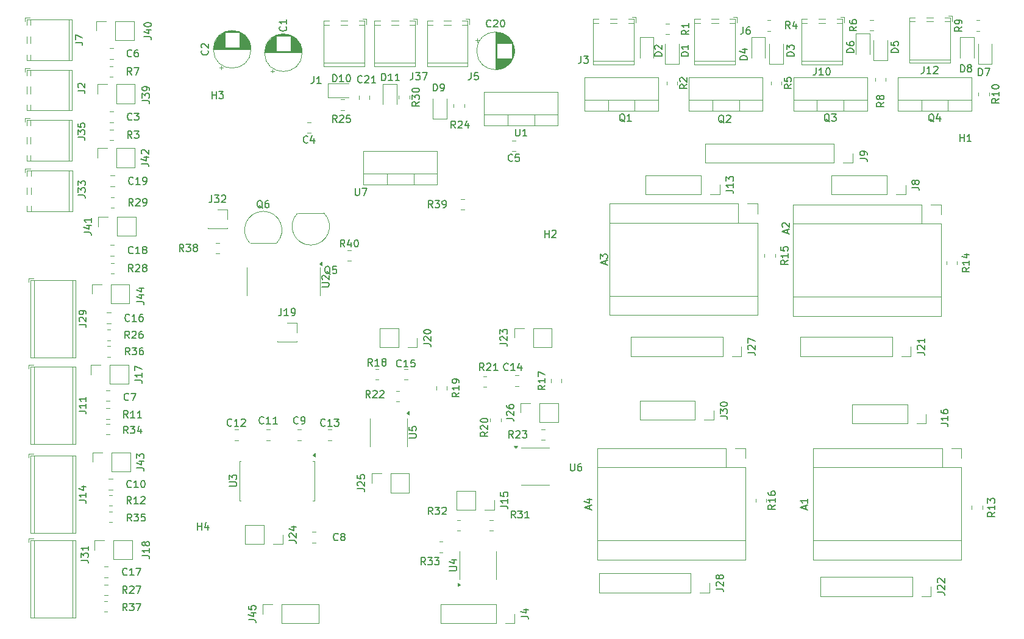
<source format=gbr>
%TF.GenerationSoftware,KiCad,Pcbnew,8.0.3*%
%TF.CreationDate,2024-08-22T11:59:31+02:00*%
%TF.ProjectId,PCB_Banc,5043425f-4261-46e6-932e-6b696361645f,rev?*%
%TF.SameCoordinates,Original*%
%TF.FileFunction,Legend,Top*%
%TF.FilePolarity,Positive*%
%FSLAX46Y46*%
G04 Gerber Fmt 4.6, Leading zero omitted, Abs format (unit mm)*
G04 Created by KiCad (PCBNEW 8.0.3) date 2024-08-22 11:59:31*
%MOMM*%
%LPD*%
G01*
G04 APERTURE LIST*
%ADD10C,0.150000*%
%ADD11C,0.120000*%
G04 APERTURE END LIST*
D10*
X105446819Y-62152857D02*
X104970628Y-62486190D01*
X105446819Y-62724285D02*
X104446819Y-62724285D01*
X104446819Y-62724285D02*
X104446819Y-62343333D01*
X104446819Y-62343333D02*
X104494438Y-62248095D01*
X104494438Y-62248095D02*
X104542057Y-62200476D01*
X104542057Y-62200476D02*
X104637295Y-62152857D01*
X104637295Y-62152857D02*
X104780152Y-62152857D01*
X104780152Y-62152857D02*
X104875390Y-62200476D01*
X104875390Y-62200476D02*
X104923009Y-62248095D01*
X104923009Y-62248095D02*
X104970628Y-62343333D01*
X104970628Y-62343333D02*
X104970628Y-62724285D01*
X104446819Y-61819523D02*
X104446819Y-61200476D01*
X104446819Y-61200476D02*
X104827771Y-61533809D01*
X104827771Y-61533809D02*
X104827771Y-61390952D01*
X104827771Y-61390952D02*
X104875390Y-61295714D01*
X104875390Y-61295714D02*
X104923009Y-61248095D01*
X104923009Y-61248095D02*
X105018247Y-61200476D01*
X105018247Y-61200476D02*
X105256342Y-61200476D01*
X105256342Y-61200476D02*
X105351580Y-61248095D01*
X105351580Y-61248095D02*
X105399200Y-61295714D01*
X105399200Y-61295714D02*
X105446819Y-61390952D01*
X105446819Y-61390952D02*
X105446819Y-61676666D01*
X105446819Y-61676666D02*
X105399200Y-61771904D01*
X105399200Y-61771904D02*
X105351580Y-61819523D01*
X104446819Y-60581428D02*
X104446819Y-60486190D01*
X104446819Y-60486190D02*
X104494438Y-60390952D01*
X104494438Y-60390952D02*
X104542057Y-60343333D01*
X104542057Y-60343333D02*
X104637295Y-60295714D01*
X104637295Y-60295714D02*
X104827771Y-60248095D01*
X104827771Y-60248095D02*
X105065866Y-60248095D01*
X105065866Y-60248095D02*
X105256342Y-60295714D01*
X105256342Y-60295714D02*
X105351580Y-60343333D01*
X105351580Y-60343333D02*
X105399200Y-60390952D01*
X105399200Y-60390952D02*
X105446819Y-60486190D01*
X105446819Y-60486190D02*
X105446819Y-60581428D01*
X105446819Y-60581428D02*
X105399200Y-60676666D01*
X105399200Y-60676666D02*
X105351580Y-60724285D01*
X105351580Y-60724285D02*
X105256342Y-60771904D01*
X105256342Y-60771904D02*
X105065866Y-60819523D01*
X105065866Y-60819523D02*
X104827771Y-60819523D01*
X104827771Y-60819523D02*
X104637295Y-60771904D01*
X104637295Y-60771904D02*
X104542057Y-60724285D01*
X104542057Y-60724285D02*
X104494438Y-60676666D01*
X104494438Y-60676666D02*
X104446819Y-60581428D01*
X92361142Y-107133580D02*
X92313523Y-107181200D01*
X92313523Y-107181200D02*
X92170666Y-107228819D01*
X92170666Y-107228819D02*
X92075428Y-107228819D01*
X92075428Y-107228819D02*
X91932571Y-107181200D01*
X91932571Y-107181200D02*
X91837333Y-107085961D01*
X91837333Y-107085961D02*
X91789714Y-106990723D01*
X91789714Y-106990723D02*
X91742095Y-106800247D01*
X91742095Y-106800247D02*
X91742095Y-106657390D01*
X91742095Y-106657390D02*
X91789714Y-106466914D01*
X91789714Y-106466914D02*
X91837333Y-106371676D01*
X91837333Y-106371676D02*
X91932571Y-106276438D01*
X91932571Y-106276438D02*
X92075428Y-106228819D01*
X92075428Y-106228819D02*
X92170666Y-106228819D01*
X92170666Y-106228819D02*
X92313523Y-106276438D01*
X92313523Y-106276438D02*
X92361142Y-106324057D01*
X93313523Y-107228819D02*
X92742095Y-107228819D01*
X93027809Y-107228819D02*
X93027809Y-106228819D01*
X93027809Y-106228819D02*
X92932571Y-106371676D01*
X92932571Y-106371676D02*
X92837333Y-106466914D01*
X92837333Y-106466914D02*
X92742095Y-106514533D01*
X93646857Y-106228819D02*
X94265904Y-106228819D01*
X94265904Y-106228819D02*
X93932571Y-106609771D01*
X93932571Y-106609771D02*
X94075428Y-106609771D01*
X94075428Y-106609771D02*
X94170666Y-106657390D01*
X94170666Y-106657390D02*
X94218285Y-106705009D01*
X94218285Y-106705009D02*
X94265904Y-106800247D01*
X94265904Y-106800247D02*
X94265904Y-107038342D01*
X94265904Y-107038342D02*
X94218285Y-107133580D01*
X94218285Y-107133580D02*
X94170666Y-107181200D01*
X94170666Y-107181200D02*
X94075428Y-107228819D01*
X94075428Y-107228819D02*
X93789714Y-107228819D01*
X93789714Y-107228819D02*
X93694476Y-107181200D01*
X93694476Y-107181200D02*
X93646857Y-107133580D01*
X106056819Y-95763523D02*
X106771104Y-95763523D01*
X106771104Y-95763523D02*
X106913961Y-95811142D01*
X106913961Y-95811142D02*
X107009200Y-95906380D01*
X107009200Y-95906380D02*
X107056819Y-96049237D01*
X107056819Y-96049237D02*
X107056819Y-96144475D01*
X106152057Y-95334951D02*
X106104438Y-95287332D01*
X106104438Y-95287332D02*
X106056819Y-95192094D01*
X106056819Y-95192094D02*
X106056819Y-94953999D01*
X106056819Y-94953999D02*
X106104438Y-94858761D01*
X106104438Y-94858761D02*
X106152057Y-94811142D01*
X106152057Y-94811142D02*
X106247295Y-94763523D01*
X106247295Y-94763523D02*
X106342533Y-94763523D01*
X106342533Y-94763523D02*
X106485390Y-94811142D01*
X106485390Y-94811142D02*
X107056819Y-95382570D01*
X107056819Y-95382570D02*
X107056819Y-94763523D01*
X106056819Y-94144475D02*
X106056819Y-94049237D01*
X106056819Y-94049237D02*
X106104438Y-93953999D01*
X106104438Y-93953999D02*
X106152057Y-93906380D01*
X106152057Y-93906380D02*
X106247295Y-93858761D01*
X106247295Y-93858761D02*
X106437771Y-93811142D01*
X106437771Y-93811142D02*
X106675866Y-93811142D01*
X106675866Y-93811142D02*
X106866342Y-93858761D01*
X106866342Y-93858761D02*
X106961580Y-93906380D01*
X106961580Y-93906380D02*
X107009200Y-93953999D01*
X107009200Y-93953999D02*
X107056819Y-94049237D01*
X107056819Y-94049237D02*
X107056819Y-94144475D01*
X107056819Y-94144475D02*
X107009200Y-94239713D01*
X107009200Y-94239713D02*
X106961580Y-94287332D01*
X106961580Y-94287332D02*
X106866342Y-94334951D01*
X106866342Y-94334951D02*
X106675866Y-94382570D01*
X106675866Y-94382570D02*
X106437771Y-94382570D01*
X106437771Y-94382570D02*
X106247295Y-94334951D01*
X106247295Y-94334951D02*
X106152057Y-94287332D01*
X106152057Y-94287332D02*
X106104438Y-94239713D01*
X106104438Y-94239713D02*
X106056819Y-94144475D01*
X166204819Y-51694666D02*
X165728628Y-52027999D01*
X166204819Y-52266094D02*
X165204819Y-52266094D01*
X165204819Y-52266094D02*
X165204819Y-51885142D01*
X165204819Y-51885142D02*
X165252438Y-51789904D01*
X165252438Y-51789904D02*
X165300057Y-51742285D01*
X165300057Y-51742285D02*
X165395295Y-51694666D01*
X165395295Y-51694666D02*
X165538152Y-51694666D01*
X165538152Y-51694666D02*
X165633390Y-51742285D01*
X165633390Y-51742285D02*
X165681009Y-51789904D01*
X165681009Y-51789904D02*
X165728628Y-51885142D01*
X165728628Y-51885142D02*
X165728628Y-52266094D01*
X165204819Y-50837523D02*
X165204819Y-51027999D01*
X165204819Y-51027999D02*
X165252438Y-51123237D01*
X165252438Y-51123237D02*
X165300057Y-51170856D01*
X165300057Y-51170856D02*
X165442914Y-51266094D01*
X165442914Y-51266094D02*
X165633390Y-51313713D01*
X165633390Y-51313713D02*
X166014342Y-51313713D01*
X166014342Y-51313713D02*
X166109580Y-51266094D01*
X166109580Y-51266094D02*
X166157200Y-51218475D01*
X166157200Y-51218475D02*
X166204819Y-51123237D01*
X166204819Y-51123237D02*
X166204819Y-50932761D01*
X166204819Y-50932761D02*
X166157200Y-50837523D01*
X166157200Y-50837523D02*
X166109580Y-50789904D01*
X166109580Y-50789904D02*
X166014342Y-50742285D01*
X166014342Y-50742285D02*
X165776247Y-50742285D01*
X165776247Y-50742285D02*
X165681009Y-50789904D01*
X165681009Y-50789904D02*
X165633390Y-50837523D01*
X165633390Y-50837523D02*
X165585771Y-50932761D01*
X165585771Y-50932761D02*
X165585771Y-51123237D01*
X165585771Y-51123237D02*
X165633390Y-51218475D01*
X165633390Y-51218475D02*
X165681009Y-51266094D01*
X165681009Y-51266094D02*
X165776247Y-51313713D01*
X154896819Y-118186857D02*
X154420628Y-118520190D01*
X154896819Y-118758285D02*
X153896819Y-118758285D01*
X153896819Y-118758285D02*
X153896819Y-118377333D01*
X153896819Y-118377333D02*
X153944438Y-118282095D01*
X153944438Y-118282095D02*
X153992057Y-118234476D01*
X153992057Y-118234476D02*
X154087295Y-118186857D01*
X154087295Y-118186857D02*
X154230152Y-118186857D01*
X154230152Y-118186857D02*
X154325390Y-118234476D01*
X154325390Y-118234476D02*
X154373009Y-118282095D01*
X154373009Y-118282095D02*
X154420628Y-118377333D01*
X154420628Y-118377333D02*
X154420628Y-118758285D01*
X154896819Y-117234476D02*
X154896819Y-117805904D01*
X154896819Y-117520190D02*
X153896819Y-117520190D01*
X153896819Y-117520190D02*
X154039676Y-117615428D01*
X154039676Y-117615428D02*
X154134914Y-117710666D01*
X154134914Y-117710666D02*
X154182533Y-117805904D01*
X153896819Y-116377333D02*
X153896819Y-116567809D01*
X153896819Y-116567809D02*
X153944438Y-116663047D01*
X153944438Y-116663047D02*
X153992057Y-116710666D01*
X153992057Y-116710666D02*
X154134914Y-116805904D01*
X154134914Y-116805904D02*
X154325390Y-116853523D01*
X154325390Y-116853523D02*
X154706342Y-116853523D01*
X154706342Y-116853523D02*
X154801580Y-116805904D01*
X154801580Y-116805904D02*
X154849200Y-116758285D01*
X154849200Y-116758285D02*
X154896819Y-116663047D01*
X154896819Y-116663047D02*
X154896819Y-116472571D01*
X154896819Y-116472571D02*
X154849200Y-116377333D01*
X154849200Y-116377333D02*
X154801580Y-116329714D01*
X154801580Y-116329714D02*
X154706342Y-116282095D01*
X154706342Y-116282095D02*
X154468247Y-116282095D01*
X154468247Y-116282095D02*
X154373009Y-116329714D01*
X154373009Y-116329714D02*
X154325390Y-116377333D01*
X154325390Y-116377333D02*
X154277771Y-116472571D01*
X154277771Y-116472571D02*
X154277771Y-116663047D01*
X154277771Y-116663047D02*
X154325390Y-116758285D01*
X154325390Y-116758285D02*
X154373009Y-116805904D01*
X154373009Y-116805904D02*
X154468247Y-116853523D01*
X160561476Y-57424819D02*
X160561476Y-58139104D01*
X160561476Y-58139104D02*
X160513857Y-58281961D01*
X160513857Y-58281961D02*
X160418619Y-58377200D01*
X160418619Y-58377200D02*
X160275762Y-58424819D01*
X160275762Y-58424819D02*
X160180524Y-58424819D01*
X161561476Y-58424819D02*
X160990048Y-58424819D01*
X161275762Y-58424819D02*
X161275762Y-57424819D01*
X161275762Y-57424819D02*
X161180524Y-57567676D01*
X161180524Y-57567676D02*
X161085286Y-57662914D01*
X161085286Y-57662914D02*
X160990048Y-57710533D01*
X162180524Y-57424819D02*
X162275762Y-57424819D01*
X162275762Y-57424819D02*
X162371000Y-57472438D01*
X162371000Y-57472438D02*
X162418619Y-57520057D01*
X162418619Y-57520057D02*
X162466238Y-57615295D01*
X162466238Y-57615295D02*
X162513857Y-57805771D01*
X162513857Y-57805771D02*
X162513857Y-58043866D01*
X162513857Y-58043866D02*
X162466238Y-58234342D01*
X162466238Y-58234342D02*
X162418619Y-58329580D01*
X162418619Y-58329580D02*
X162371000Y-58377200D01*
X162371000Y-58377200D02*
X162275762Y-58424819D01*
X162275762Y-58424819D02*
X162180524Y-58424819D01*
X162180524Y-58424819D02*
X162085286Y-58377200D01*
X162085286Y-58377200D02*
X162037667Y-58329580D01*
X162037667Y-58329580D02*
X161990048Y-58234342D01*
X161990048Y-58234342D02*
X161942429Y-58043866D01*
X161942429Y-58043866D02*
X161942429Y-57805771D01*
X161942429Y-57805771D02*
X161990048Y-57615295D01*
X161990048Y-57615295D02*
X162037667Y-57520057D01*
X162037667Y-57520057D02*
X162085286Y-57472438D01*
X162085286Y-57472438D02*
X162180524Y-57424819D01*
X156947333Y-51982819D02*
X156614000Y-51506628D01*
X156375905Y-51982819D02*
X156375905Y-50982819D01*
X156375905Y-50982819D02*
X156756857Y-50982819D01*
X156756857Y-50982819D02*
X156852095Y-51030438D01*
X156852095Y-51030438D02*
X156899714Y-51078057D01*
X156899714Y-51078057D02*
X156947333Y-51173295D01*
X156947333Y-51173295D02*
X156947333Y-51316152D01*
X156947333Y-51316152D02*
X156899714Y-51411390D01*
X156899714Y-51411390D02*
X156852095Y-51459009D01*
X156852095Y-51459009D02*
X156756857Y-51506628D01*
X156756857Y-51506628D02*
X156375905Y-51506628D01*
X157804476Y-51316152D02*
X157804476Y-51982819D01*
X157566381Y-50935200D02*
X157328286Y-51649485D01*
X157328286Y-51649485D02*
X157947333Y-51649485D01*
X171990819Y-55294094D02*
X170990819Y-55294094D01*
X170990819Y-55294094D02*
X170990819Y-55055999D01*
X170990819Y-55055999D02*
X171038438Y-54913142D01*
X171038438Y-54913142D02*
X171133676Y-54817904D01*
X171133676Y-54817904D02*
X171228914Y-54770285D01*
X171228914Y-54770285D02*
X171419390Y-54722666D01*
X171419390Y-54722666D02*
X171562247Y-54722666D01*
X171562247Y-54722666D02*
X171752723Y-54770285D01*
X171752723Y-54770285D02*
X171847961Y-54817904D01*
X171847961Y-54817904D02*
X171943200Y-54913142D01*
X171943200Y-54913142D02*
X171990819Y-55055999D01*
X171990819Y-55055999D02*
X171990819Y-55294094D01*
X170990819Y-53817904D02*
X170990819Y-54294094D01*
X170990819Y-54294094D02*
X171467009Y-54341713D01*
X171467009Y-54341713D02*
X171419390Y-54294094D01*
X171419390Y-54294094D02*
X171371771Y-54198856D01*
X171371771Y-54198856D02*
X171371771Y-53960761D01*
X171371771Y-53960761D02*
X171419390Y-53865523D01*
X171419390Y-53865523D02*
X171467009Y-53817904D01*
X171467009Y-53817904D02*
X171562247Y-53770285D01*
X171562247Y-53770285D02*
X171800342Y-53770285D01*
X171800342Y-53770285D02*
X171895580Y-53817904D01*
X171895580Y-53817904D02*
X171943200Y-53865523D01*
X171943200Y-53865523D02*
X171990819Y-53960761D01*
X171990819Y-53960761D02*
X171990819Y-54198856D01*
X171990819Y-54198856D02*
X171943200Y-54294094D01*
X171943200Y-54294094D02*
X171895580Y-54341713D01*
X74630095Y-121638819D02*
X74630095Y-120638819D01*
X74630095Y-121115009D02*
X75201523Y-121115009D01*
X75201523Y-121638819D02*
X75201523Y-120638819D01*
X76106285Y-120972152D02*
X76106285Y-121638819D01*
X75868190Y-120591200D02*
X75630095Y-121305485D01*
X75630095Y-121305485D02*
X76249142Y-121305485D01*
X58050819Y-75107523D02*
X58765104Y-75107523D01*
X58765104Y-75107523D02*
X58907961Y-75155142D01*
X58907961Y-75155142D02*
X59003200Y-75250380D01*
X59003200Y-75250380D02*
X59050819Y-75393237D01*
X59050819Y-75393237D02*
X59050819Y-75488475D01*
X58050819Y-74726570D02*
X58050819Y-74107523D01*
X58050819Y-74107523D02*
X58431771Y-74440856D01*
X58431771Y-74440856D02*
X58431771Y-74297999D01*
X58431771Y-74297999D02*
X58479390Y-74202761D01*
X58479390Y-74202761D02*
X58527009Y-74155142D01*
X58527009Y-74155142D02*
X58622247Y-74107523D01*
X58622247Y-74107523D02*
X58860342Y-74107523D01*
X58860342Y-74107523D02*
X58955580Y-74155142D01*
X58955580Y-74155142D02*
X59003200Y-74202761D01*
X59003200Y-74202761D02*
X59050819Y-74297999D01*
X59050819Y-74297999D02*
X59050819Y-74583713D01*
X59050819Y-74583713D02*
X59003200Y-74678951D01*
X59003200Y-74678951D02*
X58955580Y-74726570D01*
X58050819Y-73774189D02*
X58050819Y-73155142D01*
X58050819Y-73155142D02*
X58431771Y-73488475D01*
X58431771Y-73488475D02*
X58431771Y-73345618D01*
X58431771Y-73345618D02*
X58479390Y-73250380D01*
X58479390Y-73250380D02*
X58527009Y-73202761D01*
X58527009Y-73202761D02*
X58622247Y-73155142D01*
X58622247Y-73155142D02*
X58860342Y-73155142D01*
X58860342Y-73155142D02*
X58955580Y-73202761D01*
X58955580Y-73202761D02*
X59003200Y-73250380D01*
X59003200Y-73250380D02*
X59050819Y-73345618D01*
X59050819Y-73345618D02*
X59050819Y-73631332D01*
X59050819Y-73631332D02*
X59003200Y-73726570D01*
X59003200Y-73726570D02*
X58955580Y-73774189D01*
X65956819Y-100847523D02*
X66671104Y-100847523D01*
X66671104Y-100847523D02*
X66813961Y-100895142D01*
X66813961Y-100895142D02*
X66909200Y-100990380D01*
X66909200Y-100990380D02*
X66956819Y-101133237D01*
X66956819Y-101133237D02*
X66956819Y-101228475D01*
X66956819Y-99847523D02*
X66956819Y-100418951D01*
X66956819Y-100133237D02*
X65956819Y-100133237D01*
X65956819Y-100133237D02*
X66099676Y-100228475D01*
X66099676Y-100228475D02*
X66194914Y-100323713D01*
X66194914Y-100323713D02*
X66242533Y-100418951D01*
X65956819Y-99514189D02*
X65956819Y-98847523D01*
X65956819Y-98847523D02*
X66956819Y-99276094D01*
X93076761Y-86110057D02*
X92981523Y-86062438D01*
X92981523Y-86062438D02*
X92886285Y-85967200D01*
X92886285Y-85967200D02*
X92743428Y-85824342D01*
X92743428Y-85824342D02*
X92648190Y-85776723D01*
X92648190Y-85776723D02*
X92552952Y-85776723D01*
X92600571Y-86014819D02*
X92505333Y-85967200D01*
X92505333Y-85967200D02*
X92410095Y-85871961D01*
X92410095Y-85871961D02*
X92362476Y-85681485D01*
X92362476Y-85681485D02*
X92362476Y-85348152D01*
X92362476Y-85348152D02*
X92410095Y-85157676D01*
X92410095Y-85157676D02*
X92505333Y-85062438D01*
X92505333Y-85062438D02*
X92600571Y-85014819D01*
X92600571Y-85014819D02*
X92791047Y-85014819D01*
X92791047Y-85014819D02*
X92886285Y-85062438D01*
X92886285Y-85062438D02*
X92981523Y-85157676D01*
X92981523Y-85157676D02*
X93029142Y-85348152D01*
X93029142Y-85348152D02*
X93029142Y-85681485D01*
X93029142Y-85681485D02*
X92981523Y-85871961D01*
X92981523Y-85871961D02*
X92886285Y-85967200D01*
X92886285Y-85967200D02*
X92791047Y-86014819D01*
X92791047Y-86014819D02*
X92600571Y-86014819D01*
X93933904Y-85014819D02*
X93457714Y-85014819D01*
X93457714Y-85014819D02*
X93410095Y-85491009D01*
X93410095Y-85491009D02*
X93457714Y-85443390D01*
X93457714Y-85443390D02*
X93552952Y-85395771D01*
X93552952Y-85395771D02*
X93791047Y-85395771D01*
X93791047Y-85395771D02*
X93886285Y-85443390D01*
X93886285Y-85443390D02*
X93933904Y-85491009D01*
X93933904Y-85491009D02*
X93981523Y-85586247D01*
X93981523Y-85586247D02*
X93981523Y-85824342D01*
X93981523Y-85824342D02*
X93933904Y-85919580D01*
X93933904Y-85919580D02*
X93886285Y-85967200D01*
X93886285Y-85967200D02*
X93791047Y-86014819D01*
X93791047Y-86014819D02*
X93552952Y-86014819D01*
X93552952Y-86014819D02*
X93457714Y-85967200D01*
X93457714Y-85967200D02*
X93410095Y-85919580D01*
X83678761Y-76962057D02*
X83583523Y-76914438D01*
X83583523Y-76914438D02*
X83488285Y-76819200D01*
X83488285Y-76819200D02*
X83345428Y-76676342D01*
X83345428Y-76676342D02*
X83250190Y-76628723D01*
X83250190Y-76628723D02*
X83154952Y-76628723D01*
X83202571Y-76866819D02*
X83107333Y-76819200D01*
X83107333Y-76819200D02*
X83012095Y-76723961D01*
X83012095Y-76723961D02*
X82964476Y-76533485D01*
X82964476Y-76533485D02*
X82964476Y-76200152D01*
X82964476Y-76200152D02*
X83012095Y-76009676D01*
X83012095Y-76009676D02*
X83107333Y-75914438D01*
X83107333Y-75914438D02*
X83202571Y-75866819D01*
X83202571Y-75866819D02*
X83393047Y-75866819D01*
X83393047Y-75866819D02*
X83488285Y-75914438D01*
X83488285Y-75914438D02*
X83583523Y-76009676D01*
X83583523Y-76009676D02*
X83631142Y-76200152D01*
X83631142Y-76200152D02*
X83631142Y-76533485D01*
X83631142Y-76533485D02*
X83583523Y-76723961D01*
X83583523Y-76723961D02*
X83488285Y-76819200D01*
X83488285Y-76819200D02*
X83393047Y-76866819D01*
X83393047Y-76866819D02*
X83202571Y-76866819D01*
X84488285Y-75866819D02*
X84297809Y-75866819D01*
X84297809Y-75866819D02*
X84202571Y-75914438D01*
X84202571Y-75914438D02*
X84154952Y-75962057D01*
X84154952Y-75962057D02*
X84059714Y-76104914D01*
X84059714Y-76104914D02*
X84012095Y-76295390D01*
X84012095Y-76295390D02*
X84012095Y-76676342D01*
X84012095Y-76676342D02*
X84059714Y-76771580D01*
X84059714Y-76771580D02*
X84107333Y-76819200D01*
X84107333Y-76819200D02*
X84202571Y-76866819D01*
X84202571Y-76866819D02*
X84393047Y-76866819D01*
X84393047Y-76866819D02*
X84488285Y-76819200D01*
X84488285Y-76819200D02*
X84535904Y-76771580D01*
X84535904Y-76771580D02*
X84583523Y-76676342D01*
X84583523Y-76676342D02*
X84583523Y-76438247D01*
X84583523Y-76438247D02*
X84535904Y-76343009D01*
X84535904Y-76343009D02*
X84488285Y-76295390D01*
X84488285Y-76295390D02*
X84393047Y-76247771D01*
X84393047Y-76247771D02*
X84202571Y-76247771D01*
X84202571Y-76247771D02*
X84107333Y-76295390D01*
X84107333Y-76295390D02*
X84059714Y-76343009D01*
X84059714Y-76343009D02*
X84012095Y-76438247D01*
X104039819Y-108862904D02*
X104849342Y-108862904D01*
X104849342Y-108862904D02*
X104944580Y-108815285D01*
X104944580Y-108815285D02*
X104992200Y-108767666D01*
X104992200Y-108767666D02*
X105039819Y-108672428D01*
X105039819Y-108672428D02*
X105039819Y-108481952D01*
X105039819Y-108481952D02*
X104992200Y-108386714D01*
X104992200Y-108386714D02*
X104944580Y-108339095D01*
X104944580Y-108339095D02*
X104849342Y-108291476D01*
X104849342Y-108291476D02*
X104039819Y-108291476D01*
X104039819Y-107339095D02*
X104039819Y-107815285D01*
X104039819Y-107815285D02*
X104516009Y-107862904D01*
X104516009Y-107862904D02*
X104468390Y-107815285D01*
X104468390Y-107815285D02*
X104420771Y-107720047D01*
X104420771Y-107720047D02*
X104420771Y-107481952D01*
X104420771Y-107481952D02*
X104468390Y-107386714D01*
X104468390Y-107386714D02*
X104516009Y-107339095D01*
X104516009Y-107339095D02*
X104611247Y-107291476D01*
X104611247Y-107291476D02*
X104849342Y-107291476D01*
X104849342Y-107291476D02*
X104944580Y-107339095D01*
X104944580Y-107339095D02*
X104992200Y-107386714D01*
X104992200Y-107386714D02*
X105039819Y-107481952D01*
X105039819Y-107481952D02*
X105039819Y-107720047D01*
X105039819Y-107720047D02*
X104992200Y-107815285D01*
X104992200Y-107815285D02*
X104944580Y-107862904D01*
X115399142Y-51669580D02*
X115351523Y-51717200D01*
X115351523Y-51717200D02*
X115208666Y-51764819D01*
X115208666Y-51764819D02*
X115113428Y-51764819D01*
X115113428Y-51764819D02*
X114970571Y-51717200D01*
X114970571Y-51717200D02*
X114875333Y-51621961D01*
X114875333Y-51621961D02*
X114827714Y-51526723D01*
X114827714Y-51526723D02*
X114780095Y-51336247D01*
X114780095Y-51336247D02*
X114780095Y-51193390D01*
X114780095Y-51193390D02*
X114827714Y-51002914D01*
X114827714Y-51002914D02*
X114875333Y-50907676D01*
X114875333Y-50907676D02*
X114970571Y-50812438D01*
X114970571Y-50812438D02*
X115113428Y-50764819D01*
X115113428Y-50764819D02*
X115208666Y-50764819D01*
X115208666Y-50764819D02*
X115351523Y-50812438D01*
X115351523Y-50812438D02*
X115399142Y-50860057D01*
X115780095Y-50860057D02*
X115827714Y-50812438D01*
X115827714Y-50812438D02*
X115922952Y-50764819D01*
X115922952Y-50764819D02*
X116161047Y-50764819D01*
X116161047Y-50764819D02*
X116256285Y-50812438D01*
X116256285Y-50812438D02*
X116303904Y-50860057D01*
X116303904Y-50860057D02*
X116351523Y-50955295D01*
X116351523Y-50955295D02*
X116351523Y-51050533D01*
X116351523Y-51050533D02*
X116303904Y-51193390D01*
X116303904Y-51193390D02*
X115732476Y-51764819D01*
X115732476Y-51764819D02*
X116351523Y-51764819D01*
X116970571Y-50764819D02*
X117065809Y-50764819D01*
X117065809Y-50764819D02*
X117161047Y-50812438D01*
X117161047Y-50812438D02*
X117208666Y-50860057D01*
X117208666Y-50860057D02*
X117256285Y-50955295D01*
X117256285Y-50955295D02*
X117303904Y-51145771D01*
X117303904Y-51145771D02*
X117303904Y-51383866D01*
X117303904Y-51383866D02*
X117256285Y-51574342D01*
X117256285Y-51574342D02*
X117208666Y-51669580D01*
X117208666Y-51669580D02*
X117161047Y-51717200D01*
X117161047Y-51717200D02*
X117065809Y-51764819D01*
X117065809Y-51764819D02*
X116970571Y-51764819D01*
X116970571Y-51764819D02*
X116875333Y-51717200D01*
X116875333Y-51717200D02*
X116827714Y-51669580D01*
X116827714Y-51669580D02*
X116780095Y-51574342D01*
X116780095Y-51574342D02*
X116732476Y-51383866D01*
X116732476Y-51383866D02*
X116732476Y-51145771D01*
X116732476Y-51145771D02*
X116780095Y-50955295D01*
X116780095Y-50955295D02*
X116827714Y-50860057D01*
X116827714Y-50860057D02*
X116875333Y-50812438D01*
X116875333Y-50812438D02*
X116970571Y-50764819D01*
X96562095Y-74155819D02*
X96562095Y-74965342D01*
X96562095Y-74965342D02*
X96609714Y-75060580D01*
X96609714Y-75060580D02*
X96657333Y-75108200D01*
X96657333Y-75108200D02*
X96752571Y-75155819D01*
X96752571Y-75155819D02*
X96943047Y-75155819D01*
X96943047Y-75155819D02*
X97038285Y-75108200D01*
X97038285Y-75108200D02*
X97085904Y-75060580D01*
X97085904Y-75060580D02*
X97133523Y-74965342D01*
X97133523Y-74965342D02*
X97133523Y-74155819D01*
X97514476Y-74155819D02*
X98181142Y-74155819D01*
X98181142Y-74155819D02*
X97752571Y-75155819D01*
X107293142Y-76870819D02*
X106959809Y-76394628D01*
X106721714Y-76870819D02*
X106721714Y-75870819D01*
X106721714Y-75870819D02*
X107102666Y-75870819D01*
X107102666Y-75870819D02*
X107197904Y-75918438D01*
X107197904Y-75918438D02*
X107245523Y-75966057D01*
X107245523Y-75966057D02*
X107293142Y-76061295D01*
X107293142Y-76061295D02*
X107293142Y-76204152D01*
X107293142Y-76204152D02*
X107245523Y-76299390D01*
X107245523Y-76299390D02*
X107197904Y-76347009D01*
X107197904Y-76347009D02*
X107102666Y-76394628D01*
X107102666Y-76394628D02*
X106721714Y-76394628D01*
X107626476Y-75870819D02*
X108245523Y-75870819D01*
X108245523Y-75870819D02*
X107912190Y-76251771D01*
X107912190Y-76251771D02*
X108055047Y-76251771D01*
X108055047Y-76251771D02*
X108150285Y-76299390D01*
X108150285Y-76299390D02*
X108197904Y-76347009D01*
X108197904Y-76347009D02*
X108245523Y-76442247D01*
X108245523Y-76442247D02*
X108245523Y-76680342D01*
X108245523Y-76680342D02*
X108197904Y-76775580D01*
X108197904Y-76775580D02*
X108150285Y-76823200D01*
X108150285Y-76823200D02*
X108055047Y-76870819D01*
X108055047Y-76870819D02*
X107769333Y-76870819D01*
X107769333Y-76870819D02*
X107674095Y-76823200D01*
X107674095Y-76823200D02*
X107626476Y-76775580D01*
X108721714Y-76870819D02*
X108912190Y-76870819D01*
X108912190Y-76870819D02*
X109007428Y-76823200D01*
X109007428Y-76823200D02*
X109055047Y-76775580D01*
X109055047Y-76775580D02*
X109150285Y-76632723D01*
X109150285Y-76632723D02*
X109197904Y-76442247D01*
X109197904Y-76442247D02*
X109197904Y-76061295D01*
X109197904Y-76061295D02*
X109150285Y-75966057D01*
X109150285Y-75966057D02*
X109102666Y-75918438D01*
X109102666Y-75918438D02*
X109007428Y-75870819D01*
X109007428Y-75870819D02*
X108816952Y-75870819D01*
X108816952Y-75870819D02*
X108721714Y-75918438D01*
X108721714Y-75918438D02*
X108674095Y-75966057D01*
X108674095Y-75966057D02*
X108626476Y-76061295D01*
X108626476Y-76061295D02*
X108626476Y-76299390D01*
X108626476Y-76299390D02*
X108674095Y-76394628D01*
X108674095Y-76394628D02*
X108721714Y-76442247D01*
X108721714Y-76442247D02*
X108816952Y-76489866D01*
X108816952Y-76489866D02*
X109007428Y-76489866D01*
X109007428Y-76489866D02*
X109102666Y-76442247D01*
X109102666Y-76442247D02*
X109150285Y-76394628D01*
X109150285Y-76394628D02*
X109197904Y-76299390D01*
X65692142Y-73521580D02*
X65644523Y-73569200D01*
X65644523Y-73569200D02*
X65501666Y-73616819D01*
X65501666Y-73616819D02*
X65406428Y-73616819D01*
X65406428Y-73616819D02*
X65263571Y-73569200D01*
X65263571Y-73569200D02*
X65168333Y-73473961D01*
X65168333Y-73473961D02*
X65120714Y-73378723D01*
X65120714Y-73378723D02*
X65073095Y-73188247D01*
X65073095Y-73188247D02*
X65073095Y-73045390D01*
X65073095Y-73045390D02*
X65120714Y-72854914D01*
X65120714Y-72854914D02*
X65168333Y-72759676D01*
X65168333Y-72759676D02*
X65263571Y-72664438D01*
X65263571Y-72664438D02*
X65406428Y-72616819D01*
X65406428Y-72616819D02*
X65501666Y-72616819D01*
X65501666Y-72616819D02*
X65644523Y-72664438D01*
X65644523Y-72664438D02*
X65692142Y-72712057D01*
X66644523Y-73616819D02*
X66073095Y-73616819D01*
X66358809Y-73616819D02*
X66358809Y-72616819D01*
X66358809Y-72616819D02*
X66263571Y-72759676D01*
X66263571Y-72759676D02*
X66168333Y-72854914D01*
X66168333Y-72854914D02*
X66073095Y-72902533D01*
X67120714Y-73616819D02*
X67311190Y-73616819D01*
X67311190Y-73616819D02*
X67406428Y-73569200D01*
X67406428Y-73569200D02*
X67454047Y-73521580D01*
X67454047Y-73521580D02*
X67549285Y-73378723D01*
X67549285Y-73378723D02*
X67596904Y-73188247D01*
X67596904Y-73188247D02*
X67596904Y-72807295D01*
X67596904Y-72807295D02*
X67549285Y-72712057D01*
X67549285Y-72712057D02*
X67501666Y-72664438D01*
X67501666Y-72664438D02*
X67406428Y-72616819D01*
X67406428Y-72616819D02*
X67215952Y-72616819D01*
X67215952Y-72616819D02*
X67120714Y-72664438D01*
X67120714Y-72664438D02*
X67073095Y-72712057D01*
X67073095Y-72712057D02*
X67025476Y-72807295D01*
X67025476Y-72807295D02*
X67025476Y-73045390D01*
X67025476Y-73045390D02*
X67073095Y-73140628D01*
X67073095Y-73140628D02*
X67120714Y-73188247D01*
X67120714Y-73188247D02*
X67215952Y-73235866D01*
X67215952Y-73235866D02*
X67406428Y-73235866D01*
X67406428Y-73235866D02*
X67501666Y-73188247D01*
X67501666Y-73188247D02*
X67549285Y-73140628D01*
X67549285Y-73140628D02*
X67596904Y-73045390D01*
X64843142Y-127869580D02*
X64795523Y-127917200D01*
X64795523Y-127917200D02*
X64652666Y-127964819D01*
X64652666Y-127964819D02*
X64557428Y-127964819D01*
X64557428Y-127964819D02*
X64414571Y-127917200D01*
X64414571Y-127917200D02*
X64319333Y-127821961D01*
X64319333Y-127821961D02*
X64271714Y-127726723D01*
X64271714Y-127726723D02*
X64224095Y-127536247D01*
X64224095Y-127536247D02*
X64224095Y-127393390D01*
X64224095Y-127393390D02*
X64271714Y-127202914D01*
X64271714Y-127202914D02*
X64319333Y-127107676D01*
X64319333Y-127107676D02*
X64414571Y-127012438D01*
X64414571Y-127012438D02*
X64557428Y-126964819D01*
X64557428Y-126964819D02*
X64652666Y-126964819D01*
X64652666Y-126964819D02*
X64795523Y-127012438D01*
X64795523Y-127012438D02*
X64843142Y-127060057D01*
X65795523Y-127964819D02*
X65224095Y-127964819D01*
X65509809Y-127964819D02*
X65509809Y-126964819D01*
X65509809Y-126964819D02*
X65414571Y-127107676D01*
X65414571Y-127107676D02*
X65319333Y-127202914D01*
X65319333Y-127202914D02*
X65224095Y-127250533D01*
X66128857Y-126964819D02*
X66795523Y-126964819D01*
X66795523Y-126964819D02*
X66366952Y-127964819D01*
X147780761Y-65106057D02*
X147685523Y-65058438D01*
X147685523Y-65058438D02*
X147590285Y-64963200D01*
X147590285Y-64963200D02*
X147447428Y-64820342D01*
X147447428Y-64820342D02*
X147352190Y-64772723D01*
X147352190Y-64772723D02*
X147256952Y-64772723D01*
X147304571Y-65010819D02*
X147209333Y-64963200D01*
X147209333Y-64963200D02*
X147114095Y-64867961D01*
X147114095Y-64867961D02*
X147066476Y-64677485D01*
X147066476Y-64677485D02*
X147066476Y-64344152D01*
X147066476Y-64344152D02*
X147114095Y-64153676D01*
X147114095Y-64153676D02*
X147209333Y-64058438D01*
X147209333Y-64058438D02*
X147304571Y-64010819D01*
X147304571Y-64010819D02*
X147495047Y-64010819D01*
X147495047Y-64010819D02*
X147590285Y-64058438D01*
X147590285Y-64058438D02*
X147685523Y-64153676D01*
X147685523Y-64153676D02*
X147733142Y-64344152D01*
X147733142Y-64344152D02*
X147733142Y-64677485D01*
X147733142Y-64677485D02*
X147685523Y-64867961D01*
X147685523Y-64867961D02*
X147590285Y-64963200D01*
X147590285Y-64963200D02*
X147495047Y-65010819D01*
X147495047Y-65010819D02*
X147304571Y-65010819D01*
X148114095Y-64106057D02*
X148161714Y-64058438D01*
X148161714Y-64058438D02*
X148256952Y-64010819D01*
X148256952Y-64010819D02*
X148495047Y-64010819D01*
X148495047Y-64010819D02*
X148590285Y-64058438D01*
X148590285Y-64058438D02*
X148637904Y-64106057D01*
X148637904Y-64106057D02*
X148685523Y-64201295D01*
X148685523Y-64201295D02*
X148685523Y-64296533D01*
X148685523Y-64296533D02*
X148637904Y-64439390D01*
X148637904Y-64439390D02*
X148066476Y-65010819D01*
X148066476Y-65010819D02*
X148685523Y-65010819D01*
X129111104Y-118768285D02*
X129111104Y-118292095D01*
X129396819Y-118863523D02*
X128396819Y-118530190D01*
X128396819Y-118530190D02*
X129396819Y-118196857D01*
X128730152Y-117434952D02*
X129396819Y-117434952D01*
X128349200Y-117673047D02*
X129063485Y-117911142D01*
X129063485Y-117911142D02*
X129063485Y-117292095D01*
X97489142Y-59419580D02*
X97441523Y-59467200D01*
X97441523Y-59467200D02*
X97298666Y-59514819D01*
X97298666Y-59514819D02*
X97203428Y-59514819D01*
X97203428Y-59514819D02*
X97060571Y-59467200D01*
X97060571Y-59467200D02*
X96965333Y-59371961D01*
X96965333Y-59371961D02*
X96917714Y-59276723D01*
X96917714Y-59276723D02*
X96870095Y-59086247D01*
X96870095Y-59086247D02*
X96870095Y-58943390D01*
X96870095Y-58943390D02*
X96917714Y-58752914D01*
X96917714Y-58752914D02*
X96965333Y-58657676D01*
X96965333Y-58657676D02*
X97060571Y-58562438D01*
X97060571Y-58562438D02*
X97203428Y-58514819D01*
X97203428Y-58514819D02*
X97298666Y-58514819D01*
X97298666Y-58514819D02*
X97441523Y-58562438D01*
X97441523Y-58562438D02*
X97489142Y-58610057D01*
X97870095Y-58610057D02*
X97917714Y-58562438D01*
X97917714Y-58562438D02*
X98012952Y-58514819D01*
X98012952Y-58514819D02*
X98251047Y-58514819D01*
X98251047Y-58514819D02*
X98346285Y-58562438D01*
X98346285Y-58562438D02*
X98393904Y-58610057D01*
X98393904Y-58610057D02*
X98441523Y-58705295D01*
X98441523Y-58705295D02*
X98441523Y-58800533D01*
X98441523Y-58800533D02*
X98393904Y-58943390D01*
X98393904Y-58943390D02*
X97822476Y-59514819D01*
X97822476Y-59514819D02*
X98441523Y-59514819D01*
X99393904Y-59514819D02*
X98822476Y-59514819D01*
X99108190Y-59514819D02*
X99108190Y-58514819D01*
X99108190Y-58514819D02*
X99012952Y-58657676D01*
X99012952Y-58657676D02*
X98917714Y-58752914D01*
X98917714Y-58752914D02*
X98822476Y-58800533D01*
X65224142Y-97317819D02*
X64890809Y-96841628D01*
X64652714Y-97317819D02*
X64652714Y-96317819D01*
X64652714Y-96317819D02*
X65033666Y-96317819D01*
X65033666Y-96317819D02*
X65128904Y-96365438D01*
X65128904Y-96365438D02*
X65176523Y-96413057D01*
X65176523Y-96413057D02*
X65224142Y-96508295D01*
X65224142Y-96508295D02*
X65224142Y-96651152D01*
X65224142Y-96651152D02*
X65176523Y-96746390D01*
X65176523Y-96746390D02*
X65128904Y-96794009D01*
X65128904Y-96794009D02*
X65033666Y-96841628D01*
X65033666Y-96841628D02*
X64652714Y-96841628D01*
X65557476Y-96317819D02*
X66176523Y-96317819D01*
X66176523Y-96317819D02*
X65843190Y-96698771D01*
X65843190Y-96698771D02*
X65986047Y-96698771D01*
X65986047Y-96698771D02*
X66081285Y-96746390D01*
X66081285Y-96746390D02*
X66128904Y-96794009D01*
X66128904Y-96794009D02*
X66176523Y-96889247D01*
X66176523Y-96889247D02*
X66176523Y-97127342D01*
X66176523Y-97127342D02*
X66128904Y-97222580D01*
X66128904Y-97222580D02*
X66081285Y-97270200D01*
X66081285Y-97270200D02*
X65986047Y-97317819D01*
X65986047Y-97317819D02*
X65700333Y-97317819D01*
X65700333Y-97317819D02*
X65605095Y-97270200D01*
X65605095Y-97270200D02*
X65557476Y-97222580D01*
X67033666Y-96317819D02*
X66843190Y-96317819D01*
X66843190Y-96317819D02*
X66747952Y-96365438D01*
X66747952Y-96365438D02*
X66700333Y-96413057D01*
X66700333Y-96413057D02*
X66605095Y-96555914D01*
X66605095Y-96555914D02*
X66557476Y-96746390D01*
X66557476Y-96746390D02*
X66557476Y-97127342D01*
X66557476Y-97127342D02*
X66605095Y-97222580D01*
X66605095Y-97222580D02*
X66652714Y-97270200D01*
X66652714Y-97270200D02*
X66747952Y-97317819D01*
X66747952Y-97317819D02*
X66938428Y-97317819D01*
X66938428Y-97317819D02*
X67033666Y-97270200D01*
X67033666Y-97270200D02*
X67081285Y-97222580D01*
X67081285Y-97222580D02*
X67128904Y-97127342D01*
X67128904Y-97127342D02*
X67128904Y-96889247D01*
X67128904Y-96889247D02*
X67081285Y-96794009D01*
X67081285Y-96794009D02*
X67033666Y-96746390D01*
X67033666Y-96746390D02*
X66938428Y-96698771D01*
X66938428Y-96698771D02*
X66747952Y-96698771D01*
X66747952Y-96698771D02*
X66652714Y-96746390D01*
X66652714Y-96746390D02*
X66605095Y-96794009D01*
X66605095Y-96794009D02*
X66557476Y-96889247D01*
X76614476Y-75132819D02*
X76614476Y-75847104D01*
X76614476Y-75847104D02*
X76566857Y-75989961D01*
X76566857Y-75989961D02*
X76471619Y-76085200D01*
X76471619Y-76085200D02*
X76328762Y-76132819D01*
X76328762Y-76132819D02*
X76233524Y-76132819D01*
X76995429Y-75132819D02*
X77614476Y-75132819D01*
X77614476Y-75132819D02*
X77281143Y-75513771D01*
X77281143Y-75513771D02*
X77424000Y-75513771D01*
X77424000Y-75513771D02*
X77519238Y-75561390D01*
X77519238Y-75561390D02*
X77566857Y-75609009D01*
X77566857Y-75609009D02*
X77614476Y-75704247D01*
X77614476Y-75704247D02*
X77614476Y-75942342D01*
X77614476Y-75942342D02*
X77566857Y-76037580D01*
X77566857Y-76037580D02*
X77519238Y-76085200D01*
X77519238Y-76085200D02*
X77424000Y-76132819D01*
X77424000Y-76132819D02*
X77138286Y-76132819D01*
X77138286Y-76132819D02*
X77043048Y-76085200D01*
X77043048Y-76085200D02*
X76995429Y-76037580D01*
X77995429Y-75228057D02*
X78043048Y-75180438D01*
X78043048Y-75180438D02*
X78138286Y-75132819D01*
X78138286Y-75132819D02*
X78376381Y-75132819D01*
X78376381Y-75132819D02*
X78471619Y-75180438D01*
X78471619Y-75180438D02*
X78519238Y-75228057D01*
X78519238Y-75228057D02*
X78566857Y-75323295D01*
X78566857Y-75323295D02*
X78566857Y-75418533D01*
X78566857Y-75418533D02*
X78519238Y-75561390D01*
X78519238Y-75561390D02*
X77947810Y-76132819D01*
X77947810Y-76132819D02*
X78566857Y-76132819D01*
X95085142Y-82332819D02*
X94751809Y-81856628D01*
X94513714Y-82332819D02*
X94513714Y-81332819D01*
X94513714Y-81332819D02*
X94894666Y-81332819D01*
X94894666Y-81332819D02*
X94989904Y-81380438D01*
X94989904Y-81380438D02*
X95037523Y-81428057D01*
X95037523Y-81428057D02*
X95085142Y-81523295D01*
X95085142Y-81523295D02*
X95085142Y-81666152D01*
X95085142Y-81666152D02*
X95037523Y-81761390D01*
X95037523Y-81761390D02*
X94989904Y-81809009D01*
X94989904Y-81809009D02*
X94894666Y-81856628D01*
X94894666Y-81856628D02*
X94513714Y-81856628D01*
X95942285Y-81666152D02*
X95942285Y-82332819D01*
X95704190Y-81285200D02*
X95466095Y-81999485D01*
X95466095Y-81999485D02*
X96085142Y-81999485D01*
X96656571Y-81332819D02*
X96751809Y-81332819D01*
X96751809Y-81332819D02*
X96847047Y-81380438D01*
X96847047Y-81380438D02*
X96894666Y-81428057D01*
X96894666Y-81428057D02*
X96942285Y-81523295D01*
X96942285Y-81523295D02*
X96989904Y-81713771D01*
X96989904Y-81713771D02*
X96989904Y-81951866D01*
X96989904Y-81951866D02*
X96942285Y-82142342D01*
X96942285Y-82142342D02*
X96894666Y-82237580D01*
X96894666Y-82237580D02*
X96847047Y-82285200D01*
X96847047Y-82285200D02*
X96751809Y-82332819D01*
X96751809Y-82332819D02*
X96656571Y-82332819D01*
X96656571Y-82332819D02*
X96561333Y-82285200D01*
X96561333Y-82285200D02*
X96513714Y-82237580D01*
X96513714Y-82237580D02*
X96466095Y-82142342D01*
X96466095Y-82142342D02*
X96418476Y-81951866D01*
X96418476Y-81951866D02*
X96418476Y-81713771D01*
X96418476Y-81713771D02*
X96466095Y-81523295D01*
X96466095Y-81523295D02*
X96513714Y-81428057D01*
X96513714Y-81428057D02*
X96561333Y-81380438D01*
X96561333Y-81380438D02*
X96656571Y-81332819D01*
X166667819Y-70018333D02*
X167382104Y-70018333D01*
X167382104Y-70018333D02*
X167524961Y-70065952D01*
X167524961Y-70065952D02*
X167620200Y-70161190D01*
X167620200Y-70161190D02*
X167667819Y-70304047D01*
X167667819Y-70304047D02*
X167667819Y-70399285D01*
X167667819Y-69494523D02*
X167667819Y-69304047D01*
X167667819Y-69304047D02*
X167620200Y-69208809D01*
X167620200Y-69208809D02*
X167572580Y-69161190D01*
X167572580Y-69161190D02*
X167429723Y-69065952D01*
X167429723Y-69065952D02*
X167239247Y-69018333D01*
X167239247Y-69018333D02*
X166858295Y-69018333D01*
X166858295Y-69018333D02*
X166763057Y-69065952D01*
X166763057Y-69065952D02*
X166715438Y-69113571D01*
X166715438Y-69113571D02*
X166667819Y-69208809D01*
X166667819Y-69208809D02*
X166667819Y-69399285D01*
X166667819Y-69399285D02*
X166715438Y-69494523D01*
X166715438Y-69494523D02*
X166763057Y-69542142D01*
X166763057Y-69542142D02*
X166858295Y-69589761D01*
X166858295Y-69589761D02*
X167096390Y-69589761D01*
X167096390Y-69589761D02*
X167191628Y-69542142D01*
X167191628Y-69542142D02*
X167239247Y-69494523D01*
X167239247Y-69494523D02*
X167286866Y-69399285D01*
X167286866Y-69399285D02*
X167286866Y-69208809D01*
X167286866Y-69208809D02*
X167239247Y-69113571D01*
X167239247Y-69113571D02*
X167191628Y-69065952D01*
X167191628Y-69065952D02*
X167096390Y-69018333D01*
X93989142Y-65014819D02*
X93655809Y-64538628D01*
X93417714Y-65014819D02*
X93417714Y-64014819D01*
X93417714Y-64014819D02*
X93798666Y-64014819D01*
X93798666Y-64014819D02*
X93893904Y-64062438D01*
X93893904Y-64062438D02*
X93941523Y-64110057D01*
X93941523Y-64110057D02*
X93989142Y-64205295D01*
X93989142Y-64205295D02*
X93989142Y-64348152D01*
X93989142Y-64348152D02*
X93941523Y-64443390D01*
X93941523Y-64443390D02*
X93893904Y-64491009D01*
X93893904Y-64491009D02*
X93798666Y-64538628D01*
X93798666Y-64538628D02*
X93417714Y-64538628D01*
X94370095Y-64110057D02*
X94417714Y-64062438D01*
X94417714Y-64062438D02*
X94512952Y-64014819D01*
X94512952Y-64014819D02*
X94751047Y-64014819D01*
X94751047Y-64014819D02*
X94846285Y-64062438D01*
X94846285Y-64062438D02*
X94893904Y-64110057D01*
X94893904Y-64110057D02*
X94941523Y-64205295D01*
X94941523Y-64205295D02*
X94941523Y-64300533D01*
X94941523Y-64300533D02*
X94893904Y-64443390D01*
X94893904Y-64443390D02*
X94322476Y-65014819D01*
X94322476Y-65014819D02*
X94941523Y-65014819D01*
X95846285Y-64014819D02*
X95370095Y-64014819D01*
X95370095Y-64014819D02*
X95322476Y-64491009D01*
X95322476Y-64491009D02*
X95370095Y-64443390D01*
X95370095Y-64443390D02*
X95465333Y-64395771D01*
X95465333Y-64395771D02*
X95703428Y-64395771D01*
X95703428Y-64395771D02*
X95798666Y-64443390D01*
X95798666Y-64443390D02*
X95846285Y-64491009D01*
X95846285Y-64491009D02*
X95893904Y-64586247D01*
X95893904Y-64586247D02*
X95893904Y-64824342D01*
X95893904Y-64824342D02*
X95846285Y-64919580D01*
X95846285Y-64919580D02*
X95798666Y-64967200D01*
X95798666Y-64967200D02*
X95703428Y-65014819D01*
X95703428Y-65014819D02*
X95465333Y-65014819D01*
X95465333Y-65014819D02*
X95370095Y-64967200D01*
X95370095Y-64967200D02*
X95322476Y-64919580D01*
X76065580Y-55012666D02*
X76113200Y-55060285D01*
X76113200Y-55060285D02*
X76160819Y-55203142D01*
X76160819Y-55203142D02*
X76160819Y-55298380D01*
X76160819Y-55298380D02*
X76113200Y-55441237D01*
X76113200Y-55441237D02*
X76017961Y-55536475D01*
X76017961Y-55536475D02*
X75922723Y-55584094D01*
X75922723Y-55584094D02*
X75732247Y-55631713D01*
X75732247Y-55631713D02*
X75589390Y-55631713D01*
X75589390Y-55631713D02*
X75398914Y-55584094D01*
X75398914Y-55584094D02*
X75303676Y-55536475D01*
X75303676Y-55536475D02*
X75208438Y-55441237D01*
X75208438Y-55441237D02*
X75160819Y-55298380D01*
X75160819Y-55298380D02*
X75160819Y-55203142D01*
X75160819Y-55203142D02*
X75208438Y-55060285D01*
X75208438Y-55060285D02*
X75256057Y-55012666D01*
X75256057Y-54631713D02*
X75208438Y-54584094D01*
X75208438Y-54584094D02*
X75160819Y-54488856D01*
X75160819Y-54488856D02*
X75160819Y-54250761D01*
X75160819Y-54250761D02*
X75208438Y-54155523D01*
X75208438Y-54155523D02*
X75256057Y-54107904D01*
X75256057Y-54107904D02*
X75351295Y-54060285D01*
X75351295Y-54060285D02*
X75446533Y-54060285D01*
X75446533Y-54060285D02*
X75589390Y-54107904D01*
X75589390Y-54107904D02*
X76160819Y-54679332D01*
X76160819Y-54679332D02*
X76160819Y-54060285D01*
X116746819Y-118353523D02*
X117461104Y-118353523D01*
X117461104Y-118353523D02*
X117603961Y-118401142D01*
X117603961Y-118401142D02*
X117699200Y-118496380D01*
X117699200Y-118496380D02*
X117746819Y-118639237D01*
X117746819Y-118639237D02*
X117746819Y-118734475D01*
X117746819Y-117353523D02*
X117746819Y-117924951D01*
X117746819Y-117639237D02*
X116746819Y-117639237D01*
X116746819Y-117639237D02*
X116889676Y-117734475D01*
X116889676Y-117734475D02*
X116984914Y-117829713D01*
X116984914Y-117829713D02*
X117032533Y-117924951D01*
X116746819Y-116448761D02*
X116746819Y-116924951D01*
X116746819Y-116924951D02*
X117223009Y-116972570D01*
X117223009Y-116972570D02*
X117175390Y-116924951D01*
X117175390Y-116924951D02*
X117127771Y-116829713D01*
X117127771Y-116829713D02*
X117127771Y-116591618D01*
X117127771Y-116591618D02*
X117175390Y-116496380D01*
X117175390Y-116496380D02*
X117223009Y-116448761D01*
X117223009Y-116448761D02*
X117318247Y-116401142D01*
X117318247Y-116401142D02*
X117556342Y-116401142D01*
X117556342Y-116401142D02*
X117651580Y-116448761D01*
X117651580Y-116448761D02*
X117699200Y-116496380D01*
X117699200Y-116496380D02*
X117746819Y-116591618D01*
X117746819Y-116591618D02*
X117746819Y-116829713D01*
X117746819Y-116829713D02*
X117699200Y-116924951D01*
X117699200Y-116924951D02*
X117651580Y-116972570D01*
X81728819Y-134121523D02*
X82443104Y-134121523D01*
X82443104Y-134121523D02*
X82585961Y-134169142D01*
X82585961Y-134169142D02*
X82681200Y-134264380D01*
X82681200Y-134264380D02*
X82728819Y-134407237D01*
X82728819Y-134407237D02*
X82728819Y-134502475D01*
X82062152Y-133216761D02*
X82728819Y-133216761D01*
X81681200Y-133454856D02*
X82395485Y-133692951D01*
X82395485Y-133692951D02*
X82395485Y-133073904D01*
X81728819Y-132216761D02*
X81728819Y-132692951D01*
X81728819Y-132692951D02*
X82205009Y-132740570D01*
X82205009Y-132740570D02*
X82157390Y-132692951D01*
X82157390Y-132692951D02*
X82109771Y-132597713D01*
X82109771Y-132597713D02*
X82109771Y-132359618D01*
X82109771Y-132359618D02*
X82157390Y-132264380D01*
X82157390Y-132264380D02*
X82205009Y-132216761D01*
X82205009Y-132216761D02*
X82300247Y-132169142D01*
X82300247Y-132169142D02*
X82538342Y-132169142D01*
X82538342Y-132169142D02*
X82633580Y-132216761D01*
X82633580Y-132216761D02*
X82681200Y-132264380D01*
X82681200Y-132264380D02*
X82728819Y-132359618D01*
X82728819Y-132359618D02*
X82728819Y-132597713D01*
X82728819Y-132597713D02*
X82681200Y-132692951D01*
X82681200Y-132692951D02*
X82633580Y-132740570D01*
X180830819Y-51722666D02*
X180354628Y-52055999D01*
X180830819Y-52294094D02*
X179830819Y-52294094D01*
X179830819Y-52294094D02*
X179830819Y-51913142D01*
X179830819Y-51913142D02*
X179878438Y-51817904D01*
X179878438Y-51817904D02*
X179926057Y-51770285D01*
X179926057Y-51770285D02*
X180021295Y-51722666D01*
X180021295Y-51722666D02*
X180164152Y-51722666D01*
X180164152Y-51722666D02*
X180259390Y-51770285D01*
X180259390Y-51770285D02*
X180307009Y-51817904D01*
X180307009Y-51817904D02*
X180354628Y-51913142D01*
X180354628Y-51913142D02*
X180354628Y-52294094D01*
X180830819Y-51246475D02*
X180830819Y-51055999D01*
X180830819Y-51055999D02*
X180783200Y-50960761D01*
X180783200Y-50960761D02*
X180735580Y-50913142D01*
X180735580Y-50913142D02*
X180592723Y-50817904D01*
X180592723Y-50817904D02*
X180402247Y-50770285D01*
X180402247Y-50770285D02*
X180021295Y-50770285D01*
X180021295Y-50770285D02*
X179926057Y-50817904D01*
X179926057Y-50817904D02*
X179878438Y-50865523D01*
X179878438Y-50865523D02*
X179830819Y-50960761D01*
X179830819Y-50960761D02*
X179830819Y-51151237D01*
X179830819Y-51151237D02*
X179878438Y-51246475D01*
X179878438Y-51246475D02*
X179926057Y-51294094D01*
X179926057Y-51294094D02*
X180021295Y-51341713D01*
X180021295Y-51341713D02*
X180259390Y-51341713D01*
X180259390Y-51341713D02*
X180354628Y-51294094D01*
X180354628Y-51294094D02*
X180402247Y-51246475D01*
X180402247Y-51246475D02*
X180449866Y-51151237D01*
X180449866Y-51151237D02*
X180449866Y-50960761D01*
X180449866Y-50960761D02*
X180402247Y-50865523D01*
X180402247Y-50865523D02*
X180354628Y-50817904D01*
X180354628Y-50817904D02*
X180259390Y-50770285D01*
X118826095Y-65916819D02*
X118826095Y-66726342D01*
X118826095Y-66726342D02*
X118873714Y-66821580D01*
X118873714Y-66821580D02*
X118921333Y-66869200D01*
X118921333Y-66869200D02*
X119016571Y-66916819D01*
X119016571Y-66916819D02*
X119207047Y-66916819D01*
X119207047Y-66916819D02*
X119302285Y-66869200D01*
X119302285Y-66869200D02*
X119349904Y-66821580D01*
X119349904Y-66821580D02*
X119397523Y-66726342D01*
X119397523Y-66726342D02*
X119397523Y-65916819D01*
X120397523Y-66916819D02*
X119826095Y-66916819D01*
X120111809Y-66916819D02*
X120111809Y-65916819D01*
X120111809Y-65916819D02*
X120016571Y-66059676D01*
X120016571Y-66059676D02*
X119921333Y-66154914D01*
X119921333Y-66154914D02*
X119826095Y-66202533D01*
X177413819Y-130336523D02*
X178128104Y-130336523D01*
X178128104Y-130336523D02*
X178270961Y-130384142D01*
X178270961Y-130384142D02*
X178366200Y-130479380D01*
X178366200Y-130479380D02*
X178413819Y-130622237D01*
X178413819Y-130622237D02*
X178413819Y-130717475D01*
X177509057Y-129907951D02*
X177461438Y-129860332D01*
X177461438Y-129860332D02*
X177413819Y-129765094D01*
X177413819Y-129765094D02*
X177413819Y-129526999D01*
X177413819Y-129526999D02*
X177461438Y-129431761D01*
X177461438Y-129431761D02*
X177509057Y-129384142D01*
X177509057Y-129384142D02*
X177604295Y-129336523D01*
X177604295Y-129336523D02*
X177699533Y-129336523D01*
X177699533Y-129336523D02*
X177842390Y-129384142D01*
X177842390Y-129384142D02*
X178413819Y-129955570D01*
X178413819Y-129955570D02*
X178413819Y-129336523D01*
X177509057Y-128955570D02*
X177461438Y-128907951D01*
X177461438Y-128907951D02*
X177413819Y-128812713D01*
X177413819Y-128812713D02*
X177413819Y-128574618D01*
X177413819Y-128574618D02*
X177461438Y-128479380D01*
X177461438Y-128479380D02*
X177509057Y-128431761D01*
X177509057Y-128431761D02*
X177604295Y-128384142D01*
X177604295Y-128384142D02*
X177699533Y-128384142D01*
X177699533Y-128384142D02*
X177842390Y-128431761D01*
X177842390Y-128431761D02*
X178413819Y-129003189D01*
X178413819Y-129003189D02*
X178413819Y-128384142D01*
X66845819Y-70748523D02*
X67560104Y-70748523D01*
X67560104Y-70748523D02*
X67702961Y-70796142D01*
X67702961Y-70796142D02*
X67798200Y-70891380D01*
X67798200Y-70891380D02*
X67845819Y-71034237D01*
X67845819Y-71034237D02*
X67845819Y-71129475D01*
X67179152Y-69843761D02*
X67845819Y-69843761D01*
X66798200Y-70081856D02*
X67512485Y-70319951D01*
X67512485Y-70319951D02*
X67512485Y-69700904D01*
X66941057Y-69367570D02*
X66893438Y-69319951D01*
X66893438Y-69319951D02*
X66845819Y-69224713D01*
X66845819Y-69224713D02*
X66845819Y-68986618D01*
X66845819Y-68986618D02*
X66893438Y-68891380D01*
X66893438Y-68891380D02*
X66941057Y-68843761D01*
X66941057Y-68843761D02*
X67036295Y-68796142D01*
X67036295Y-68796142D02*
X67131533Y-68796142D01*
X67131533Y-68796142D02*
X67274390Y-68843761D01*
X67274390Y-68843761D02*
X67845819Y-69415189D01*
X67845819Y-69415189D02*
X67845819Y-68796142D01*
X156656819Y-84186857D02*
X156180628Y-84520190D01*
X156656819Y-84758285D02*
X155656819Y-84758285D01*
X155656819Y-84758285D02*
X155656819Y-84377333D01*
X155656819Y-84377333D02*
X155704438Y-84282095D01*
X155704438Y-84282095D02*
X155752057Y-84234476D01*
X155752057Y-84234476D02*
X155847295Y-84186857D01*
X155847295Y-84186857D02*
X155990152Y-84186857D01*
X155990152Y-84186857D02*
X156085390Y-84234476D01*
X156085390Y-84234476D02*
X156133009Y-84282095D01*
X156133009Y-84282095D02*
X156180628Y-84377333D01*
X156180628Y-84377333D02*
X156180628Y-84758285D01*
X156656819Y-83234476D02*
X156656819Y-83805904D01*
X156656819Y-83520190D02*
X155656819Y-83520190D01*
X155656819Y-83520190D02*
X155799676Y-83615428D01*
X155799676Y-83615428D02*
X155894914Y-83710666D01*
X155894914Y-83710666D02*
X155942533Y-83805904D01*
X155656819Y-82329714D02*
X155656819Y-82805904D01*
X155656819Y-82805904D02*
X156133009Y-82853523D01*
X156133009Y-82853523D02*
X156085390Y-82805904D01*
X156085390Y-82805904D02*
X156037771Y-82710666D01*
X156037771Y-82710666D02*
X156037771Y-82472571D01*
X156037771Y-82472571D02*
X156085390Y-82377333D01*
X156085390Y-82377333D02*
X156133009Y-82329714D01*
X156133009Y-82329714D02*
X156228247Y-82282095D01*
X156228247Y-82282095D02*
X156466342Y-82282095D01*
X156466342Y-82282095D02*
X156561580Y-82329714D01*
X156561580Y-82329714D02*
X156609200Y-82377333D01*
X156609200Y-82377333D02*
X156656819Y-82472571D01*
X156656819Y-82472571D02*
X156656819Y-82710666D01*
X156656819Y-82710666D02*
X156609200Y-82805904D01*
X156609200Y-82805904D02*
X156561580Y-82853523D01*
X174626819Y-96993523D02*
X175341104Y-96993523D01*
X175341104Y-96993523D02*
X175483961Y-97041142D01*
X175483961Y-97041142D02*
X175579200Y-97136380D01*
X175579200Y-97136380D02*
X175626819Y-97279237D01*
X175626819Y-97279237D02*
X175626819Y-97374475D01*
X174722057Y-96564951D02*
X174674438Y-96517332D01*
X174674438Y-96517332D02*
X174626819Y-96422094D01*
X174626819Y-96422094D02*
X174626819Y-96183999D01*
X174626819Y-96183999D02*
X174674438Y-96088761D01*
X174674438Y-96088761D02*
X174722057Y-96041142D01*
X174722057Y-96041142D02*
X174817295Y-95993523D01*
X174817295Y-95993523D02*
X174912533Y-95993523D01*
X174912533Y-95993523D02*
X175055390Y-96041142D01*
X175055390Y-96041142D02*
X175626819Y-96612570D01*
X175626819Y-96612570D02*
X175626819Y-95993523D01*
X175626819Y-95041142D02*
X175626819Y-95612570D01*
X175626819Y-95326856D02*
X174626819Y-95326856D01*
X174626819Y-95326856D02*
X174769676Y-95422094D01*
X174769676Y-95422094D02*
X174864914Y-95517332D01*
X174864914Y-95517332D02*
X174912533Y-95612570D01*
X102939142Y-98903580D02*
X102891523Y-98951200D01*
X102891523Y-98951200D02*
X102748666Y-98998819D01*
X102748666Y-98998819D02*
X102653428Y-98998819D01*
X102653428Y-98998819D02*
X102510571Y-98951200D01*
X102510571Y-98951200D02*
X102415333Y-98855961D01*
X102415333Y-98855961D02*
X102367714Y-98760723D01*
X102367714Y-98760723D02*
X102320095Y-98570247D01*
X102320095Y-98570247D02*
X102320095Y-98427390D01*
X102320095Y-98427390D02*
X102367714Y-98236914D01*
X102367714Y-98236914D02*
X102415333Y-98141676D01*
X102415333Y-98141676D02*
X102510571Y-98046438D01*
X102510571Y-98046438D02*
X102653428Y-97998819D01*
X102653428Y-97998819D02*
X102748666Y-97998819D01*
X102748666Y-97998819D02*
X102891523Y-98046438D01*
X102891523Y-98046438D02*
X102939142Y-98094057D01*
X103891523Y-98998819D02*
X103320095Y-98998819D01*
X103605809Y-98998819D02*
X103605809Y-97998819D01*
X103605809Y-97998819D02*
X103510571Y-98141676D01*
X103510571Y-98141676D02*
X103415333Y-98236914D01*
X103415333Y-98236914D02*
X103320095Y-98284533D01*
X104796285Y-97998819D02*
X104320095Y-97998819D01*
X104320095Y-97998819D02*
X104272476Y-98475009D01*
X104272476Y-98475009D02*
X104320095Y-98427390D01*
X104320095Y-98427390D02*
X104415333Y-98379771D01*
X104415333Y-98379771D02*
X104653428Y-98379771D01*
X104653428Y-98379771D02*
X104748666Y-98427390D01*
X104748666Y-98427390D02*
X104796285Y-98475009D01*
X104796285Y-98475009D02*
X104843904Y-98570247D01*
X104843904Y-98570247D02*
X104843904Y-98808342D01*
X104843904Y-98808342D02*
X104796285Y-98903580D01*
X104796285Y-98903580D02*
X104748666Y-98951200D01*
X104748666Y-98951200D02*
X104653428Y-98998819D01*
X104653428Y-98998819D02*
X104415333Y-98998819D01*
X104415333Y-98998819D02*
X104320095Y-98951200D01*
X104320095Y-98951200D02*
X104272476Y-98903580D01*
X65478142Y-120431819D02*
X65144809Y-119955628D01*
X64906714Y-120431819D02*
X64906714Y-119431819D01*
X64906714Y-119431819D02*
X65287666Y-119431819D01*
X65287666Y-119431819D02*
X65382904Y-119479438D01*
X65382904Y-119479438D02*
X65430523Y-119527057D01*
X65430523Y-119527057D02*
X65478142Y-119622295D01*
X65478142Y-119622295D02*
X65478142Y-119765152D01*
X65478142Y-119765152D02*
X65430523Y-119860390D01*
X65430523Y-119860390D02*
X65382904Y-119908009D01*
X65382904Y-119908009D02*
X65287666Y-119955628D01*
X65287666Y-119955628D02*
X64906714Y-119955628D01*
X65811476Y-119431819D02*
X66430523Y-119431819D01*
X66430523Y-119431819D02*
X66097190Y-119812771D01*
X66097190Y-119812771D02*
X66240047Y-119812771D01*
X66240047Y-119812771D02*
X66335285Y-119860390D01*
X66335285Y-119860390D02*
X66382904Y-119908009D01*
X66382904Y-119908009D02*
X66430523Y-120003247D01*
X66430523Y-120003247D02*
X66430523Y-120241342D01*
X66430523Y-120241342D02*
X66382904Y-120336580D01*
X66382904Y-120336580D02*
X66335285Y-120384200D01*
X66335285Y-120384200D02*
X66240047Y-120431819D01*
X66240047Y-120431819D02*
X65954333Y-120431819D01*
X65954333Y-120431819D02*
X65859095Y-120384200D01*
X65859095Y-120384200D02*
X65811476Y-120336580D01*
X67335285Y-119431819D02*
X66859095Y-119431819D01*
X66859095Y-119431819D02*
X66811476Y-119908009D01*
X66811476Y-119908009D02*
X66859095Y-119860390D01*
X66859095Y-119860390D02*
X66954333Y-119812771D01*
X66954333Y-119812771D02*
X67192428Y-119812771D01*
X67192428Y-119812771D02*
X67287666Y-119860390D01*
X67287666Y-119860390D02*
X67335285Y-119908009D01*
X67335285Y-119908009D02*
X67382904Y-120003247D01*
X67382904Y-120003247D02*
X67382904Y-120241342D01*
X67382904Y-120241342D02*
X67335285Y-120336580D01*
X67335285Y-120336580D02*
X67287666Y-120384200D01*
X67287666Y-120384200D02*
X67192428Y-120431819D01*
X67192428Y-120431819D02*
X66954333Y-120431819D01*
X66954333Y-120431819D02*
X66859095Y-120384200D01*
X66859095Y-120384200D02*
X66811476Y-120336580D01*
X117799142Y-99403580D02*
X117751523Y-99451200D01*
X117751523Y-99451200D02*
X117608666Y-99498819D01*
X117608666Y-99498819D02*
X117513428Y-99498819D01*
X117513428Y-99498819D02*
X117370571Y-99451200D01*
X117370571Y-99451200D02*
X117275333Y-99355961D01*
X117275333Y-99355961D02*
X117227714Y-99260723D01*
X117227714Y-99260723D02*
X117180095Y-99070247D01*
X117180095Y-99070247D02*
X117180095Y-98927390D01*
X117180095Y-98927390D02*
X117227714Y-98736914D01*
X117227714Y-98736914D02*
X117275333Y-98641676D01*
X117275333Y-98641676D02*
X117370571Y-98546438D01*
X117370571Y-98546438D02*
X117513428Y-98498819D01*
X117513428Y-98498819D02*
X117608666Y-98498819D01*
X117608666Y-98498819D02*
X117751523Y-98546438D01*
X117751523Y-98546438D02*
X117799142Y-98594057D01*
X118751523Y-99498819D02*
X118180095Y-99498819D01*
X118465809Y-99498819D02*
X118465809Y-98498819D01*
X118465809Y-98498819D02*
X118370571Y-98641676D01*
X118370571Y-98641676D02*
X118275333Y-98736914D01*
X118275333Y-98736914D02*
X118180095Y-98784533D01*
X119608666Y-98832152D02*
X119608666Y-99498819D01*
X119370571Y-98451200D02*
X119132476Y-99165485D01*
X119132476Y-99165485D02*
X119751523Y-99165485D01*
X180637905Y-58010819D02*
X180637905Y-57010819D01*
X180637905Y-57010819D02*
X180876000Y-57010819D01*
X180876000Y-57010819D02*
X181018857Y-57058438D01*
X181018857Y-57058438D02*
X181114095Y-57153676D01*
X181114095Y-57153676D02*
X181161714Y-57248914D01*
X181161714Y-57248914D02*
X181209333Y-57439390D01*
X181209333Y-57439390D02*
X181209333Y-57582247D01*
X181209333Y-57582247D02*
X181161714Y-57772723D01*
X181161714Y-57772723D02*
X181114095Y-57867961D01*
X181114095Y-57867961D02*
X181018857Y-57963200D01*
X181018857Y-57963200D02*
X180876000Y-58010819D01*
X180876000Y-58010819D02*
X180637905Y-58010819D01*
X181780762Y-57439390D02*
X181685524Y-57391771D01*
X181685524Y-57391771D02*
X181637905Y-57344152D01*
X181637905Y-57344152D02*
X181590286Y-57248914D01*
X181590286Y-57248914D02*
X181590286Y-57201295D01*
X181590286Y-57201295D02*
X181637905Y-57106057D01*
X181637905Y-57106057D02*
X181685524Y-57058438D01*
X181685524Y-57058438D02*
X181780762Y-57010819D01*
X181780762Y-57010819D02*
X181971238Y-57010819D01*
X181971238Y-57010819D02*
X182066476Y-57058438D01*
X182066476Y-57058438D02*
X182114095Y-57106057D01*
X182114095Y-57106057D02*
X182161714Y-57201295D01*
X182161714Y-57201295D02*
X182161714Y-57248914D01*
X182161714Y-57248914D02*
X182114095Y-57344152D01*
X182114095Y-57344152D02*
X182066476Y-57391771D01*
X182066476Y-57391771D02*
X181971238Y-57439390D01*
X181971238Y-57439390D02*
X181780762Y-57439390D01*
X181780762Y-57439390D02*
X181685524Y-57487009D01*
X181685524Y-57487009D02*
X181637905Y-57534628D01*
X181637905Y-57534628D02*
X181590286Y-57629866D01*
X181590286Y-57629866D02*
X181590286Y-57820342D01*
X181590286Y-57820342D02*
X181637905Y-57915580D01*
X181637905Y-57915580D02*
X181685524Y-57963200D01*
X181685524Y-57963200D02*
X181780762Y-58010819D01*
X181780762Y-58010819D02*
X181971238Y-58010819D01*
X181971238Y-58010819D02*
X182066476Y-57963200D01*
X182066476Y-57963200D02*
X182114095Y-57915580D01*
X182114095Y-57915580D02*
X182161714Y-57820342D01*
X182161714Y-57820342D02*
X182161714Y-57629866D01*
X182161714Y-57629866D02*
X182114095Y-57534628D01*
X182114095Y-57534628D02*
X182066476Y-57487009D01*
X182066476Y-57487009D02*
X181971238Y-57439390D01*
X157490819Y-55794094D02*
X156490819Y-55794094D01*
X156490819Y-55794094D02*
X156490819Y-55555999D01*
X156490819Y-55555999D02*
X156538438Y-55413142D01*
X156538438Y-55413142D02*
X156633676Y-55317904D01*
X156633676Y-55317904D02*
X156728914Y-55270285D01*
X156728914Y-55270285D02*
X156919390Y-55222666D01*
X156919390Y-55222666D02*
X157062247Y-55222666D01*
X157062247Y-55222666D02*
X157252723Y-55270285D01*
X157252723Y-55270285D02*
X157347961Y-55317904D01*
X157347961Y-55317904D02*
X157443200Y-55413142D01*
X157443200Y-55413142D02*
X157490819Y-55555999D01*
X157490819Y-55555999D02*
X157490819Y-55794094D01*
X156490819Y-54889332D02*
X156490819Y-54270285D01*
X156490819Y-54270285D02*
X156871771Y-54603618D01*
X156871771Y-54603618D02*
X156871771Y-54460761D01*
X156871771Y-54460761D02*
X156919390Y-54365523D01*
X156919390Y-54365523D02*
X156967009Y-54317904D01*
X156967009Y-54317904D02*
X157062247Y-54270285D01*
X157062247Y-54270285D02*
X157300342Y-54270285D01*
X157300342Y-54270285D02*
X157395580Y-54317904D01*
X157395580Y-54317904D02*
X157443200Y-54365523D01*
X157443200Y-54365523D02*
X157490819Y-54460761D01*
X157490819Y-54460761D02*
X157490819Y-54746475D01*
X157490819Y-54746475D02*
X157443200Y-54841713D01*
X157443200Y-54841713D02*
X157395580Y-54889332D01*
X58010819Y-67067523D02*
X58725104Y-67067523D01*
X58725104Y-67067523D02*
X58867961Y-67115142D01*
X58867961Y-67115142D02*
X58963200Y-67210380D01*
X58963200Y-67210380D02*
X59010819Y-67353237D01*
X59010819Y-67353237D02*
X59010819Y-67448475D01*
X58010819Y-66686570D02*
X58010819Y-66067523D01*
X58010819Y-66067523D02*
X58391771Y-66400856D01*
X58391771Y-66400856D02*
X58391771Y-66257999D01*
X58391771Y-66257999D02*
X58439390Y-66162761D01*
X58439390Y-66162761D02*
X58487009Y-66115142D01*
X58487009Y-66115142D02*
X58582247Y-66067523D01*
X58582247Y-66067523D02*
X58820342Y-66067523D01*
X58820342Y-66067523D02*
X58915580Y-66115142D01*
X58915580Y-66115142D02*
X58963200Y-66162761D01*
X58963200Y-66162761D02*
X59010819Y-66257999D01*
X59010819Y-66257999D02*
X59010819Y-66543713D01*
X59010819Y-66543713D02*
X58963200Y-66638951D01*
X58963200Y-66638951D02*
X58915580Y-66686570D01*
X58010819Y-65162761D02*
X58010819Y-65638951D01*
X58010819Y-65638951D02*
X58487009Y-65686570D01*
X58487009Y-65686570D02*
X58439390Y-65638951D01*
X58439390Y-65638951D02*
X58391771Y-65543713D01*
X58391771Y-65543713D02*
X58391771Y-65305618D01*
X58391771Y-65305618D02*
X58439390Y-65210380D01*
X58439390Y-65210380D02*
X58487009Y-65162761D01*
X58487009Y-65162761D02*
X58582247Y-65115142D01*
X58582247Y-65115142D02*
X58820342Y-65115142D01*
X58820342Y-65115142D02*
X58915580Y-65162761D01*
X58915580Y-65162761D02*
X58963200Y-65210380D01*
X58963200Y-65210380D02*
X59010819Y-65305618D01*
X59010819Y-65305618D02*
X59010819Y-65543713D01*
X59010819Y-65543713D02*
X58963200Y-65638951D01*
X58963200Y-65638951D02*
X58915580Y-65686570D01*
X58010819Y-60591333D02*
X58725104Y-60591333D01*
X58725104Y-60591333D02*
X58867961Y-60638952D01*
X58867961Y-60638952D02*
X58963200Y-60734190D01*
X58963200Y-60734190D02*
X59010819Y-60877047D01*
X59010819Y-60877047D02*
X59010819Y-60972285D01*
X58106057Y-60162761D02*
X58058438Y-60115142D01*
X58058438Y-60115142D02*
X58010819Y-60019904D01*
X58010819Y-60019904D02*
X58010819Y-59781809D01*
X58010819Y-59781809D02*
X58058438Y-59686571D01*
X58058438Y-59686571D02*
X58106057Y-59638952D01*
X58106057Y-59638952D02*
X58201295Y-59591333D01*
X58201295Y-59591333D02*
X58296533Y-59591333D01*
X58296533Y-59591333D02*
X58439390Y-59638952D01*
X58439390Y-59638952D02*
X59010819Y-60210380D01*
X59010819Y-60210380D02*
X59010819Y-59591333D01*
X66210819Y-113039523D02*
X66925104Y-113039523D01*
X66925104Y-113039523D02*
X67067961Y-113087142D01*
X67067961Y-113087142D02*
X67163200Y-113182380D01*
X67163200Y-113182380D02*
X67210819Y-113325237D01*
X67210819Y-113325237D02*
X67210819Y-113420475D01*
X66544152Y-112134761D02*
X67210819Y-112134761D01*
X66163200Y-112372856D02*
X66877485Y-112610951D01*
X66877485Y-112610951D02*
X66877485Y-111991904D01*
X66210819Y-111706189D02*
X66210819Y-111087142D01*
X66210819Y-111087142D02*
X66591771Y-111420475D01*
X66591771Y-111420475D02*
X66591771Y-111277618D01*
X66591771Y-111277618D02*
X66639390Y-111182380D01*
X66639390Y-111182380D02*
X66687009Y-111134761D01*
X66687009Y-111134761D02*
X66782247Y-111087142D01*
X66782247Y-111087142D02*
X67020342Y-111087142D01*
X67020342Y-111087142D02*
X67115580Y-111134761D01*
X67115580Y-111134761D02*
X67163200Y-111182380D01*
X67163200Y-111182380D02*
X67210819Y-111277618D01*
X67210819Y-111277618D02*
X67210819Y-111563332D01*
X67210819Y-111563332D02*
X67163200Y-111658570D01*
X67163200Y-111658570D02*
X67115580Y-111706189D01*
X106299142Y-126498819D02*
X105965809Y-126022628D01*
X105727714Y-126498819D02*
X105727714Y-125498819D01*
X105727714Y-125498819D02*
X106108666Y-125498819D01*
X106108666Y-125498819D02*
X106203904Y-125546438D01*
X106203904Y-125546438D02*
X106251523Y-125594057D01*
X106251523Y-125594057D02*
X106299142Y-125689295D01*
X106299142Y-125689295D02*
X106299142Y-125832152D01*
X106299142Y-125832152D02*
X106251523Y-125927390D01*
X106251523Y-125927390D02*
X106203904Y-125975009D01*
X106203904Y-125975009D02*
X106108666Y-126022628D01*
X106108666Y-126022628D02*
X105727714Y-126022628D01*
X106632476Y-125498819D02*
X107251523Y-125498819D01*
X107251523Y-125498819D02*
X106918190Y-125879771D01*
X106918190Y-125879771D02*
X107061047Y-125879771D01*
X107061047Y-125879771D02*
X107156285Y-125927390D01*
X107156285Y-125927390D02*
X107203904Y-125975009D01*
X107203904Y-125975009D02*
X107251523Y-126070247D01*
X107251523Y-126070247D02*
X107251523Y-126308342D01*
X107251523Y-126308342D02*
X107203904Y-126403580D01*
X107203904Y-126403580D02*
X107156285Y-126451200D01*
X107156285Y-126451200D02*
X107061047Y-126498819D01*
X107061047Y-126498819D02*
X106775333Y-126498819D01*
X106775333Y-126498819D02*
X106680095Y-126451200D01*
X106680095Y-126451200D02*
X106632476Y-126403580D01*
X107584857Y-125498819D02*
X108203904Y-125498819D01*
X108203904Y-125498819D02*
X107870571Y-125879771D01*
X107870571Y-125879771D02*
X108013428Y-125879771D01*
X108013428Y-125879771D02*
X108108666Y-125927390D01*
X108108666Y-125927390D02*
X108156285Y-125975009D01*
X108156285Y-125975009D02*
X108203904Y-126070247D01*
X108203904Y-126070247D02*
X108203904Y-126308342D01*
X108203904Y-126308342D02*
X108156285Y-126403580D01*
X108156285Y-126403580D02*
X108108666Y-126451200D01*
X108108666Y-126451200D02*
X108013428Y-126498819D01*
X108013428Y-126498819D02*
X107727714Y-126498819D01*
X107727714Y-126498819D02*
X107632476Y-126451200D01*
X107632476Y-126451200D02*
X107584857Y-126403580D01*
X107299142Y-119498819D02*
X106965809Y-119022628D01*
X106727714Y-119498819D02*
X106727714Y-118498819D01*
X106727714Y-118498819D02*
X107108666Y-118498819D01*
X107108666Y-118498819D02*
X107203904Y-118546438D01*
X107203904Y-118546438D02*
X107251523Y-118594057D01*
X107251523Y-118594057D02*
X107299142Y-118689295D01*
X107299142Y-118689295D02*
X107299142Y-118832152D01*
X107299142Y-118832152D02*
X107251523Y-118927390D01*
X107251523Y-118927390D02*
X107203904Y-118975009D01*
X107203904Y-118975009D02*
X107108666Y-119022628D01*
X107108666Y-119022628D02*
X106727714Y-119022628D01*
X107632476Y-118498819D02*
X108251523Y-118498819D01*
X108251523Y-118498819D02*
X107918190Y-118879771D01*
X107918190Y-118879771D02*
X108061047Y-118879771D01*
X108061047Y-118879771D02*
X108156285Y-118927390D01*
X108156285Y-118927390D02*
X108203904Y-118975009D01*
X108203904Y-118975009D02*
X108251523Y-119070247D01*
X108251523Y-119070247D02*
X108251523Y-119308342D01*
X108251523Y-119308342D02*
X108203904Y-119403580D01*
X108203904Y-119403580D02*
X108156285Y-119451200D01*
X108156285Y-119451200D02*
X108061047Y-119498819D01*
X108061047Y-119498819D02*
X107775333Y-119498819D01*
X107775333Y-119498819D02*
X107680095Y-119451200D01*
X107680095Y-119451200D02*
X107632476Y-119403580D01*
X108632476Y-118594057D02*
X108680095Y-118546438D01*
X108680095Y-118546438D02*
X108775333Y-118498819D01*
X108775333Y-118498819D02*
X109013428Y-118498819D01*
X109013428Y-118498819D02*
X109108666Y-118546438D01*
X109108666Y-118546438D02*
X109156285Y-118594057D01*
X109156285Y-118594057D02*
X109203904Y-118689295D01*
X109203904Y-118689295D02*
X109203904Y-118784533D01*
X109203904Y-118784533D02*
X109156285Y-118927390D01*
X109156285Y-118927390D02*
X108584857Y-119498819D01*
X108584857Y-119498819D02*
X109203904Y-119498819D01*
X181856819Y-85186857D02*
X181380628Y-85520190D01*
X181856819Y-85758285D02*
X180856819Y-85758285D01*
X180856819Y-85758285D02*
X180856819Y-85377333D01*
X180856819Y-85377333D02*
X180904438Y-85282095D01*
X180904438Y-85282095D02*
X180952057Y-85234476D01*
X180952057Y-85234476D02*
X181047295Y-85186857D01*
X181047295Y-85186857D02*
X181190152Y-85186857D01*
X181190152Y-85186857D02*
X181285390Y-85234476D01*
X181285390Y-85234476D02*
X181333009Y-85282095D01*
X181333009Y-85282095D02*
X181380628Y-85377333D01*
X181380628Y-85377333D02*
X181380628Y-85758285D01*
X181856819Y-84234476D02*
X181856819Y-84805904D01*
X181856819Y-84520190D02*
X180856819Y-84520190D01*
X180856819Y-84520190D02*
X180999676Y-84615428D01*
X180999676Y-84615428D02*
X181094914Y-84710666D01*
X181094914Y-84710666D02*
X181142533Y-84805904D01*
X181190152Y-83377333D02*
X181856819Y-83377333D01*
X180809200Y-83615428D02*
X181523485Y-83853523D01*
X181523485Y-83853523D02*
X181523485Y-83234476D01*
X107393905Y-60645819D02*
X107393905Y-59645819D01*
X107393905Y-59645819D02*
X107632000Y-59645819D01*
X107632000Y-59645819D02*
X107774857Y-59693438D01*
X107774857Y-59693438D02*
X107870095Y-59788676D01*
X107870095Y-59788676D02*
X107917714Y-59883914D01*
X107917714Y-59883914D02*
X107965333Y-60074390D01*
X107965333Y-60074390D02*
X107965333Y-60217247D01*
X107965333Y-60217247D02*
X107917714Y-60407723D01*
X107917714Y-60407723D02*
X107870095Y-60502961D01*
X107870095Y-60502961D02*
X107774857Y-60598200D01*
X107774857Y-60598200D02*
X107632000Y-60645819D01*
X107632000Y-60645819D02*
X107393905Y-60645819D01*
X108441524Y-60645819D02*
X108632000Y-60645819D01*
X108632000Y-60645819D02*
X108727238Y-60598200D01*
X108727238Y-60598200D02*
X108774857Y-60550580D01*
X108774857Y-60550580D02*
X108870095Y-60407723D01*
X108870095Y-60407723D02*
X108917714Y-60217247D01*
X108917714Y-60217247D02*
X108917714Y-59836295D01*
X108917714Y-59836295D02*
X108870095Y-59741057D01*
X108870095Y-59741057D02*
X108822476Y-59693438D01*
X108822476Y-59693438D02*
X108727238Y-59645819D01*
X108727238Y-59645819D02*
X108536762Y-59645819D01*
X108536762Y-59645819D02*
X108441524Y-59693438D01*
X108441524Y-59693438D02*
X108393905Y-59741057D01*
X108393905Y-59741057D02*
X108346286Y-59836295D01*
X108346286Y-59836295D02*
X108346286Y-60074390D01*
X108346286Y-60074390D02*
X108393905Y-60169628D01*
X108393905Y-60169628D02*
X108441524Y-60217247D01*
X108441524Y-60217247D02*
X108536762Y-60264866D01*
X108536762Y-60264866D02*
X108727238Y-60264866D01*
X108727238Y-60264866D02*
X108822476Y-60217247D01*
X108822476Y-60217247D02*
X108870095Y-60169628D01*
X108870095Y-60169628D02*
X108917714Y-60074390D01*
X127921666Y-55764819D02*
X127921666Y-56479104D01*
X127921666Y-56479104D02*
X127874047Y-56621961D01*
X127874047Y-56621961D02*
X127778809Y-56717200D01*
X127778809Y-56717200D02*
X127635952Y-56764819D01*
X127635952Y-56764819D02*
X127540714Y-56764819D01*
X128302619Y-55764819D02*
X128921666Y-55764819D01*
X128921666Y-55764819D02*
X128588333Y-56145771D01*
X128588333Y-56145771D02*
X128731190Y-56145771D01*
X128731190Y-56145771D02*
X128826428Y-56193390D01*
X128826428Y-56193390D02*
X128874047Y-56241009D01*
X128874047Y-56241009D02*
X128921666Y-56336247D01*
X128921666Y-56336247D02*
X128921666Y-56574342D01*
X128921666Y-56574342D02*
X128874047Y-56669580D01*
X128874047Y-56669580D02*
X128826428Y-56717200D01*
X128826428Y-56717200D02*
X128731190Y-56764819D01*
X128731190Y-56764819D02*
X128445476Y-56764819D01*
X128445476Y-56764819D02*
X128350238Y-56717200D01*
X128350238Y-56717200D02*
X128302619Y-56669580D01*
X157140819Y-59722666D02*
X156664628Y-60055999D01*
X157140819Y-60294094D02*
X156140819Y-60294094D01*
X156140819Y-60294094D02*
X156140819Y-59913142D01*
X156140819Y-59913142D02*
X156188438Y-59817904D01*
X156188438Y-59817904D02*
X156236057Y-59770285D01*
X156236057Y-59770285D02*
X156331295Y-59722666D01*
X156331295Y-59722666D02*
X156474152Y-59722666D01*
X156474152Y-59722666D02*
X156569390Y-59770285D01*
X156569390Y-59770285D02*
X156617009Y-59817904D01*
X156617009Y-59817904D02*
X156664628Y-59913142D01*
X156664628Y-59913142D02*
X156664628Y-60294094D01*
X156140819Y-58817904D02*
X156140819Y-59294094D01*
X156140819Y-59294094D02*
X156617009Y-59341713D01*
X156617009Y-59341713D02*
X156569390Y-59294094D01*
X156569390Y-59294094D02*
X156521771Y-59198856D01*
X156521771Y-59198856D02*
X156521771Y-58960761D01*
X156521771Y-58960761D02*
X156569390Y-58865523D01*
X156569390Y-58865523D02*
X156617009Y-58817904D01*
X156617009Y-58817904D02*
X156712247Y-58770285D01*
X156712247Y-58770285D02*
X156950342Y-58770285D01*
X156950342Y-58770285D02*
X157045580Y-58817904D01*
X157045580Y-58817904D02*
X157093200Y-58865523D01*
X157093200Y-58865523D02*
X157140819Y-58960761D01*
X157140819Y-58960761D02*
X157140819Y-59198856D01*
X157140819Y-59198856D02*
X157093200Y-59294094D01*
X157093200Y-59294094D02*
X157045580Y-59341713D01*
X156571104Y-80398285D02*
X156571104Y-79922095D01*
X156856819Y-80493523D02*
X155856819Y-80160190D01*
X155856819Y-80160190D02*
X156856819Y-79826857D01*
X155952057Y-79541142D02*
X155904438Y-79493523D01*
X155904438Y-79493523D02*
X155856819Y-79398285D01*
X155856819Y-79398285D02*
X155856819Y-79160190D01*
X155856819Y-79160190D02*
X155904438Y-79064952D01*
X155904438Y-79064952D02*
X155952057Y-79017333D01*
X155952057Y-79017333D02*
X156047295Y-78969714D01*
X156047295Y-78969714D02*
X156142533Y-78969714D01*
X156142533Y-78969714D02*
X156285390Y-79017333D01*
X156285390Y-79017333D02*
X156856819Y-79588761D01*
X156856819Y-79588761D02*
X156856819Y-78969714D01*
X126446095Y-112446819D02*
X126446095Y-113256342D01*
X126446095Y-113256342D02*
X126493714Y-113351580D01*
X126493714Y-113351580D02*
X126541333Y-113399200D01*
X126541333Y-113399200D02*
X126636571Y-113446819D01*
X126636571Y-113446819D02*
X126827047Y-113446819D01*
X126827047Y-113446819D02*
X126922285Y-113399200D01*
X126922285Y-113399200D02*
X126969904Y-113351580D01*
X126969904Y-113351580D02*
X127017523Y-113256342D01*
X127017523Y-113256342D02*
X127017523Y-112446819D01*
X127922285Y-112446819D02*
X127731809Y-112446819D01*
X127731809Y-112446819D02*
X127636571Y-112494438D01*
X127636571Y-112494438D02*
X127588952Y-112542057D01*
X127588952Y-112542057D02*
X127493714Y-112684914D01*
X127493714Y-112684914D02*
X127446095Y-112875390D01*
X127446095Y-112875390D02*
X127446095Y-113256342D01*
X127446095Y-113256342D02*
X127493714Y-113351580D01*
X127493714Y-113351580D02*
X127541333Y-113399200D01*
X127541333Y-113399200D02*
X127636571Y-113446819D01*
X127636571Y-113446819D02*
X127827047Y-113446819D01*
X127827047Y-113446819D02*
X127922285Y-113399200D01*
X127922285Y-113399200D02*
X127969904Y-113351580D01*
X127969904Y-113351580D02*
X128017523Y-113256342D01*
X128017523Y-113256342D02*
X128017523Y-113018247D01*
X128017523Y-113018247D02*
X127969904Y-112923009D01*
X127969904Y-112923009D02*
X127922285Y-112875390D01*
X127922285Y-112875390D02*
X127827047Y-112827771D01*
X127827047Y-112827771D02*
X127636571Y-112827771D01*
X127636571Y-112827771D02*
X127541333Y-112875390D01*
X127541333Y-112875390D02*
X127493714Y-112923009D01*
X127493714Y-112923009D02*
X127446095Y-113018247D01*
X67226819Y-53095523D02*
X67941104Y-53095523D01*
X67941104Y-53095523D02*
X68083961Y-53143142D01*
X68083961Y-53143142D02*
X68179200Y-53238380D01*
X68179200Y-53238380D02*
X68226819Y-53381237D01*
X68226819Y-53381237D02*
X68226819Y-53476475D01*
X67560152Y-52190761D02*
X68226819Y-52190761D01*
X67179200Y-52428856D02*
X67893485Y-52666951D01*
X67893485Y-52666951D02*
X67893485Y-52047904D01*
X67226819Y-51476475D02*
X67226819Y-51381237D01*
X67226819Y-51381237D02*
X67274438Y-51285999D01*
X67274438Y-51285999D02*
X67322057Y-51238380D01*
X67322057Y-51238380D02*
X67417295Y-51190761D01*
X67417295Y-51190761D02*
X67607771Y-51143142D01*
X67607771Y-51143142D02*
X67845866Y-51143142D01*
X67845866Y-51143142D02*
X68036342Y-51190761D01*
X68036342Y-51190761D02*
X68131580Y-51238380D01*
X68131580Y-51238380D02*
X68179200Y-51285999D01*
X68179200Y-51285999D02*
X68226819Y-51381237D01*
X68226819Y-51381237D02*
X68226819Y-51476475D01*
X68226819Y-51476475D02*
X68179200Y-51571713D01*
X68179200Y-51571713D02*
X68131580Y-51619332D01*
X68131580Y-51619332D02*
X68036342Y-51666951D01*
X68036342Y-51666951D02*
X67845866Y-51714570D01*
X67845866Y-51714570D02*
X67607771Y-51714570D01*
X67607771Y-51714570D02*
X67417295Y-51666951D01*
X67417295Y-51666951D02*
X67322057Y-51619332D01*
X67322057Y-51619332D02*
X67274438Y-51571713D01*
X67274438Y-51571713D02*
X67226819Y-51476475D01*
X58868819Y-80273523D02*
X59583104Y-80273523D01*
X59583104Y-80273523D02*
X59725961Y-80321142D01*
X59725961Y-80321142D02*
X59821200Y-80416380D01*
X59821200Y-80416380D02*
X59868819Y-80559237D01*
X59868819Y-80559237D02*
X59868819Y-80654475D01*
X59202152Y-79368761D02*
X59868819Y-79368761D01*
X58821200Y-79606856D02*
X59535485Y-79844951D01*
X59535485Y-79844951D02*
X59535485Y-79225904D01*
X59868819Y-78321142D02*
X59868819Y-78892570D01*
X59868819Y-78606856D02*
X58868819Y-78606856D01*
X58868819Y-78606856D02*
X59011676Y-78702094D01*
X59011676Y-78702094D02*
X59106914Y-78797332D01*
X59106914Y-78797332D02*
X59154533Y-78892570D01*
X165830819Y-55294094D02*
X164830819Y-55294094D01*
X164830819Y-55294094D02*
X164830819Y-55055999D01*
X164830819Y-55055999D02*
X164878438Y-54913142D01*
X164878438Y-54913142D02*
X164973676Y-54817904D01*
X164973676Y-54817904D02*
X165068914Y-54770285D01*
X165068914Y-54770285D02*
X165259390Y-54722666D01*
X165259390Y-54722666D02*
X165402247Y-54722666D01*
X165402247Y-54722666D02*
X165592723Y-54770285D01*
X165592723Y-54770285D02*
X165687961Y-54817904D01*
X165687961Y-54817904D02*
X165783200Y-54913142D01*
X165783200Y-54913142D02*
X165830819Y-55055999D01*
X165830819Y-55055999D02*
X165830819Y-55294094D01*
X164830819Y-53865523D02*
X164830819Y-54055999D01*
X164830819Y-54055999D02*
X164878438Y-54151237D01*
X164878438Y-54151237D02*
X164926057Y-54198856D01*
X164926057Y-54198856D02*
X165068914Y-54294094D01*
X165068914Y-54294094D02*
X165259390Y-54341713D01*
X165259390Y-54341713D02*
X165640342Y-54341713D01*
X165640342Y-54341713D02*
X165735580Y-54294094D01*
X165735580Y-54294094D02*
X165783200Y-54246475D01*
X165783200Y-54246475D02*
X165830819Y-54151237D01*
X165830819Y-54151237D02*
X165830819Y-53960761D01*
X165830819Y-53960761D02*
X165783200Y-53865523D01*
X165783200Y-53865523D02*
X165735580Y-53817904D01*
X165735580Y-53817904D02*
X165640342Y-53770285D01*
X165640342Y-53770285D02*
X165402247Y-53770285D01*
X165402247Y-53770285D02*
X165307009Y-53817904D01*
X165307009Y-53817904D02*
X165259390Y-53865523D01*
X165259390Y-53865523D02*
X165211771Y-53960761D01*
X165211771Y-53960761D02*
X165211771Y-54151237D01*
X165211771Y-54151237D02*
X165259390Y-54246475D01*
X165259390Y-54246475D02*
X165307009Y-54294094D01*
X165307009Y-54294094D02*
X165402247Y-54341713D01*
X72717142Y-82966819D02*
X72383809Y-82490628D01*
X72145714Y-82966819D02*
X72145714Y-81966819D01*
X72145714Y-81966819D02*
X72526666Y-81966819D01*
X72526666Y-81966819D02*
X72621904Y-82014438D01*
X72621904Y-82014438D02*
X72669523Y-82062057D01*
X72669523Y-82062057D02*
X72717142Y-82157295D01*
X72717142Y-82157295D02*
X72717142Y-82300152D01*
X72717142Y-82300152D02*
X72669523Y-82395390D01*
X72669523Y-82395390D02*
X72621904Y-82443009D01*
X72621904Y-82443009D02*
X72526666Y-82490628D01*
X72526666Y-82490628D02*
X72145714Y-82490628D01*
X73050476Y-81966819D02*
X73669523Y-81966819D01*
X73669523Y-81966819D02*
X73336190Y-82347771D01*
X73336190Y-82347771D02*
X73479047Y-82347771D01*
X73479047Y-82347771D02*
X73574285Y-82395390D01*
X73574285Y-82395390D02*
X73621904Y-82443009D01*
X73621904Y-82443009D02*
X73669523Y-82538247D01*
X73669523Y-82538247D02*
X73669523Y-82776342D01*
X73669523Y-82776342D02*
X73621904Y-82871580D01*
X73621904Y-82871580D02*
X73574285Y-82919200D01*
X73574285Y-82919200D02*
X73479047Y-82966819D01*
X73479047Y-82966819D02*
X73193333Y-82966819D01*
X73193333Y-82966819D02*
X73098095Y-82919200D01*
X73098095Y-82919200D02*
X73050476Y-82871580D01*
X74240952Y-82395390D02*
X74145714Y-82347771D01*
X74145714Y-82347771D02*
X74098095Y-82300152D01*
X74098095Y-82300152D02*
X74050476Y-82204914D01*
X74050476Y-82204914D02*
X74050476Y-82157295D01*
X74050476Y-82157295D02*
X74098095Y-82062057D01*
X74098095Y-82062057D02*
X74145714Y-82014438D01*
X74145714Y-82014438D02*
X74240952Y-81966819D01*
X74240952Y-81966819D02*
X74431428Y-81966819D01*
X74431428Y-81966819D02*
X74526666Y-82014438D01*
X74526666Y-82014438D02*
X74574285Y-82062057D01*
X74574285Y-82062057D02*
X74621904Y-82157295D01*
X74621904Y-82157295D02*
X74621904Y-82204914D01*
X74621904Y-82204914D02*
X74574285Y-82300152D01*
X74574285Y-82300152D02*
X74526666Y-82347771D01*
X74526666Y-82347771D02*
X74431428Y-82395390D01*
X74431428Y-82395390D02*
X74240952Y-82395390D01*
X74240952Y-82395390D02*
X74145714Y-82443009D01*
X74145714Y-82443009D02*
X74098095Y-82490628D01*
X74098095Y-82490628D02*
X74050476Y-82585866D01*
X74050476Y-82585866D02*
X74050476Y-82776342D01*
X74050476Y-82776342D02*
X74098095Y-82871580D01*
X74098095Y-82871580D02*
X74145714Y-82919200D01*
X74145714Y-82919200D02*
X74240952Y-82966819D01*
X74240952Y-82966819D02*
X74431428Y-82966819D01*
X74431428Y-82966819D02*
X74526666Y-82919200D01*
X74526666Y-82919200D02*
X74574285Y-82871580D01*
X74574285Y-82871580D02*
X74621904Y-82776342D01*
X74621904Y-82776342D02*
X74621904Y-82585866D01*
X74621904Y-82585866D02*
X74574285Y-82490628D01*
X74574285Y-82490628D02*
X74526666Y-82443009D01*
X74526666Y-82443009D02*
X74431428Y-82395390D01*
X64843142Y-132877819D02*
X64509809Y-132401628D01*
X64271714Y-132877819D02*
X64271714Y-131877819D01*
X64271714Y-131877819D02*
X64652666Y-131877819D01*
X64652666Y-131877819D02*
X64747904Y-131925438D01*
X64747904Y-131925438D02*
X64795523Y-131973057D01*
X64795523Y-131973057D02*
X64843142Y-132068295D01*
X64843142Y-132068295D02*
X64843142Y-132211152D01*
X64843142Y-132211152D02*
X64795523Y-132306390D01*
X64795523Y-132306390D02*
X64747904Y-132354009D01*
X64747904Y-132354009D02*
X64652666Y-132401628D01*
X64652666Y-132401628D02*
X64271714Y-132401628D01*
X65176476Y-131877819D02*
X65795523Y-131877819D01*
X65795523Y-131877819D02*
X65462190Y-132258771D01*
X65462190Y-132258771D02*
X65605047Y-132258771D01*
X65605047Y-132258771D02*
X65700285Y-132306390D01*
X65700285Y-132306390D02*
X65747904Y-132354009D01*
X65747904Y-132354009D02*
X65795523Y-132449247D01*
X65795523Y-132449247D02*
X65795523Y-132687342D01*
X65795523Y-132687342D02*
X65747904Y-132782580D01*
X65747904Y-132782580D02*
X65700285Y-132830200D01*
X65700285Y-132830200D02*
X65605047Y-132877819D01*
X65605047Y-132877819D02*
X65319333Y-132877819D01*
X65319333Y-132877819D02*
X65224095Y-132830200D01*
X65224095Y-132830200D02*
X65176476Y-132782580D01*
X66128857Y-131877819D02*
X66795523Y-131877819D01*
X66795523Y-131877819D02*
X66366952Y-132877819D01*
X88624833Y-106813580D02*
X88577214Y-106861200D01*
X88577214Y-106861200D02*
X88434357Y-106908819D01*
X88434357Y-106908819D02*
X88339119Y-106908819D01*
X88339119Y-106908819D02*
X88196262Y-106861200D01*
X88196262Y-106861200D02*
X88101024Y-106765961D01*
X88101024Y-106765961D02*
X88053405Y-106670723D01*
X88053405Y-106670723D02*
X88005786Y-106480247D01*
X88005786Y-106480247D02*
X88005786Y-106337390D01*
X88005786Y-106337390D02*
X88053405Y-106146914D01*
X88053405Y-106146914D02*
X88101024Y-106051676D01*
X88101024Y-106051676D02*
X88196262Y-105956438D01*
X88196262Y-105956438D02*
X88339119Y-105908819D01*
X88339119Y-105908819D02*
X88434357Y-105908819D01*
X88434357Y-105908819D02*
X88577214Y-105956438D01*
X88577214Y-105956438D02*
X88624833Y-106004057D01*
X89101024Y-106908819D02*
X89291500Y-106908819D01*
X89291500Y-106908819D02*
X89386738Y-106861200D01*
X89386738Y-106861200D02*
X89434357Y-106813580D01*
X89434357Y-106813580D02*
X89529595Y-106670723D01*
X89529595Y-106670723D02*
X89577214Y-106480247D01*
X89577214Y-106480247D02*
X89577214Y-106099295D01*
X89577214Y-106099295D02*
X89529595Y-106004057D01*
X89529595Y-106004057D02*
X89481976Y-105956438D01*
X89481976Y-105956438D02*
X89386738Y-105908819D01*
X89386738Y-105908819D02*
X89196262Y-105908819D01*
X89196262Y-105908819D02*
X89101024Y-105956438D01*
X89101024Y-105956438D02*
X89053405Y-106004057D01*
X89053405Y-106004057D02*
X89005786Y-106099295D01*
X89005786Y-106099295D02*
X89005786Y-106337390D01*
X89005786Y-106337390D02*
X89053405Y-106432628D01*
X89053405Y-106432628D02*
X89101024Y-106480247D01*
X89101024Y-106480247D02*
X89196262Y-106527866D01*
X89196262Y-106527866D02*
X89386738Y-106527866D01*
X89386738Y-106527866D02*
X89481976Y-106480247D01*
X89481976Y-106480247D02*
X89529595Y-106432628D01*
X89529595Y-106432628D02*
X89577214Y-106337390D01*
X64843142Y-130464819D02*
X64509809Y-129988628D01*
X64271714Y-130464819D02*
X64271714Y-129464819D01*
X64271714Y-129464819D02*
X64652666Y-129464819D01*
X64652666Y-129464819D02*
X64747904Y-129512438D01*
X64747904Y-129512438D02*
X64795523Y-129560057D01*
X64795523Y-129560057D02*
X64843142Y-129655295D01*
X64843142Y-129655295D02*
X64843142Y-129798152D01*
X64843142Y-129798152D02*
X64795523Y-129893390D01*
X64795523Y-129893390D02*
X64747904Y-129941009D01*
X64747904Y-129941009D02*
X64652666Y-129988628D01*
X64652666Y-129988628D02*
X64271714Y-129988628D01*
X65224095Y-129560057D02*
X65271714Y-129512438D01*
X65271714Y-129512438D02*
X65366952Y-129464819D01*
X65366952Y-129464819D02*
X65605047Y-129464819D01*
X65605047Y-129464819D02*
X65700285Y-129512438D01*
X65700285Y-129512438D02*
X65747904Y-129560057D01*
X65747904Y-129560057D02*
X65795523Y-129655295D01*
X65795523Y-129655295D02*
X65795523Y-129750533D01*
X65795523Y-129750533D02*
X65747904Y-129893390D01*
X65747904Y-129893390D02*
X65176476Y-130464819D01*
X65176476Y-130464819D02*
X65795523Y-130464819D01*
X66128857Y-129464819D02*
X66795523Y-129464819D01*
X66795523Y-129464819D02*
X66366952Y-130464819D01*
X104554476Y-58090819D02*
X104554476Y-58805104D01*
X104554476Y-58805104D02*
X104506857Y-58947961D01*
X104506857Y-58947961D02*
X104411619Y-59043200D01*
X104411619Y-59043200D02*
X104268762Y-59090819D01*
X104268762Y-59090819D02*
X104173524Y-59090819D01*
X104935429Y-58090819D02*
X105554476Y-58090819D01*
X105554476Y-58090819D02*
X105221143Y-58471771D01*
X105221143Y-58471771D02*
X105364000Y-58471771D01*
X105364000Y-58471771D02*
X105459238Y-58519390D01*
X105459238Y-58519390D02*
X105506857Y-58567009D01*
X105506857Y-58567009D02*
X105554476Y-58662247D01*
X105554476Y-58662247D02*
X105554476Y-58900342D01*
X105554476Y-58900342D02*
X105506857Y-58995580D01*
X105506857Y-58995580D02*
X105459238Y-59043200D01*
X105459238Y-59043200D02*
X105364000Y-59090819D01*
X105364000Y-59090819D02*
X105078286Y-59090819D01*
X105078286Y-59090819D02*
X104983048Y-59043200D01*
X104983048Y-59043200D02*
X104935429Y-58995580D01*
X105887810Y-58090819D02*
X106554476Y-58090819D01*
X106554476Y-58090819D02*
X106125905Y-59090819D01*
X93417714Y-59364819D02*
X93417714Y-58364819D01*
X93417714Y-58364819D02*
X93655809Y-58364819D01*
X93655809Y-58364819D02*
X93798666Y-58412438D01*
X93798666Y-58412438D02*
X93893904Y-58507676D01*
X93893904Y-58507676D02*
X93941523Y-58602914D01*
X93941523Y-58602914D02*
X93989142Y-58793390D01*
X93989142Y-58793390D02*
X93989142Y-58936247D01*
X93989142Y-58936247D02*
X93941523Y-59126723D01*
X93941523Y-59126723D02*
X93893904Y-59221961D01*
X93893904Y-59221961D02*
X93798666Y-59317200D01*
X93798666Y-59317200D02*
X93655809Y-59364819D01*
X93655809Y-59364819D02*
X93417714Y-59364819D01*
X94941523Y-59364819D02*
X94370095Y-59364819D01*
X94655809Y-59364819D02*
X94655809Y-58364819D01*
X94655809Y-58364819D02*
X94560571Y-58507676D01*
X94560571Y-58507676D02*
X94465333Y-58602914D01*
X94465333Y-58602914D02*
X94370095Y-58650533D01*
X95560571Y-58364819D02*
X95655809Y-58364819D01*
X95655809Y-58364819D02*
X95751047Y-58412438D01*
X95751047Y-58412438D02*
X95798666Y-58460057D01*
X95798666Y-58460057D02*
X95846285Y-58555295D01*
X95846285Y-58555295D02*
X95893904Y-58745771D01*
X95893904Y-58745771D02*
X95893904Y-58983866D01*
X95893904Y-58983866D02*
X95846285Y-59174342D01*
X95846285Y-59174342D02*
X95798666Y-59269580D01*
X95798666Y-59269580D02*
X95751047Y-59317200D01*
X95751047Y-59317200D02*
X95655809Y-59364819D01*
X95655809Y-59364819D02*
X95560571Y-59364819D01*
X95560571Y-59364819D02*
X95465333Y-59317200D01*
X95465333Y-59317200D02*
X95417714Y-59269580D01*
X95417714Y-59269580D02*
X95370095Y-59174342D01*
X95370095Y-59174342D02*
X95322476Y-58983866D01*
X95322476Y-58983866D02*
X95322476Y-58745771D01*
X95322476Y-58745771D02*
X95370095Y-58555295D01*
X95370095Y-58555295D02*
X95417714Y-58460057D01*
X95417714Y-58460057D02*
X95465333Y-58412438D01*
X95465333Y-58412438D02*
X95560571Y-58364819D01*
X150990819Y-56294094D02*
X149990819Y-56294094D01*
X149990819Y-56294094D02*
X149990819Y-56055999D01*
X149990819Y-56055999D02*
X150038438Y-55913142D01*
X150038438Y-55913142D02*
X150133676Y-55817904D01*
X150133676Y-55817904D02*
X150228914Y-55770285D01*
X150228914Y-55770285D02*
X150419390Y-55722666D01*
X150419390Y-55722666D02*
X150562247Y-55722666D01*
X150562247Y-55722666D02*
X150752723Y-55770285D01*
X150752723Y-55770285D02*
X150847961Y-55817904D01*
X150847961Y-55817904D02*
X150943200Y-55913142D01*
X150943200Y-55913142D02*
X150990819Y-56055999D01*
X150990819Y-56055999D02*
X150990819Y-56294094D01*
X150324152Y-54865523D02*
X150990819Y-54865523D01*
X149943200Y-55103618D02*
X150657485Y-55341713D01*
X150657485Y-55341713D02*
X150657485Y-54722666D01*
X89957333Y-67787580D02*
X89909714Y-67835200D01*
X89909714Y-67835200D02*
X89766857Y-67882819D01*
X89766857Y-67882819D02*
X89671619Y-67882819D01*
X89671619Y-67882819D02*
X89528762Y-67835200D01*
X89528762Y-67835200D02*
X89433524Y-67739961D01*
X89433524Y-67739961D02*
X89385905Y-67644723D01*
X89385905Y-67644723D02*
X89338286Y-67454247D01*
X89338286Y-67454247D02*
X89338286Y-67311390D01*
X89338286Y-67311390D02*
X89385905Y-67120914D01*
X89385905Y-67120914D02*
X89433524Y-67025676D01*
X89433524Y-67025676D02*
X89528762Y-66930438D01*
X89528762Y-66930438D02*
X89671619Y-66882819D01*
X89671619Y-66882819D02*
X89766857Y-66882819D01*
X89766857Y-66882819D02*
X89909714Y-66930438D01*
X89909714Y-66930438D02*
X89957333Y-66978057D01*
X90814476Y-67216152D02*
X90814476Y-67882819D01*
X90576381Y-66835200D02*
X90338286Y-67549485D01*
X90338286Y-67549485D02*
X90957333Y-67549485D01*
X148086819Y-74493523D02*
X148801104Y-74493523D01*
X148801104Y-74493523D02*
X148943961Y-74541142D01*
X148943961Y-74541142D02*
X149039200Y-74636380D01*
X149039200Y-74636380D02*
X149086819Y-74779237D01*
X149086819Y-74779237D02*
X149086819Y-74874475D01*
X149086819Y-73493523D02*
X149086819Y-74064951D01*
X149086819Y-73779237D02*
X148086819Y-73779237D01*
X148086819Y-73779237D02*
X148229676Y-73874475D01*
X148229676Y-73874475D02*
X148324914Y-73969713D01*
X148324914Y-73969713D02*
X148372533Y-74064951D01*
X148086819Y-73160189D02*
X148086819Y-72541142D01*
X148086819Y-72541142D02*
X148467771Y-72874475D01*
X148467771Y-72874475D02*
X148467771Y-72731618D01*
X148467771Y-72731618D02*
X148515390Y-72636380D01*
X148515390Y-72636380D02*
X148563009Y-72588761D01*
X148563009Y-72588761D02*
X148658247Y-72541142D01*
X148658247Y-72541142D02*
X148896342Y-72541142D01*
X148896342Y-72541142D02*
X148991580Y-72588761D01*
X148991580Y-72588761D02*
X149039200Y-72636380D01*
X149039200Y-72636380D02*
X149086819Y-72731618D01*
X149086819Y-72731618D02*
X149086819Y-73017332D01*
X149086819Y-73017332D02*
X149039200Y-73112570D01*
X149039200Y-73112570D02*
X148991580Y-73160189D01*
X90806666Y-58598819D02*
X90806666Y-59313104D01*
X90806666Y-59313104D02*
X90759047Y-59455961D01*
X90759047Y-59455961D02*
X90663809Y-59551200D01*
X90663809Y-59551200D02*
X90520952Y-59598819D01*
X90520952Y-59598819D02*
X90425714Y-59598819D01*
X91806666Y-59598819D02*
X91235238Y-59598819D01*
X91520952Y-59598819D02*
X91520952Y-58598819D01*
X91520952Y-58598819D02*
X91425714Y-58741676D01*
X91425714Y-58741676D02*
X91330476Y-58836914D01*
X91330476Y-58836914D02*
X91235238Y-58884533D01*
X162440761Y-64931057D02*
X162345523Y-64883438D01*
X162345523Y-64883438D02*
X162250285Y-64788200D01*
X162250285Y-64788200D02*
X162107428Y-64645342D01*
X162107428Y-64645342D02*
X162012190Y-64597723D01*
X162012190Y-64597723D02*
X161916952Y-64597723D01*
X161964571Y-64835819D02*
X161869333Y-64788200D01*
X161869333Y-64788200D02*
X161774095Y-64692961D01*
X161774095Y-64692961D02*
X161726476Y-64502485D01*
X161726476Y-64502485D02*
X161726476Y-64169152D01*
X161726476Y-64169152D02*
X161774095Y-63978676D01*
X161774095Y-63978676D02*
X161869333Y-63883438D01*
X161869333Y-63883438D02*
X161964571Y-63835819D01*
X161964571Y-63835819D02*
X162155047Y-63835819D01*
X162155047Y-63835819D02*
X162250285Y-63883438D01*
X162250285Y-63883438D02*
X162345523Y-63978676D01*
X162345523Y-63978676D02*
X162393142Y-64169152D01*
X162393142Y-64169152D02*
X162393142Y-64502485D01*
X162393142Y-64502485D02*
X162345523Y-64692961D01*
X162345523Y-64692961D02*
X162250285Y-64788200D01*
X162250285Y-64788200D02*
X162155047Y-64835819D01*
X162155047Y-64835819D02*
X161964571Y-64835819D01*
X162726476Y-63835819D02*
X163345523Y-63835819D01*
X163345523Y-63835819D02*
X163012190Y-64216771D01*
X163012190Y-64216771D02*
X163155047Y-64216771D01*
X163155047Y-64216771D02*
X163250285Y-64264390D01*
X163250285Y-64264390D02*
X163297904Y-64312009D01*
X163297904Y-64312009D02*
X163345523Y-64407247D01*
X163345523Y-64407247D02*
X163345523Y-64645342D01*
X163345523Y-64645342D02*
X163297904Y-64740580D01*
X163297904Y-64740580D02*
X163250285Y-64788200D01*
X163250285Y-64788200D02*
X163155047Y-64835819D01*
X163155047Y-64835819D02*
X162869333Y-64835819D01*
X162869333Y-64835819D02*
X162774095Y-64788200D01*
X162774095Y-64788200D02*
X162726476Y-64740580D01*
X66972819Y-61985523D02*
X67687104Y-61985523D01*
X67687104Y-61985523D02*
X67829961Y-62033142D01*
X67829961Y-62033142D02*
X67925200Y-62128380D01*
X67925200Y-62128380D02*
X67972819Y-62271237D01*
X67972819Y-62271237D02*
X67972819Y-62366475D01*
X66972819Y-61604570D02*
X66972819Y-60985523D01*
X66972819Y-60985523D02*
X67353771Y-61318856D01*
X67353771Y-61318856D02*
X67353771Y-61175999D01*
X67353771Y-61175999D02*
X67401390Y-61080761D01*
X67401390Y-61080761D02*
X67449009Y-61033142D01*
X67449009Y-61033142D02*
X67544247Y-60985523D01*
X67544247Y-60985523D02*
X67782342Y-60985523D01*
X67782342Y-60985523D02*
X67877580Y-61033142D01*
X67877580Y-61033142D02*
X67925200Y-61080761D01*
X67925200Y-61080761D02*
X67972819Y-61175999D01*
X67972819Y-61175999D02*
X67972819Y-61461713D01*
X67972819Y-61461713D02*
X67925200Y-61556951D01*
X67925200Y-61556951D02*
X67877580Y-61604570D01*
X67972819Y-60509332D02*
X67972819Y-60318856D01*
X67972819Y-60318856D02*
X67925200Y-60223618D01*
X67925200Y-60223618D02*
X67877580Y-60175999D01*
X67877580Y-60175999D02*
X67734723Y-60080761D01*
X67734723Y-60080761D02*
X67544247Y-60033142D01*
X67544247Y-60033142D02*
X67163295Y-60033142D01*
X67163295Y-60033142D02*
X67068057Y-60080761D01*
X67068057Y-60080761D02*
X67020438Y-60128380D01*
X67020438Y-60128380D02*
X66972819Y-60223618D01*
X66972819Y-60223618D02*
X66972819Y-60414094D01*
X66972819Y-60414094D02*
X67020438Y-60509332D01*
X67020438Y-60509332D02*
X67068057Y-60556951D01*
X67068057Y-60556951D02*
X67163295Y-60604570D01*
X67163295Y-60604570D02*
X67401390Y-60604570D01*
X67401390Y-60604570D02*
X67496628Y-60556951D01*
X67496628Y-60556951D02*
X67544247Y-60509332D01*
X67544247Y-60509332D02*
X67591866Y-60414094D01*
X67591866Y-60414094D02*
X67591866Y-60223618D01*
X67591866Y-60223618D02*
X67544247Y-60128380D01*
X67544247Y-60128380D02*
X67496628Y-60080761D01*
X67496628Y-60080761D02*
X67401390Y-60033142D01*
X185980819Y-61698857D02*
X185504628Y-62032190D01*
X185980819Y-62270285D02*
X184980819Y-62270285D01*
X184980819Y-62270285D02*
X184980819Y-61889333D01*
X184980819Y-61889333D02*
X185028438Y-61794095D01*
X185028438Y-61794095D02*
X185076057Y-61746476D01*
X185076057Y-61746476D02*
X185171295Y-61698857D01*
X185171295Y-61698857D02*
X185314152Y-61698857D01*
X185314152Y-61698857D02*
X185409390Y-61746476D01*
X185409390Y-61746476D02*
X185457009Y-61794095D01*
X185457009Y-61794095D02*
X185504628Y-61889333D01*
X185504628Y-61889333D02*
X185504628Y-62270285D01*
X185980819Y-60746476D02*
X185980819Y-61317904D01*
X185980819Y-61032190D02*
X184980819Y-61032190D01*
X184980819Y-61032190D02*
X185123676Y-61127428D01*
X185123676Y-61127428D02*
X185218914Y-61222666D01*
X185218914Y-61222666D02*
X185266533Y-61317904D01*
X184980819Y-60127428D02*
X184980819Y-60032190D01*
X184980819Y-60032190D02*
X185028438Y-59936952D01*
X185028438Y-59936952D02*
X185076057Y-59889333D01*
X185076057Y-59889333D02*
X185171295Y-59841714D01*
X185171295Y-59841714D02*
X185361771Y-59794095D01*
X185361771Y-59794095D02*
X185599866Y-59794095D01*
X185599866Y-59794095D02*
X185790342Y-59841714D01*
X185790342Y-59841714D02*
X185885580Y-59889333D01*
X185885580Y-59889333D02*
X185933200Y-59936952D01*
X185933200Y-59936952D02*
X185980819Y-60032190D01*
X185980819Y-60032190D02*
X185980819Y-60127428D01*
X185980819Y-60127428D02*
X185933200Y-60222666D01*
X185933200Y-60222666D02*
X185885580Y-60270285D01*
X185885580Y-60270285D02*
X185790342Y-60317904D01*
X185790342Y-60317904D02*
X185599866Y-60365523D01*
X185599866Y-60365523D02*
X185361771Y-60365523D01*
X185361771Y-60365523D02*
X185171295Y-60317904D01*
X185171295Y-60317904D02*
X185076057Y-60270285D01*
X185076057Y-60270285D02*
X185028438Y-60222666D01*
X185028438Y-60222666D02*
X184980819Y-60127428D01*
X86927580Y-51690666D02*
X86975200Y-51738285D01*
X86975200Y-51738285D02*
X87022819Y-51881142D01*
X87022819Y-51881142D02*
X87022819Y-51976380D01*
X87022819Y-51976380D02*
X86975200Y-52119237D01*
X86975200Y-52119237D02*
X86879961Y-52214475D01*
X86879961Y-52214475D02*
X86784723Y-52262094D01*
X86784723Y-52262094D02*
X86594247Y-52309713D01*
X86594247Y-52309713D02*
X86451390Y-52309713D01*
X86451390Y-52309713D02*
X86260914Y-52262094D01*
X86260914Y-52262094D02*
X86165676Y-52214475D01*
X86165676Y-52214475D02*
X86070438Y-52119237D01*
X86070438Y-52119237D02*
X86022819Y-51976380D01*
X86022819Y-51976380D02*
X86022819Y-51881142D01*
X86022819Y-51881142D02*
X86070438Y-51738285D01*
X86070438Y-51738285D02*
X86118057Y-51690666D01*
X87022819Y-50738285D02*
X87022819Y-51309713D01*
X87022819Y-51023999D02*
X86022819Y-51023999D01*
X86022819Y-51023999D02*
X86165676Y-51119237D01*
X86165676Y-51119237D02*
X86260914Y-51214475D01*
X86260914Y-51214475D02*
X86308533Y-51309713D01*
X116671819Y-95738523D02*
X117386104Y-95738523D01*
X117386104Y-95738523D02*
X117528961Y-95786142D01*
X117528961Y-95786142D02*
X117624200Y-95881380D01*
X117624200Y-95881380D02*
X117671819Y-96024237D01*
X117671819Y-96024237D02*
X117671819Y-96119475D01*
X116767057Y-95309951D02*
X116719438Y-95262332D01*
X116719438Y-95262332D02*
X116671819Y-95167094D01*
X116671819Y-95167094D02*
X116671819Y-94928999D01*
X116671819Y-94928999D02*
X116719438Y-94833761D01*
X116719438Y-94833761D02*
X116767057Y-94786142D01*
X116767057Y-94786142D02*
X116862295Y-94738523D01*
X116862295Y-94738523D02*
X116957533Y-94738523D01*
X116957533Y-94738523D02*
X117100390Y-94786142D01*
X117100390Y-94786142D02*
X117671819Y-95357570D01*
X117671819Y-95357570D02*
X117671819Y-94738523D01*
X116671819Y-94405189D02*
X116671819Y-93786142D01*
X116671819Y-93786142D02*
X117052771Y-94119475D01*
X117052771Y-94119475D02*
X117052771Y-93976618D01*
X117052771Y-93976618D02*
X117100390Y-93881380D01*
X117100390Y-93881380D02*
X117148009Y-93833761D01*
X117148009Y-93833761D02*
X117243247Y-93786142D01*
X117243247Y-93786142D02*
X117481342Y-93786142D01*
X117481342Y-93786142D02*
X117576580Y-93833761D01*
X117576580Y-93833761D02*
X117624200Y-93881380D01*
X117624200Y-93881380D02*
X117671819Y-93976618D01*
X117671819Y-93976618D02*
X117671819Y-94262332D01*
X117671819Y-94262332D02*
X117624200Y-94357570D01*
X117624200Y-94357570D02*
X117576580Y-94405189D01*
X98939142Y-98848819D02*
X98605809Y-98372628D01*
X98367714Y-98848819D02*
X98367714Y-97848819D01*
X98367714Y-97848819D02*
X98748666Y-97848819D01*
X98748666Y-97848819D02*
X98843904Y-97896438D01*
X98843904Y-97896438D02*
X98891523Y-97944057D01*
X98891523Y-97944057D02*
X98939142Y-98039295D01*
X98939142Y-98039295D02*
X98939142Y-98182152D01*
X98939142Y-98182152D02*
X98891523Y-98277390D01*
X98891523Y-98277390D02*
X98843904Y-98325009D01*
X98843904Y-98325009D02*
X98748666Y-98372628D01*
X98748666Y-98372628D02*
X98367714Y-98372628D01*
X99891523Y-98848819D02*
X99320095Y-98848819D01*
X99605809Y-98848819D02*
X99605809Y-97848819D01*
X99605809Y-97848819D02*
X99510571Y-97991676D01*
X99510571Y-97991676D02*
X99415333Y-98086914D01*
X99415333Y-98086914D02*
X99320095Y-98134533D01*
X100462952Y-98277390D02*
X100367714Y-98229771D01*
X100367714Y-98229771D02*
X100320095Y-98182152D01*
X100320095Y-98182152D02*
X100272476Y-98086914D01*
X100272476Y-98086914D02*
X100272476Y-98039295D01*
X100272476Y-98039295D02*
X100320095Y-97944057D01*
X100320095Y-97944057D02*
X100367714Y-97896438D01*
X100367714Y-97896438D02*
X100462952Y-97848819D01*
X100462952Y-97848819D02*
X100653428Y-97848819D01*
X100653428Y-97848819D02*
X100748666Y-97896438D01*
X100748666Y-97896438D02*
X100796285Y-97944057D01*
X100796285Y-97944057D02*
X100843904Y-98039295D01*
X100843904Y-98039295D02*
X100843904Y-98086914D01*
X100843904Y-98086914D02*
X100796285Y-98182152D01*
X100796285Y-98182152D02*
X100748666Y-98229771D01*
X100748666Y-98229771D02*
X100653428Y-98277390D01*
X100653428Y-98277390D02*
X100462952Y-98277390D01*
X100462952Y-98277390D02*
X100367714Y-98325009D01*
X100367714Y-98325009D02*
X100320095Y-98372628D01*
X100320095Y-98372628D02*
X100272476Y-98467866D01*
X100272476Y-98467866D02*
X100272476Y-98658342D01*
X100272476Y-98658342D02*
X100320095Y-98753580D01*
X100320095Y-98753580D02*
X100367714Y-98801200D01*
X100367714Y-98801200D02*
X100462952Y-98848819D01*
X100462952Y-98848819D02*
X100653428Y-98848819D01*
X100653428Y-98848819D02*
X100748666Y-98801200D01*
X100748666Y-98801200D02*
X100796285Y-98753580D01*
X100796285Y-98753580D02*
X100843904Y-98658342D01*
X100843904Y-98658342D02*
X100843904Y-98467866D01*
X100843904Y-98467866D02*
X100796285Y-98372628D01*
X100796285Y-98372628D02*
X100748666Y-98325009D01*
X100748666Y-98325009D02*
X100653428Y-98277390D01*
X173886819Y-74042333D02*
X174601104Y-74042333D01*
X174601104Y-74042333D02*
X174743961Y-74089952D01*
X174743961Y-74089952D02*
X174839200Y-74185190D01*
X174839200Y-74185190D02*
X174886819Y-74328047D01*
X174886819Y-74328047D02*
X174886819Y-74423285D01*
X174315390Y-73423285D02*
X174267771Y-73518523D01*
X174267771Y-73518523D02*
X174220152Y-73566142D01*
X174220152Y-73566142D02*
X174124914Y-73613761D01*
X174124914Y-73613761D02*
X174077295Y-73613761D01*
X174077295Y-73613761D02*
X173982057Y-73566142D01*
X173982057Y-73566142D02*
X173934438Y-73518523D01*
X173934438Y-73518523D02*
X173886819Y-73423285D01*
X173886819Y-73423285D02*
X173886819Y-73232809D01*
X173886819Y-73232809D02*
X173934438Y-73137571D01*
X173934438Y-73137571D02*
X173982057Y-73089952D01*
X173982057Y-73089952D02*
X174077295Y-73042333D01*
X174077295Y-73042333D02*
X174124914Y-73042333D01*
X174124914Y-73042333D02*
X174220152Y-73089952D01*
X174220152Y-73089952D02*
X174267771Y-73137571D01*
X174267771Y-73137571D02*
X174315390Y-73232809D01*
X174315390Y-73232809D02*
X174315390Y-73423285D01*
X174315390Y-73423285D02*
X174363009Y-73518523D01*
X174363009Y-73518523D02*
X174410628Y-73566142D01*
X174410628Y-73566142D02*
X174505866Y-73613761D01*
X174505866Y-73613761D02*
X174696342Y-73613761D01*
X174696342Y-73613761D02*
X174791580Y-73566142D01*
X174791580Y-73566142D02*
X174839200Y-73518523D01*
X174839200Y-73518523D02*
X174886819Y-73423285D01*
X174886819Y-73423285D02*
X174886819Y-73232809D01*
X174886819Y-73232809D02*
X174839200Y-73137571D01*
X174839200Y-73137571D02*
X174791580Y-73089952D01*
X174791580Y-73089952D02*
X174696342Y-73042333D01*
X174696342Y-73042333D02*
X174505866Y-73042333D01*
X174505866Y-73042333D02*
X174410628Y-73089952D01*
X174410628Y-73089952D02*
X174363009Y-73137571D01*
X174363009Y-73137571D02*
X174315390Y-73232809D01*
X180548095Y-67663819D02*
X180548095Y-66663819D01*
X180548095Y-67140009D02*
X181119523Y-67140009D01*
X181119523Y-67663819D02*
X181119523Y-66663819D01*
X182119523Y-67663819D02*
X181548095Y-67663819D01*
X181833809Y-67663819D02*
X181833809Y-66663819D01*
X181833809Y-66663819D02*
X181738571Y-66806676D01*
X181738571Y-66806676D02*
X181643333Y-66901914D01*
X181643333Y-66901914D02*
X181548095Y-66949533D01*
X118799142Y-119998819D02*
X118465809Y-119522628D01*
X118227714Y-119998819D02*
X118227714Y-118998819D01*
X118227714Y-118998819D02*
X118608666Y-118998819D01*
X118608666Y-118998819D02*
X118703904Y-119046438D01*
X118703904Y-119046438D02*
X118751523Y-119094057D01*
X118751523Y-119094057D02*
X118799142Y-119189295D01*
X118799142Y-119189295D02*
X118799142Y-119332152D01*
X118799142Y-119332152D02*
X118751523Y-119427390D01*
X118751523Y-119427390D02*
X118703904Y-119475009D01*
X118703904Y-119475009D02*
X118608666Y-119522628D01*
X118608666Y-119522628D02*
X118227714Y-119522628D01*
X119132476Y-118998819D02*
X119751523Y-118998819D01*
X119751523Y-118998819D02*
X119418190Y-119379771D01*
X119418190Y-119379771D02*
X119561047Y-119379771D01*
X119561047Y-119379771D02*
X119656285Y-119427390D01*
X119656285Y-119427390D02*
X119703904Y-119475009D01*
X119703904Y-119475009D02*
X119751523Y-119570247D01*
X119751523Y-119570247D02*
X119751523Y-119808342D01*
X119751523Y-119808342D02*
X119703904Y-119903580D01*
X119703904Y-119903580D02*
X119656285Y-119951200D01*
X119656285Y-119951200D02*
X119561047Y-119998819D01*
X119561047Y-119998819D02*
X119275333Y-119998819D01*
X119275333Y-119998819D02*
X119180095Y-119951200D01*
X119180095Y-119951200D02*
X119132476Y-119903580D01*
X120703904Y-119998819D02*
X120132476Y-119998819D01*
X120418190Y-119998819D02*
X120418190Y-118998819D01*
X120418190Y-118998819D02*
X120322952Y-119141676D01*
X120322952Y-119141676D02*
X120227714Y-119236914D01*
X120227714Y-119236914D02*
X120132476Y-119284533D01*
X65184142Y-92571580D02*
X65136523Y-92619200D01*
X65136523Y-92619200D02*
X64993666Y-92666819D01*
X64993666Y-92666819D02*
X64898428Y-92666819D01*
X64898428Y-92666819D02*
X64755571Y-92619200D01*
X64755571Y-92619200D02*
X64660333Y-92523961D01*
X64660333Y-92523961D02*
X64612714Y-92428723D01*
X64612714Y-92428723D02*
X64565095Y-92238247D01*
X64565095Y-92238247D02*
X64565095Y-92095390D01*
X64565095Y-92095390D02*
X64612714Y-91904914D01*
X64612714Y-91904914D02*
X64660333Y-91809676D01*
X64660333Y-91809676D02*
X64755571Y-91714438D01*
X64755571Y-91714438D02*
X64898428Y-91666819D01*
X64898428Y-91666819D02*
X64993666Y-91666819D01*
X64993666Y-91666819D02*
X65136523Y-91714438D01*
X65136523Y-91714438D02*
X65184142Y-91762057D01*
X66136523Y-92666819D02*
X65565095Y-92666819D01*
X65850809Y-92666819D02*
X65850809Y-91666819D01*
X65850809Y-91666819D02*
X65755571Y-91809676D01*
X65755571Y-91809676D02*
X65660333Y-91904914D01*
X65660333Y-91904914D02*
X65565095Y-91952533D01*
X66993666Y-91666819D02*
X66803190Y-91666819D01*
X66803190Y-91666819D02*
X66707952Y-91714438D01*
X66707952Y-91714438D02*
X66660333Y-91762057D01*
X66660333Y-91762057D02*
X66565095Y-91904914D01*
X66565095Y-91904914D02*
X66517476Y-92095390D01*
X66517476Y-92095390D02*
X66517476Y-92476342D01*
X66517476Y-92476342D02*
X66565095Y-92571580D01*
X66565095Y-92571580D02*
X66612714Y-92619200D01*
X66612714Y-92619200D02*
X66707952Y-92666819D01*
X66707952Y-92666819D02*
X66898428Y-92666819D01*
X66898428Y-92666819D02*
X66993666Y-92619200D01*
X66993666Y-92619200D02*
X67041285Y-92571580D01*
X67041285Y-92571580D02*
X67088904Y-92476342D01*
X67088904Y-92476342D02*
X67088904Y-92238247D01*
X67088904Y-92238247D02*
X67041285Y-92143009D01*
X67041285Y-92143009D02*
X66993666Y-92095390D01*
X66993666Y-92095390D02*
X66898428Y-92047771D01*
X66898428Y-92047771D02*
X66707952Y-92047771D01*
X66707952Y-92047771D02*
X66612714Y-92095390D01*
X66612714Y-92095390D02*
X66565095Y-92143009D01*
X66565095Y-92143009D02*
X66517476Y-92238247D01*
X176940761Y-64931057D02*
X176845523Y-64883438D01*
X176845523Y-64883438D02*
X176750285Y-64788200D01*
X176750285Y-64788200D02*
X176607428Y-64645342D01*
X176607428Y-64645342D02*
X176512190Y-64597723D01*
X176512190Y-64597723D02*
X176416952Y-64597723D01*
X176464571Y-64835819D02*
X176369333Y-64788200D01*
X176369333Y-64788200D02*
X176274095Y-64692961D01*
X176274095Y-64692961D02*
X176226476Y-64502485D01*
X176226476Y-64502485D02*
X176226476Y-64169152D01*
X176226476Y-64169152D02*
X176274095Y-63978676D01*
X176274095Y-63978676D02*
X176369333Y-63883438D01*
X176369333Y-63883438D02*
X176464571Y-63835819D01*
X176464571Y-63835819D02*
X176655047Y-63835819D01*
X176655047Y-63835819D02*
X176750285Y-63883438D01*
X176750285Y-63883438D02*
X176845523Y-63978676D01*
X176845523Y-63978676D02*
X176893142Y-64169152D01*
X176893142Y-64169152D02*
X176893142Y-64502485D01*
X176893142Y-64502485D02*
X176845523Y-64692961D01*
X176845523Y-64692961D02*
X176750285Y-64788200D01*
X176750285Y-64788200D02*
X176655047Y-64835819D01*
X176655047Y-64835819D02*
X176464571Y-64835819D01*
X177750285Y-64169152D02*
X177750285Y-64835819D01*
X177512190Y-63788200D02*
X177274095Y-64502485D01*
X177274095Y-64502485D02*
X177893142Y-64502485D01*
X79385642Y-107133580D02*
X79338023Y-107181200D01*
X79338023Y-107181200D02*
X79195166Y-107228819D01*
X79195166Y-107228819D02*
X79099928Y-107228819D01*
X79099928Y-107228819D02*
X78957071Y-107181200D01*
X78957071Y-107181200D02*
X78861833Y-107085961D01*
X78861833Y-107085961D02*
X78814214Y-106990723D01*
X78814214Y-106990723D02*
X78766595Y-106800247D01*
X78766595Y-106800247D02*
X78766595Y-106657390D01*
X78766595Y-106657390D02*
X78814214Y-106466914D01*
X78814214Y-106466914D02*
X78861833Y-106371676D01*
X78861833Y-106371676D02*
X78957071Y-106276438D01*
X78957071Y-106276438D02*
X79099928Y-106228819D01*
X79099928Y-106228819D02*
X79195166Y-106228819D01*
X79195166Y-106228819D02*
X79338023Y-106276438D01*
X79338023Y-106276438D02*
X79385642Y-106324057D01*
X80338023Y-107228819D02*
X79766595Y-107228819D01*
X80052309Y-107228819D02*
X80052309Y-106228819D01*
X80052309Y-106228819D02*
X79957071Y-106371676D01*
X79957071Y-106371676D02*
X79861833Y-106466914D01*
X79861833Y-106466914D02*
X79766595Y-106514533D01*
X80718976Y-106324057D02*
X80766595Y-106276438D01*
X80766595Y-106276438D02*
X80861833Y-106228819D01*
X80861833Y-106228819D02*
X81099928Y-106228819D01*
X81099928Y-106228819D02*
X81195166Y-106276438D01*
X81195166Y-106276438D02*
X81242785Y-106324057D01*
X81242785Y-106324057D02*
X81290404Y-106419295D01*
X81290404Y-106419295D02*
X81290404Y-106514533D01*
X81290404Y-106514533D02*
X81242785Y-106657390D01*
X81242785Y-106657390D02*
X80671357Y-107228819D01*
X80671357Y-107228819D02*
X81290404Y-107228819D01*
X79078819Y-115583904D02*
X79888342Y-115583904D01*
X79888342Y-115583904D02*
X79983580Y-115536285D01*
X79983580Y-115536285D02*
X80031200Y-115488666D01*
X80031200Y-115488666D02*
X80078819Y-115393428D01*
X80078819Y-115393428D02*
X80078819Y-115202952D01*
X80078819Y-115202952D02*
X80031200Y-115107714D01*
X80031200Y-115107714D02*
X79983580Y-115060095D01*
X79983580Y-115060095D02*
X79888342Y-115012476D01*
X79888342Y-115012476D02*
X79078819Y-115012476D01*
X79078819Y-114631523D02*
X79078819Y-114012476D01*
X79078819Y-114012476D02*
X79459771Y-114345809D01*
X79459771Y-114345809D02*
X79459771Y-114202952D01*
X79459771Y-114202952D02*
X79507390Y-114107714D01*
X79507390Y-114107714D02*
X79555009Y-114060095D01*
X79555009Y-114060095D02*
X79650247Y-114012476D01*
X79650247Y-114012476D02*
X79888342Y-114012476D01*
X79888342Y-114012476D02*
X79983580Y-114060095D01*
X79983580Y-114060095D02*
X80031200Y-114107714D01*
X80031200Y-114107714D02*
X80078819Y-114202952D01*
X80078819Y-114202952D02*
X80078819Y-114488666D01*
X80078819Y-114488666D02*
X80031200Y-114583904D01*
X80031200Y-114583904D02*
X79983580Y-114631523D01*
X112650666Y-58090819D02*
X112650666Y-58805104D01*
X112650666Y-58805104D02*
X112603047Y-58947961D01*
X112603047Y-58947961D02*
X112507809Y-59043200D01*
X112507809Y-59043200D02*
X112364952Y-59090819D01*
X112364952Y-59090819D02*
X112269714Y-59090819D01*
X113603047Y-58090819D02*
X113126857Y-58090819D01*
X113126857Y-58090819D02*
X113079238Y-58567009D01*
X113079238Y-58567009D02*
X113126857Y-58519390D01*
X113126857Y-58519390D02*
X113222095Y-58471771D01*
X113222095Y-58471771D02*
X113460190Y-58471771D01*
X113460190Y-58471771D02*
X113555428Y-58519390D01*
X113555428Y-58519390D02*
X113603047Y-58567009D01*
X113603047Y-58567009D02*
X113650666Y-58662247D01*
X113650666Y-58662247D02*
X113650666Y-58900342D01*
X113650666Y-58900342D02*
X113603047Y-58995580D01*
X113603047Y-58995580D02*
X113555428Y-59043200D01*
X113555428Y-59043200D02*
X113460190Y-59090819D01*
X113460190Y-59090819D02*
X113222095Y-59090819D01*
X113222095Y-59090819D02*
X113126857Y-59043200D01*
X113126857Y-59043200D02*
X113079238Y-58995580D01*
X183137905Y-58510819D02*
X183137905Y-57510819D01*
X183137905Y-57510819D02*
X183376000Y-57510819D01*
X183376000Y-57510819D02*
X183518857Y-57558438D01*
X183518857Y-57558438D02*
X183614095Y-57653676D01*
X183614095Y-57653676D02*
X183661714Y-57748914D01*
X183661714Y-57748914D02*
X183709333Y-57939390D01*
X183709333Y-57939390D02*
X183709333Y-58082247D01*
X183709333Y-58082247D02*
X183661714Y-58272723D01*
X183661714Y-58272723D02*
X183614095Y-58367961D01*
X183614095Y-58367961D02*
X183518857Y-58463200D01*
X183518857Y-58463200D02*
X183376000Y-58510819D01*
X183376000Y-58510819D02*
X183137905Y-58510819D01*
X184042667Y-57510819D02*
X184709333Y-57510819D01*
X184709333Y-57510819D02*
X184280762Y-58510819D01*
X117562819Y-106156523D02*
X118277104Y-106156523D01*
X118277104Y-106156523D02*
X118419961Y-106204142D01*
X118419961Y-106204142D02*
X118515200Y-106299380D01*
X118515200Y-106299380D02*
X118562819Y-106442237D01*
X118562819Y-106442237D02*
X118562819Y-106537475D01*
X117658057Y-105727951D02*
X117610438Y-105680332D01*
X117610438Y-105680332D02*
X117562819Y-105585094D01*
X117562819Y-105585094D02*
X117562819Y-105346999D01*
X117562819Y-105346999D02*
X117610438Y-105251761D01*
X117610438Y-105251761D02*
X117658057Y-105204142D01*
X117658057Y-105204142D02*
X117753295Y-105156523D01*
X117753295Y-105156523D02*
X117848533Y-105156523D01*
X117848533Y-105156523D02*
X117991390Y-105204142D01*
X117991390Y-105204142D02*
X118562819Y-105775570D01*
X118562819Y-105775570D02*
X118562819Y-105156523D01*
X117562819Y-104299380D02*
X117562819Y-104489856D01*
X117562819Y-104489856D02*
X117610438Y-104585094D01*
X117610438Y-104585094D02*
X117658057Y-104632713D01*
X117658057Y-104632713D02*
X117800914Y-104727951D01*
X117800914Y-104727951D02*
X117991390Y-104775570D01*
X117991390Y-104775570D02*
X118372342Y-104775570D01*
X118372342Y-104775570D02*
X118467580Y-104727951D01*
X118467580Y-104727951D02*
X118515200Y-104680332D01*
X118515200Y-104680332D02*
X118562819Y-104585094D01*
X118562819Y-104585094D02*
X118562819Y-104394618D01*
X118562819Y-104394618D02*
X118515200Y-104299380D01*
X118515200Y-104299380D02*
X118467580Y-104251761D01*
X118467580Y-104251761D02*
X118372342Y-104204142D01*
X118372342Y-104204142D02*
X118134247Y-104204142D01*
X118134247Y-104204142D02*
X118039009Y-104251761D01*
X118039009Y-104251761D02*
X117991390Y-104299380D01*
X117991390Y-104299380D02*
X117943771Y-104394618D01*
X117943771Y-104394618D02*
X117943771Y-104585094D01*
X117943771Y-104585094D02*
X117991390Y-104680332D01*
X117991390Y-104680332D02*
X118039009Y-104727951D01*
X118039009Y-104727951D02*
X118134247Y-104775570D01*
X64970142Y-106080819D02*
X64636809Y-105604628D01*
X64398714Y-106080819D02*
X64398714Y-105080819D01*
X64398714Y-105080819D02*
X64779666Y-105080819D01*
X64779666Y-105080819D02*
X64874904Y-105128438D01*
X64874904Y-105128438D02*
X64922523Y-105176057D01*
X64922523Y-105176057D02*
X64970142Y-105271295D01*
X64970142Y-105271295D02*
X64970142Y-105414152D01*
X64970142Y-105414152D02*
X64922523Y-105509390D01*
X64922523Y-105509390D02*
X64874904Y-105557009D01*
X64874904Y-105557009D02*
X64779666Y-105604628D01*
X64779666Y-105604628D02*
X64398714Y-105604628D01*
X65922523Y-106080819D02*
X65351095Y-106080819D01*
X65636809Y-106080819D02*
X65636809Y-105080819D01*
X65636809Y-105080819D02*
X65541571Y-105223676D01*
X65541571Y-105223676D02*
X65446333Y-105318914D01*
X65446333Y-105318914D02*
X65351095Y-105366533D01*
X66874904Y-106080819D02*
X66303476Y-106080819D01*
X66589190Y-106080819D02*
X66589190Y-105080819D01*
X66589190Y-105080819D02*
X66493952Y-105223676D01*
X66493952Y-105223676D02*
X66398714Y-105318914D01*
X66398714Y-105318914D02*
X66303476Y-105366533D01*
X65168142Y-95031819D02*
X64834809Y-94555628D01*
X64596714Y-95031819D02*
X64596714Y-94031819D01*
X64596714Y-94031819D02*
X64977666Y-94031819D01*
X64977666Y-94031819D02*
X65072904Y-94079438D01*
X65072904Y-94079438D02*
X65120523Y-94127057D01*
X65120523Y-94127057D02*
X65168142Y-94222295D01*
X65168142Y-94222295D02*
X65168142Y-94365152D01*
X65168142Y-94365152D02*
X65120523Y-94460390D01*
X65120523Y-94460390D02*
X65072904Y-94508009D01*
X65072904Y-94508009D02*
X64977666Y-94555628D01*
X64977666Y-94555628D02*
X64596714Y-94555628D01*
X65549095Y-94127057D02*
X65596714Y-94079438D01*
X65596714Y-94079438D02*
X65691952Y-94031819D01*
X65691952Y-94031819D02*
X65930047Y-94031819D01*
X65930047Y-94031819D02*
X66025285Y-94079438D01*
X66025285Y-94079438D02*
X66072904Y-94127057D01*
X66072904Y-94127057D02*
X66120523Y-94222295D01*
X66120523Y-94222295D02*
X66120523Y-94317533D01*
X66120523Y-94317533D02*
X66072904Y-94460390D01*
X66072904Y-94460390D02*
X65501476Y-95031819D01*
X65501476Y-95031819D02*
X66120523Y-95031819D01*
X66977666Y-94031819D02*
X66787190Y-94031819D01*
X66787190Y-94031819D02*
X66691952Y-94079438D01*
X66691952Y-94079438D02*
X66644333Y-94127057D01*
X66644333Y-94127057D02*
X66549095Y-94269914D01*
X66549095Y-94269914D02*
X66501476Y-94460390D01*
X66501476Y-94460390D02*
X66501476Y-94841342D01*
X66501476Y-94841342D02*
X66549095Y-94936580D01*
X66549095Y-94936580D02*
X66596714Y-94984200D01*
X66596714Y-94984200D02*
X66691952Y-95031819D01*
X66691952Y-95031819D02*
X66882428Y-95031819D01*
X66882428Y-95031819D02*
X66977666Y-94984200D01*
X66977666Y-94984200D02*
X67025285Y-94936580D01*
X67025285Y-94936580D02*
X67072904Y-94841342D01*
X67072904Y-94841342D02*
X67072904Y-94603247D01*
X67072904Y-94603247D02*
X67025285Y-94508009D01*
X67025285Y-94508009D02*
X66977666Y-94460390D01*
X66977666Y-94460390D02*
X66882428Y-94412771D01*
X66882428Y-94412771D02*
X66691952Y-94412771D01*
X66691952Y-94412771D02*
X66596714Y-94460390D01*
X66596714Y-94460390D02*
X66549095Y-94508009D01*
X66549095Y-94508009D02*
X66501476Y-94603247D01*
X76662095Y-61694819D02*
X76662095Y-60694819D01*
X76662095Y-61171009D02*
X77233523Y-61171009D01*
X77233523Y-61694819D02*
X77233523Y-60694819D01*
X77614476Y-60694819D02*
X78233523Y-60694819D01*
X78233523Y-60694819D02*
X77900190Y-61075771D01*
X77900190Y-61075771D02*
X78043047Y-61075771D01*
X78043047Y-61075771D02*
X78138285Y-61123390D01*
X78138285Y-61123390D02*
X78185904Y-61171009D01*
X78185904Y-61171009D02*
X78233523Y-61266247D01*
X78233523Y-61266247D02*
X78233523Y-61504342D01*
X78233523Y-61504342D02*
X78185904Y-61599580D01*
X78185904Y-61599580D02*
X78138285Y-61647200D01*
X78138285Y-61647200D02*
X78043047Y-61694819D01*
X78043047Y-61694819D02*
X77757333Y-61694819D01*
X77757333Y-61694819D02*
X77662095Y-61647200D01*
X77662095Y-61647200D02*
X77614476Y-61599580D01*
X83830642Y-106813580D02*
X83783023Y-106861200D01*
X83783023Y-106861200D02*
X83640166Y-106908819D01*
X83640166Y-106908819D02*
X83544928Y-106908819D01*
X83544928Y-106908819D02*
X83402071Y-106861200D01*
X83402071Y-106861200D02*
X83306833Y-106765961D01*
X83306833Y-106765961D02*
X83259214Y-106670723D01*
X83259214Y-106670723D02*
X83211595Y-106480247D01*
X83211595Y-106480247D02*
X83211595Y-106337390D01*
X83211595Y-106337390D02*
X83259214Y-106146914D01*
X83259214Y-106146914D02*
X83306833Y-106051676D01*
X83306833Y-106051676D02*
X83402071Y-105956438D01*
X83402071Y-105956438D02*
X83544928Y-105908819D01*
X83544928Y-105908819D02*
X83640166Y-105908819D01*
X83640166Y-105908819D02*
X83783023Y-105956438D01*
X83783023Y-105956438D02*
X83830642Y-106004057D01*
X84783023Y-106908819D02*
X84211595Y-106908819D01*
X84497309Y-106908819D02*
X84497309Y-105908819D01*
X84497309Y-105908819D02*
X84402071Y-106051676D01*
X84402071Y-106051676D02*
X84306833Y-106146914D01*
X84306833Y-106146914D02*
X84211595Y-106194533D01*
X85735404Y-106908819D02*
X85163976Y-106908819D01*
X85449690Y-106908819D02*
X85449690Y-105908819D01*
X85449690Y-105908819D02*
X85354452Y-106051676D01*
X85354452Y-106051676D02*
X85259214Y-106146914D01*
X85259214Y-106146914D02*
X85163976Y-106194533D01*
X65525333Y-64623580D02*
X65477714Y-64671200D01*
X65477714Y-64671200D02*
X65334857Y-64718819D01*
X65334857Y-64718819D02*
X65239619Y-64718819D01*
X65239619Y-64718819D02*
X65096762Y-64671200D01*
X65096762Y-64671200D02*
X65001524Y-64575961D01*
X65001524Y-64575961D02*
X64953905Y-64480723D01*
X64953905Y-64480723D02*
X64906286Y-64290247D01*
X64906286Y-64290247D02*
X64906286Y-64147390D01*
X64906286Y-64147390D02*
X64953905Y-63956914D01*
X64953905Y-63956914D02*
X65001524Y-63861676D01*
X65001524Y-63861676D02*
X65096762Y-63766438D01*
X65096762Y-63766438D02*
X65239619Y-63718819D01*
X65239619Y-63718819D02*
X65334857Y-63718819D01*
X65334857Y-63718819D02*
X65477714Y-63766438D01*
X65477714Y-63766438D02*
X65525333Y-63814057D01*
X65858667Y-63718819D02*
X66477714Y-63718819D01*
X66477714Y-63718819D02*
X66144381Y-64099771D01*
X66144381Y-64099771D02*
X66287238Y-64099771D01*
X66287238Y-64099771D02*
X66382476Y-64147390D01*
X66382476Y-64147390D02*
X66430095Y-64195009D01*
X66430095Y-64195009D02*
X66477714Y-64290247D01*
X66477714Y-64290247D02*
X66477714Y-64528342D01*
X66477714Y-64528342D02*
X66430095Y-64623580D01*
X66430095Y-64623580D02*
X66382476Y-64671200D01*
X66382476Y-64671200D02*
X66287238Y-64718819D01*
X66287238Y-64718819D02*
X66001524Y-64718819D01*
X66001524Y-64718819D02*
X65906286Y-64671200D01*
X65906286Y-64671200D02*
X65858667Y-64623580D01*
X177896819Y-106853523D02*
X178611104Y-106853523D01*
X178611104Y-106853523D02*
X178753961Y-106901142D01*
X178753961Y-106901142D02*
X178849200Y-106996380D01*
X178849200Y-106996380D02*
X178896819Y-107139237D01*
X178896819Y-107139237D02*
X178896819Y-107234475D01*
X178896819Y-105853523D02*
X178896819Y-106424951D01*
X178896819Y-106139237D02*
X177896819Y-106139237D01*
X177896819Y-106139237D02*
X178039676Y-106234475D01*
X178039676Y-106234475D02*
X178134914Y-106329713D01*
X178134914Y-106329713D02*
X178182533Y-106424951D01*
X177896819Y-104996380D02*
X177896819Y-105186856D01*
X177896819Y-105186856D02*
X177944438Y-105282094D01*
X177944438Y-105282094D02*
X177992057Y-105329713D01*
X177992057Y-105329713D02*
X178134914Y-105424951D01*
X178134914Y-105424951D02*
X178325390Y-105472570D01*
X178325390Y-105472570D02*
X178706342Y-105472570D01*
X178706342Y-105472570D02*
X178801580Y-105424951D01*
X178801580Y-105424951D02*
X178849200Y-105377332D01*
X178849200Y-105377332D02*
X178896819Y-105282094D01*
X178896819Y-105282094D02*
X178896819Y-105091618D01*
X178896819Y-105091618D02*
X178849200Y-104996380D01*
X178849200Y-104996380D02*
X178801580Y-104948761D01*
X178801580Y-104948761D02*
X178706342Y-104901142D01*
X178706342Y-104901142D02*
X178468247Y-104901142D01*
X178468247Y-104901142D02*
X178373009Y-104948761D01*
X178373009Y-104948761D02*
X178325390Y-104996380D01*
X178325390Y-104996380D02*
X178277771Y-105091618D01*
X178277771Y-105091618D02*
X178277771Y-105282094D01*
X178277771Y-105282094D02*
X178325390Y-105377332D01*
X178325390Y-105377332D02*
X178373009Y-105424951D01*
X178373009Y-105424951D02*
X178468247Y-105472570D01*
X57670819Y-53889333D02*
X58385104Y-53889333D01*
X58385104Y-53889333D02*
X58527961Y-53936952D01*
X58527961Y-53936952D02*
X58623200Y-54032190D01*
X58623200Y-54032190D02*
X58670819Y-54175047D01*
X58670819Y-54175047D02*
X58670819Y-54270285D01*
X57670819Y-53508380D02*
X57670819Y-52841714D01*
X57670819Y-52841714D02*
X58670819Y-53270285D01*
X65676142Y-85760819D02*
X65342809Y-85284628D01*
X65104714Y-85760819D02*
X65104714Y-84760819D01*
X65104714Y-84760819D02*
X65485666Y-84760819D01*
X65485666Y-84760819D02*
X65580904Y-84808438D01*
X65580904Y-84808438D02*
X65628523Y-84856057D01*
X65628523Y-84856057D02*
X65676142Y-84951295D01*
X65676142Y-84951295D02*
X65676142Y-85094152D01*
X65676142Y-85094152D02*
X65628523Y-85189390D01*
X65628523Y-85189390D02*
X65580904Y-85237009D01*
X65580904Y-85237009D02*
X65485666Y-85284628D01*
X65485666Y-85284628D02*
X65104714Y-85284628D01*
X66057095Y-84856057D02*
X66104714Y-84808438D01*
X66104714Y-84808438D02*
X66199952Y-84760819D01*
X66199952Y-84760819D02*
X66438047Y-84760819D01*
X66438047Y-84760819D02*
X66533285Y-84808438D01*
X66533285Y-84808438D02*
X66580904Y-84856057D01*
X66580904Y-84856057D02*
X66628523Y-84951295D01*
X66628523Y-84951295D02*
X66628523Y-85046533D01*
X66628523Y-85046533D02*
X66580904Y-85189390D01*
X66580904Y-85189390D02*
X66009476Y-85760819D01*
X66009476Y-85760819D02*
X66628523Y-85760819D01*
X67199952Y-85189390D02*
X67104714Y-85141771D01*
X67104714Y-85141771D02*
X67057095Y-85094152D01*
X67057095Y-85094152D02*
X67009476Y-84998914D01*
X67009476Y-84998914D02*
X67009476Y-84951295D01*
X67009476Y-84951295D02*
X67057095Y-84856057D01*
X67057095Y-84856057D02*
X67104714Y-84808438D01*
X67104714Y-84808438D02*
X67199952Y-84760819D01*
X67199952Y-84760819D02*
X67390428Y-84760819D01*
X67390428Y-84760819D02*
X67485666Y-84808438D01*
X67485666Y-84808438D02*
X67533285Y-84856057D01*
X67533285Y-84856057D02*
X67580904Y-84951295D01*
X67580904Y-84951295D02*
X67580904Y-84998914D01*
X67580904Y-84998914D02*
X67533285Y-85094152D01*
X67533285Y-85094152D02*
X67485666Y-85141771D01*
X67485666Y-85141771D02*
X67390428Y-85189390D01*
X67390428Y-85189390D02*
X67199952Y-85189390D01*
X67199952Y-85189390D02*
X67104714Y-85237009D01*
X67104714Y-85237009D02*
X67057095Y-85284628D01*
X67057095Y-85284628D02*
X67009476Y-85379866D01*
X67009476Y-85379866D02*
X67009476Y-85570342D01*
X67009476Y-85570342D02*
X67057095Y-85665580D01*
X67057095Y-85665580D02*
X67104714Y-85713200D01*
X67104714Y-85713200D02*
X67199952Y-85760819D01*
X67199952Y-85760819D02*
X67390428Y-85760819D01*
X67390428Y-85760819D02*
X67485666Y-85713200D01*
X67485666Y-85713200D02*
X67533285Y-85665580D01*
X67533285Y-85665580D02*
X67580904Y-85570342D01*
X67580904Y-85570342D02*
X67580904Y-85379866D01*
X67580904Y-85379866D02*
X67533285Y-85284628D01*
X67533285Y-85284628D02*
X67485666Y-85237009D01*
X67485666Y-85237009D02*
X67390428Y-85189390D01*
X122941819Y-101571857D02*
X122465628Y-101905190D01*
X122941819Y-102143285D02*
X121941819Y-102143285D01*
X121941819Y-102143285D02*
X121941819Y-101762333D01*
X121941819Y-101762333D02*
X121989438Y-101667095D01*
X121989438Y-101667095D02*
X122037057Y-101619476D01*
X122037057Y-101619476D02*
X122132295Y-101571857D01*
X122132295Y-101571857D02*
X122275152Y-101571857D01*
X122275152Y-101571857D02*
X122370390Y-101619476D01*
X122370390Y-101619476D02*
X122418009Y-101667095D01*
X122418009Y-101667095D02*
X122465628Y-101762333D01*
X122465628Y-101762333D02*
X122465628Y-102143285D01*
X122941819Y-100619476D02*
X122941819Y-101190904D01*
X122941819Y-100905190D02*
X121941819Y-100905190D01*
X121941819Y-100905190D02*
X122084676Y-101000428D01*
X122084676Y-101000428D02*
X122179914Y-101095666D01*
X122179914Y-101095666D02*
X122227533Y-101190904D01*
X121941819Y-100286142D02*
X121941819Y-99619476D01*
X121941819Y-99619476D02*
X122941819Y-100048047D01*
X65487833Y-55820580D02*
X65440214Y-55868200D01*
X65440214Y-55868200D02*
X65297357Y-55915819D01*
X65297357Y-55915819D02*
X65202119Y-55915819D01*
X65202119Y-55915819D02*
X65059262Y-55868200D01*
X65059262Y-55868200D02*
X64964024Y-55772961D01*
X64964024Y-55772961D02*
X64916405Y-55677723D01*
X64916405Y-55677723D02*
X64868786Y-55487247D01*
X64868786Y-55487247D02*
X64868786Y-55344390D01*
X64868786Y-55344390D02*
X64916405Y-55153914D01*
X64916405Y-55153914D02*
X64964024Y-55058676D01*
X64964024Y-55058676D02*
X65059262Y-54963438D01*
X65059262Y-54963438D02*
X65202119Y-54915819D01*
X65202119Y-54915819D02*
X65297357Y-54915819D01*
X65297357Y-54915819D02*
X65440214Y-54963438D01*
X65440214Y-54963438D02*
X65487833Y-55011057D01*
X66344976Y-54915819D02*
X66154500Y-54915819D01*
X66154500Y-54915819D02*
X66059262Y-54963438D01*
X66059262Y-54963438D02*
X66011643Y-55011057D01*
X66011643Y-55011057D02*
X65916405Y-55153914D01*
X65916405Y-55153914D02*
X65868786Y-55344390D01*
X65868786Y-55344390D02*
X65868786Y-55725342D01*
X65868786Y-55725342D02*
X65916405Y-55820580D01*
X65916405Y-55820580D02*
X65964024Y-55868200D01*
X65964024Y-55868200D02*
X66059262Y-55915819D01*
X66059262Y-55915819D02*
X66249738Y-55915819D01*
X66249738Y-55915819D02*
X66344976Y-55868200D01*
X66344976Y-55868200D02*
X66392595Y-55820580D01*
X66392595Y-55820580D02*
X66440214Y-55725342D01*
X66440214Y-55725342D02*
X66440214Y-55487247D01*
X66440214Y-55487247D02*
X66392595Y-55392009D01*
X66392595Y-55392009D02*
X66344976Y-55344390D01*
X66344976Y-55344390D02*
X66249738Y-55296771D01*
X66249738Y-55296771D02*
X66059262Y-55296771D01*
X66059262Y-55296771D02*
X65964024Y-55344390D01*
X65964024Y-55344390D02*
X65916405Y-55392009D01*
X65916405Y-55392009D02*
X65868786Y-55487247D01*
X142830819Y-55794094D02*
X141830819Y-55794094D01*
X141830819Y-55794094D02*
X141830819Y-55555999D01*
X141830819Y-55555999D02*
X141878438Y-55413142D01*
X141878438Y-55413142D02*
X141973676Y-55317904D01*
X141973676Y-55317904D02*
X142068914Y-55270285D01*
X142068914Y-55270285D02*
X142259390Y-55222666D01*
X142259390Y-55222666D02*
X142402247Y-55222666D01*
X142402247Y-55222666D02*
X142592723Y-55270285D01*
X142592723Y-55270285D02*
X142687961Y-55317904D01*
X142687961Y-55317904D02*
X142783200Y-55413142D01*
X142783200Y-55413142D02*
X142830819Y-55555999D01*
X142830819Y-55555999D02*
X142830819Y-55794094D01*
X142830819Y-54270285D02*
X142830819Y-54841713D01*
X142830819Y-54555999D02*
X141830819Y-54555999D01*
X141830819Y-54555999D02*
X141973676Y-54651237D01*
X141973676Y-54651237D02*
X142068914Y-54746475D01*
X142068914Y-54746475D02*
X142116533Y-54841713D01*
X65525333Y-67218819D02*
X65192000Y-66742628D01*
X64953905Y-67218819D02*
X64953905Y-66218819D01*
X64953905Y-66218819D02*
X65334857Y-66218819D01*
X65334857Y-66218819D02*
X65430095Y-66266438D01*
X65430095Y-66266438D02*
X65477714Y-66314057D01*
X65477714Y-66314057D02*
X65525333Y-66409295D01*
X65525333Y-66409295D02*
X65525333Y-66552152D01*
X65525333Y-66552152D02*
X65477714Y-66647390D01*
X65477714Y-66647390D02*
X65430095Y-66695009D01*
X65430095Y-66695009D02*
X65334857Y-66742628D01*
X65334857Y-66742628D02*
X64953905Y-66742628D01*
X65858667Y-66218819D02*
X66477714Y-66218819D01*
X66477714Y-66218819D02*
X66144381Y-66599771D01*
X66144381Y-66599771D02*
X66287238Y-66599771D01*
X66287238Y-66599771D02*
X66382476Y-66647390D01*
X66382476Y-66647390D02*
X66430095Y-66695009D01*
X66430095Y-66695009D02*
X66477714Y-66790247D01*
X66477714Y-66790247D02*
X66477714Y-67028342D01*
X66477714Y-67028342D02*
X66430095Y-67123580D01*
X66430095Y-67123580D02*
X66382476Y-67171200D01*
X66382476Y-67171200D02*
X66287238Y-67218819D01*
X66287238Y-67218819D02*
X66001524Y-67218819D01*
X66001524Y-67218819D02*
X65906286Y-67171200D01*
X65906286Y-67171200D02*
X65858667Y-67123580D01*
X100212714Y-59217819D02*
X100212714Y-58217819D01*
X100212714Y-58217819D02*
X100450809Y-58217819D01*
X100450809Y-58217819D02*
X100593666Y-58265438D01*
X100593666Y-58265438D02*
X100688904Y-58360676D01*
X100688904Y-58360676D02*
X100736523Y-58455914D01*
X100736523Y-58455914D02*
X100784142Y-58646390D01*
X100784142Y-58646390D02*
X100784142Y-58789247D01*
X100784142Y-58789247D02*
X100736523Y-58979723D01*
X100736523Y-58979723D02*
X100688904Y-59074961D01*
X100688904Y-59074961D02*
X100593666Y-59170200D01*
X100593666Y-59170200D02*
X100450809Y-59217819D01*
X100450809Y-59217819D02*
X100212714Y-59217819D01*
X101736523Y-59217819D02*
X101165095Y-59217819D01*
X101450809Y-59217819D02*
X101450809Y-58217819D01*
X101450809Y-58217819D02*
X101355571Y-58360676D01*
X101355571Y-58360676D02*
X101260333Y-58455914D01*
X101260333Y-58455914D02*
X101165095Y-58503533D01*
X102688904Y-59217819D02*
X102117476Y-59217819D01*
X102403190Y-59217819D02*
X102403190Y-58217819D01*
X102403190Y-58217819D02*
X102307952Y-58360676D01*
X102307952Y-58360676D02*
X102212714Y-58455914D01*
X102212714Y-58455914D02*
X102117476Y-58503533D01*
X65487833Y-58415819D02*
X65154500Y-57939628D01*
X64916405Y-58415819D02*
X64916405Y-57415819D01*
X64916405Y-57415819D02*
X65297357Y-57415819D01*
X65297357Y-57415819D02*
X65392595Y-57463438D01*
X65392595Y-57463438D02*
X65440214Y-57511057D01*
X65440214Y-57511057D02*
X65487833Y-57606295D01*
X65487833Y-57606295D02*
X65487833Y-57749152D01*
X65487833Y-57749152D02*
X65440214Y-57844390D01*
X65440214Y-57844390D02*
X65392595Y-57892009D01*
X65392595Y-57892009D02*
X65297357Y-57939628D01*
X65297357Y-57939628D02*
X64916405Y-57939628D01*
X65821167Y-57415819D02*
X66487833Y-57415819D01*
X66487833Y-57415819D02*
X66059262Y-58415819D01*
X58178819Y-117520523D02*
X58893104Y-117520523D01*
X58893104Y-117520523D02*
X59035961Y-117568142D01*
X59035961Y-117568142D02*
X59131200Y-117663380D01*
X59131200Y-117663380D02*
X59178819Y-117806237D01*
X59178819Y-117806237D02*
X59178819Y-117901475D01*
X59178819Y-116520523D02*
X59178819Y-117091951D01*
X59178819Y-116806237D02*
X58178819Y-116806237D01*
X58178819Y-116806237D02*
X58321676Y-116901475D01*
X58321676Y-116901475D02*
X58416914Y-116996713D01*
X58416914Y-116996713D02*
X58464533Y-117091951D01*
X58512152Y-115663380D02*
X59178819Y-115663380D01*
X58131200Y-115901475D02*
X58845485Y-116139570D01*
X58845485Y-116139570D02*
X58845485Y-115520523D01*
X139140819Y-55794094D02*
X138140819Y-55794094D01*
X138140819Y-55794094D02*
X138140819Y-55555999D01*
X138140819Y-55555999D02*
X138188438Y-55413142D01*
X138188438Y-55413142D02*
X138283676Y-55317904D01*
X138283676Y-55317904D02*
X138378914Y-55270285D01*
X138378914Y-55270285D02*
X138569390Y-55222666D01*
X138569390Y-55222666D02*
X138712247Y-55222666D01*
X138712247Y-55222666D02*
X138902723Y-55270285D01*
X138902723Y-55270285D02*
X138997961Y-55317904D01*
X138997961Y-55317904D02*
X139093200Y-55413142D01*
X139093200Y-55413142D02*
X139140819Y-55555999D01*
X139140819Y-55555999D02*
X139140819Y-55794094D01*
X138236057Y-54841713D02*
X138188438Y-54794094D01*
X138188438Y-54794094D02*
X138140819Y-54698856D01*
X138140819Y-54698856D02*
X138140819Y-54460761D01*
X138140819Y-54460761D02*
X138188438Y-54365523D01*
X138188438Y-54365523D02*
X138236057Y-54317904D01*
X138236057Y-54317904D02*
X138331295Y-54270285D01*
X138331295Y-54270285D02*
X138426533Y-54270285D01*
X138426533Y-54270285D02*
X138569390Y-54317904D01*
X138569390Y-54317904D02*
X139140819Y-54889332D01*
X139140819Y-54889332D02*
X139140819Y-54270285D01*
X65692142Y-76616819D02*
X65358809Y-76140628D01*
X65120714Y-76616819D02*
X65120714Y-75616819D01*
X65120714Y-75616819D02*
X65501666Y-75616819D01*
X65501666Y-75616819D02*
X65596904Y-75664438D01*
X65596904Y-75664438D02*
X65644523Y-75712057D01*
X65644523Y-75712057D02*
X65692142Y-75807295D01*
X65692142Y-75807295D02*
X65692142Y-75950152D01*
X65692142Y-75950152D02*
X65644523Y-76045390D01*
X65644523Y-76045390D02*
X65596904Y-76093009D01*
X65596904Y-76093009D02*
X65501666Y-76140628D01*
X65501666Y-76140628D02*
X65120714Y-76140628D01*
X66073095Y-75712057D02*
X66120714Y-75664438D01*
X66120714Y-75664438D02*
X66215952Y-75616819D01*
X66215952Y-75616819D02*
X66454047Y-75616819D01*
X66454047Y-75616819D02*
X66549285Y-75664438D01*
X66549285Y-75664438D02*
X66596904Y-75712057D01*
X66596904Y-75712057D02*
X66644523Y-75807295D01*
X66644523Y-75807295D02*
X66644523Y-75902533D01*
X66644523Y-75902533D02*
X66596904Y-76045390D01*
X66596904Y-76045390D02*
X66025476Y-76616819D01*
X66025476Y-76616819D02*
X66644523Y-76616819D01*
X67120714Y-76616819D02*
X67311190Y-76616819D01*
X67311190Y-76616819D02*
X67406428Y-76569200D01*
X67406428Y-76569200D02*
X67454047Y-76521580D01*
X67454047Y-76521580D02*
X67549285Y-76378723D01*
X67549285Y-76378723D02*
X67596904Y-76188247D01*
X67596904Y-76188247D02*
X67596904Y-75807295D01*
X67596904Y-75807295D02*
X67549285Y-75712057D01*
X67549285Y-75712057D02*
X67501666Y-75664438D01*
X67501666Y-75664438D02*
X67406428Y-75616819D01*
X67406428Y-75616819D02*
X67215952Y-75616819D01*
X67215952Y-75616819D02*
X67120714Y-75664438D01*
X67120714Y-75664438D02*
X67073095Y-75712057D01*
X67073095Y-75712057D02*
X67025476Y-75807295D01*
X67025476Y-75807295D02*
X67025476Y-76045390D01*
X67025476Y-76045390D02*
X67073095Y-76140628D01*
X67073095Y-76140628D02*
X67120714Y-76188247D01*
X67120714Y-76188247D02*
X67215952Y-76235866D01*
X67215952Y-76235866D02*
X67406428Y-76235866D01*
X67406428Y-76235866D02*
X67501666Y-76188247D01*
X67501666Y-76188247D02*
X67549285Y-76140628D01*
X67549285Y-76140628D02*
X67596904Y-76045390D01*
X65438142Y-118018819D02*
X65104809Y-117542628D01*
X64866714Y-118018819D02*
X64866714Y-117018819D01*
X64866714Y-117018819D02*
X65247666Y-117018819D01*
X65247666Y-117018819D02*
X65342904Y-117066438D01*
X65342904Y-117066438D02*
X65390523Y-117114057D01*
X65390523Y-117114057D02*
X65438142Y-117209295D01*
X65438142Y-117209295D02*
X65438142Y-117352152D01*
X65438142Y-117352152D02*
X65390523Y-117447390D01*
X65390523Y-117447390D02*
X65342904Y-117495009D01*
X65342904Y-117495009D02*
X65247666Y-117542628D01*
X65247666Y-117542628D02*
X64866714Y-117542628D01*
X66390523Y-118018819D02*
X65819095Y-118018819D01*
X66104809Y-118018819D02*
X66104809Y-117018819D01*
X66104809Y-117018819D02*
X66009571Y-117161676D01*
X66009571Y-117161676D02*
X65914333Y-117256914D01*
X65914333Y-117256914D02*
X65819095Y-117304533D01*
X66771476Y-117114057D02*
X66819095Y-117066438D01*
X66819095Y-117066438D02*
X66914333Y-117018819D01*
X66914333Y-117018819D02*
X67152428Y-117018819D01*
X67152428Y-117018819D02*
X67247666Y-117066438D01*
X67247666Y-117066438D02*
X67295285Y-117114057D01*
X67295285Y-117114057D02*
X67342904Y-117209295D01*
X67342904Y-117209295D02*
X67342904Y-117304533D01*
X67342904Y-117304533D02*
X67295285Y-117447390D01*
X67295285Y-117447390D02*
X66723857Y-118018819D01*
X66723857Y-118018819D02*
X67342904Y-118018819D01*
X110993819Y-102585857D02*
X110517628Y-102919190D01*
X110993819Y-103157285D02*
X109993819Y-103157285D01*
X109993819Y-103157285D02*
X109993819Y-102776333D01*
X109993819Y-102776333D02*
X110041438Y-102681095D01*
X110041438Y-102681095D02*
X110089057Y-102633476D01*
X110089057Y-102633476D02*
X110184295Y-102585857D01*
X110184295Y-102585857D02*
X110327152Y-102585857D01*
X110327152Y-102585857D02*
X110422390Y-102633476D01*
X110422390Y-102633476D02*
X110470009Y-102681095D01*
X110470009Y-102681095D02*
X110517628Y-102776333D01*
X110517628Y-102776333D02*
X110517628Y-103157285D01*
X110993819Y-101633476D02*
X110993819Y-102204904D01*
X110993819Y-101919190D02*
X109993819Y-101919190D01*
X109993819Y-101919190D02*
X110136676Y-102014428D01*
X110136676Y-102014428D02*
X110231914Y-102109666D01*
X110231914Y-102109666D02*
X110279533Y-102204904D01*
X110993819Y-101157285D02*
X110993819Y-100966809D01*
X110993819Y-100966809D02*
X110946200Y-100871571D01*
X110946200Y-100871571D02*
X110898580Y-100823952D01*
X110898580Y-100823952D02*
X110755723Y-100728714D01*
X110755723Y-100728714D02*
X110565247Y-100681095D01*
X110565247Y-100681095D02*
X110184295Y-100681095D01*
X110184295Y-100681095D02*
X110089057Y-100728714D01*
X110089057Y-100728714D02*
X110041438Y-100776333D01*
X110041438Y-100776333D02*
X109993819Y-100871571D01*
X109993819Y-100871571D02*
X109993819Y-101062047D01*
X109993819Y-101062047D02*
X110041438Y-101157285D01*
X110041438Y-101157285D02*
X110089057Y-101204904D01*
X110089057Y-101204904D02*
X110184295Y-101252523D01*
X110184295Y-101252523D02*
X110422390Y-101252523D01*
X110422390Y-101252523D02*
X110517628Y-101204904D01*
X110517628Y-101204904D02*
X110565247Y-101157285D01*
X110565247Y-101157285D02*
X110612866Y-101062047D01*
X110612866Y-101062047D02*
X110612866Y-100871571D01*
X110612866Y-100871571D02*
X110565247Y-100776333D01*
X110565247Y-100776333D02*
X110517628Y-100728714D01*
X110517628Y-100728714D02*
X110422390Y-100681095D01*
X147246819Y-105853523D02*
X147961104Y-105853523D01*
X147961104Y-105853523D02*
X148103961Y-105901142D01*
X148103961Y-105901142D02*
X148199200Y-105996380D01*
X148199200Y-105996380D02*
X148246819Y-106139237D01*
X148246819Y-106139237D02*
X148246819Y-106234475D01*
X147246819Y-105472570D02*
X147246819Y-104853523D01*
X147246819Y-104853523D02*
X147627771Y-105186856D01*
X147627771Y-105186856D02*
X147627771Y-105043999D01*
X147627771Y-105043999D02*
X147675390Y-104948761D01*
X147675390Y-104948761D02*
X147723009Y-104901142D01*
X147723009Y-104901142D02*
X147818247Y-104853523D01*
X147818247Y-104853523D02*
X148056342Y-104853523D01*
X148056342Y-104853523D02*
X148151580Y-104901142D01*
X148151580Y-104901142D02*
X148199200Y-104948761D01*
X148199200Y-104948761D02*
X148246819Y-105043999D01*
X148246819Y-105043999D02*
X148246819Y-105329713D01*
X148246819Y-105329713D02*
X148199200Y-105424951D01*
X148199200Y-105424951D02*
X148151580Y-105472570D01*
X147246819Y-104234475D02*
X147246819Y-104139237D01*
X147246819Y-104139237D02*
X147294438Y-104043999D01*
X147294438Y-104043999D02*
X147342057Y-103996380D01*
X147342057Y-103996380D02*
X147437295Y-103948761D01*
X147437295Y-103948761D02*
X147627771Y-103901142D01*
X147627771Y-103901142D02*
X147865866Y-103901142D01*
X147865866Y-103901142D02*
X148056342Y-103948761D01*
X148056342Y-103948761D02*
X148151580Y-103996380D01*
X148151580Y-103996380D02*
X148199200Y-104043999D01*
X148199200Y-104043999D02*
X148246819Y-104139237D01*
X148246819Y-104139237D02*
X148246819Y-104234475D01*
X148246819Y-104234475D02*
X148199200Y-104329713D01*
X148199200Y-104329713D02*
X148151580Y-104377332D01*
X148151580Y-104377332D02*
X148056342Y-104424951D01*
X148056342Y-104424951D02*
X147865866Y-104472570D01*
X147865866Y-104472570D02*
X147627771Y-104472570D01*
X147627771Y-104472570D02*
X147437295Y-104424951D01*
X147437295Y-104424951D02*
X147342057Y-104377332D01*
X147342057Y-104377332D02*
X147294438Y-104329713D01*
X147294438Y-104329713D02*
X147246819Y-104234475D01*
X110461142Y-65810819D02*
X110127809Y-65334628D01*
X109889714Y-65810819D02*
X109889714Y-64810819D01*
X109889714Y-64810819D02*
X110270666Y-64810819D01*
X110270666Y-64810819D02*
X110365904Y-64858438D01*
X110365904Y-64858438D02*
X110413523Y-64906057D01*
X110413523Y-64906057D02*
X110461142Y-65001295D01*
X110461142Y-65001295D02*
X110461142Y-65144152D01*
X110461142Y-65144152D02*
X110413523Y-65239390D01*
X110413523Y-65239390D02*
X110365904Y-65287009D01*
X110365904Y-65287009D02*
X110270666Y-65334628D01*
X110270666Y-65334628D02*
X109889714Y-65334628D01*
X110842095Y-64906057D02*
X110889714Y-64858438D01*
X110889714Y-64858438D02*
X110984952Y-64810819D01*
X110984952Y-64810819D02*
X111223047Y-64810819D01*
X111223047Y-64810819D02*
X111318285Y-64858438D01*
X111318285Y-64858438D02*
X111365904Y-64906057D01*
X111365904Y-64906057D02*
X111413523Y-65001295D01*
X111413523Y-65001295D02*
X111413523Y-65096533D01*
X111413523Y-65096533D02*
X111365904Y-65239390D01*
X111365904Y-65239390D02*
X110794476Y-65810819D01*
X110794476Y-65810819D02*
X111413523Y-65810819D01*
X112270666Y-65144152D02*
X112270666Y-65810819D01*
X112032571Y-64763200D02*
X111794476Y-65477485D01*
X111794476Y-65477485D02*
X112413523Y-65477485D01*
X159111104Y-118768285D02*
X159111104Y-118292095D01*
X159396819Y-118863523D02*
X158396819Y-118530190D01*
X158396819Y-118530190D02*
X159396819Y-118196857D01*
X159396819Y-117339714D02*
X159396819Y-117911142D01*
X159396819Y-117625428D02*
X158396819Y-117625428D01*
X158396819Y-117625428D02*
X158539676Y-117720666D01*
X158539676Y-117720666D02*
X158634914Y-117815904D01*
X158634914Y-117815904D02*
X158682533Y-117911142D01*
X142640819Y-59722666D02*
X142164628Y-60055999D01*
X142640819Y-60294094D02*
X141640819Y-60294094D01*
X141640819Y-60294094D02*
X141640819Y-59913142D01*
X141640819Y-59913142D02*
X141688438Y-59817904D01*
X141688438Y-59817904D02*
X141736057Y-59770285D01*
X141736057Y-59770285D02*
X141831295Y-59722666D01*
X141831295Y-59722666D02*
X141974152Y-59722666D01*
X141974152Y-59722666D02*
X142069390Y-59770285D01*
X142069390Y-59770285D02*
X142117009Y-59817904D01*
X142117009Y-59817904D02*
X142164628Y-59913142D01*
X142164628Y-59913142D02*
X142164628Y-60294094D01*
X141736057Y-59341713D02*
X141688438Y-59294094D01*
X141688438Y-59294094D02*
X141640819Y-59198856D01*
X141640819Y-59198856D02*
X141640819Y-58960761D01*
X141640819Y-58960761D02*
X141688438Y-58865523D01*
X141688438Y-58865523D02*
X141736057Y-58817904D01*
X141736057Y-58817904D02*
X141831295Y-58770285D01*
X141831295Y-58770285D02*
X141926533Y-58770285D01*
X141926533Y-58770285D02*
X142069390Y-58817904D01*
X142069390Y-58817904D02*
X142640819Y-59389332D01*
X142640819Y-59389332D02*
X142640819Y-58770285D01*
X114439142Y-99498819D02*
X114105809Y-99022628D01*
X113867714Y-99498819D02*
X113867714Y-98498819D01*
X113867714Y-98498819D02*
X114248666Y-98498819D01*
X114248666Y-98498819D02*
X114343904Y-98546438D01*
X114343904Y-98546438D02*
X114391523Y-98594057D01*
X114391523Y-98594057D02*
X114439142Y-98689295D01*
X114439142Y-98689295D02*
X114439142Y-98832152D01*
X114439142Y-98832152D02*
X114391523Y-98927390D01*
X114391523Y-98927390D02*
X114343904Y-98975009D01*
X114343904Y-98975009D02*
X114248666Y-99022628D01*
X114248666Y-99022628D02*
X113867714Y-99022628D01*
X114820095Y-98594057D02*
X114867714Y-98546438D01*
X114867714Y-98546438D02*
X114962952Y-98498819D01*
X114962952Y-98498819D02*
X115201047Y-98498819D01*
X115201047Y-98498819D02*
X115296285Y-98546438D01*
X115296285Y-98546438D02*
X115343904Y-98594057D01*
X115343904Y-98594057D02*
X115391523Y-98689295D01*
X115391523Y-98689295D02*
X115391523Y-98784533D01*
X115391523Y-98784533D02*
X115343904Y-98927390D01*
X115343904Y-98927390D02*
X114772476Y-99498819D01*
X114772476Y-99498819D02*
X115391523Y-99498819D01*
X116343904Y-99498819D02*
X115772476Y-99498819D01*
X116058190Y-99498819D02*
X116058190Y-98498819D01*
X116058190Y-98498819D02*
X115962952Y-98641676D01*
X115962952Y-98641676D02*
X115867714Y-98736914D01*
X115867714Y-98736914D02*
X115772476Y-98784533D01*
X109631819Y-127305904D02*
X110441342Y-127305904D01*
X110441342Y-127305904D02*
X110536580Y-127258285D01*
X110536580Y-127258285D02*
X110584200Y-127210666D01*
X110584200Y-127210666D02*
X110631819Y-127115428D01*
X110631819Y-127115428D02*
X110631819Y-126924952D01*
X110631819Y-126924952D02*
X110584200Y-126829714D01*
X110584200Y-126829714D02*
X110536580Y-126782095D01*
X110536580Y-126782095D02*
X110441342Y-126734476D01*
X110441342Y-126734476D02*
X109631819Y-126734476D01*
X109965152Y-125829714D02*
X110631819Y-125829714D01*
X109584200Y-126067809D02*
X110298485Y-126305904D01*
X110298485Y-126305904D02*
X110298485Y-125686857D01*
X131301104Y-84758285D02*
X131301104Y-84282095D01*
X131586819Y-84853523D02*
X130586819Y-84520190D01*
X130586819Y-84520190D02*
X131586819Y-84186857D01*
X130586819Y-83948761D02*
X130586819Y-83329714D01*
X130586819Y-83329714D02*
X130967771Y-83663047D01*
X130967771Y-83663047D02*
X130967771Y-83520190D01*
X130967771Y-83520190D02*
X131015390Y-83424952D01*
X131015390Y-83424952D02*
X131063009Y-83377333D01*
X131063009Y-83377333D02*
X131158247Y-83329714D01*
X131158247Y-83329714D02*
X131396342Y-83329714D01*
X131396342Y-83329714D02*
X131491580Y-83377333D01*
X131491580Y-83377333D02*
X131539200Y-83424952D01*
X131539200Y-83424952D02*
X131586819Y-83520190D01*
X131586819Y-83520190D02*
X131586819Y-83805904D01*
X131586819Y-83805904D02*
X131539200Y-83901142D01*
X131539200Y-83901142D02*
X131491580Y-83948761D01*
X65438142Y-115677580D02*
X65390523Y-115725200D01*
X65390523Y-115725200D02*
X65247666Y-115772819D01*
X65247666Y-115772819D02*
X65152428Y-115772819D01*
X65152428Y-115772819D02*
X65009571Y-115725200D01*
X65009571Y-115725200D02*
X64914333Y-115629961D01*
X64914333Y-115629961D02*
X64866714Y-115534723D01*
X64866714Y-115534723D02*
X64819095Y-115344247D01*
X64819095Y-115344247D02*
X64819095Y-115201390D01*
X64819095Y-115201390D02*
X64866714Y-115010914D01*
X64866714Y-115010914D02*
X64914333Y-114915676D01*
X64914333Y-114915676D02*
X65009571Y-114820438D01*
X65009571Y-114820438D02*
X65152428Y-114772819D01*
X65152428Y-114772819D02*
X65247666Y-114772819D01*
X65247666Y-114772819D02*
X65390523Y-114820438D01*
X65390523Y-114820438D02*
X65438142Y-114868057D01*
X66390523Y-115772819D02*
X65819095Y-115772819D01*
X66104809Y-115772819D02*
X66104809Y-114772819D01*
X66104809Y-114772819D02*
X66009571Y-114915676D01*
X66009571Y-114915676D02*
X65914333Y-115010914D01*
X65914333Y-115010914D02*
X65819095Y-115058533D01*
X67009571Y-114772819D02*
X67104809Y-114772819D01*
X67104809Y-114772819D02*
X67200047Y-114820438D01*
X67200047Y-114820438D02*
X67247666Y-114868057D01*
X67247666Y-114868057D02*
X67295285Y-114963295D01*
X67295285Y-114963295D02*
X67342904Y-115153771D01*
X67342904Y-115153771D02*
X67342904Y-115391866D01*
X67342904Y-115391866D02*
X67295285Y-115582342D01*
X67295285Y-115582342D02*
X67247666Y-115677580D01*
X67247666Y-115677580D02*
X67200047Y-115725200D01*
X67200047Y-115725200D02*
X67104809Y-115772819D01*
X67104809Y-115772819D02*
X67009571Y-115772819D01*
X67009571Y-115772819D02*
X66914333Y-115725200D01*
X66914333Y-115725200D02*
X66866714Y-115677580D01*
X66866714Y-115677580D02*
X66819095Y-115582342D01*
X66819095Y-115582342D02*
X66771476Y-115391866D01*
X66771476Y-115391866D02*
X66771476Y-115153771D01*
X66771476Y-115153771D02*
X66819095Y-114963295D01*
X66819095Y-114963295D02*
X66866714Y-114868057D01*
X66866714Y-114868057D02*
X66914333Y-114820438D01*
X66914333Y-114820438D02*
X67009571Y-114772819D01*
X86266476Y-90880819D02*
X86266476Y-91595104D01*
X86266476Y-91595104D02*
X86218857Y-91737961D01*
X86218857Y-91737961D02*
X86123619Y-91833200D01*
X86123619Y-91833200D02*
X85980762Y-91880819D01*
X85980762Y-91880819D02*
X85885524Y-91880819D01*
X87266476Y-91880819D02*
X86695048Y-91880819D01*
X86980762Y-91880819D02*
X86980762Y-90880819D01*
X86980762Y-90880819D02*
X86885524Y-91023676D01*
X86885524Y-91023676D02*
X86790286Y-91118914D01*
X86790286Y-91118914D02*
X86695048Y-91166533D01*
X87742667Y-91880819D02*
X87933143Y-91880819D01*
X87933143Y-91880819D02*
X88028381Y-91833200D01*
X88028381Y-91833200D02*
X88076000Y-91785580D01*
X88076000Y-91785580D02*
X88171238Y-91642723D01*
X88171238Y-91642723D02*
X88218857Y-91452247D01*
X88218857Y-91452247D02*
X88218857Y-91071295D01*
X88218857Y-91071295D02*
X88171238Y-90976057D01*
X88171238Y-90976057D02*
X88123619Y-90928438D01*
X88123619Y-90928438D02*
X88028381Y-90880819D01*
X88028381Y-90880819D02*
X87837905Y-90880819D01*
X87837905Y-90880819D02*
X87742667Y-90928438D01*
X87742667Y-90928438D02*
X87695048Y-90976057D01*
X87695048Y-90976057D02*
X87647429Y-91071295D01*
X87647429Y-91071295D02*
X87647429Y-91309390D01*
X87647429Y-91309390D02*
X87695048Y-91404628D01*
X87695048Y-91404628D02*
X87742667Y-91452247D01*
X87742667Y-91452247D02*
X87837905Y-91499866D01*
X87837905Y-91499866D02*
X88028381Y-91499866D01*
X88028381Y-91499866D02*
X88123619Y-91452247D01*
X88123619Y-91452247D02*
X88171238Y-91404628D01*
X88171238Y-91404628D02*
X88218857Y-91309390D01*
X118493142Y-108874819D02*
X118159809Y-108398628D01*
X117921714Y-108874819D02*
X117921714Y-107874819D01*
X117921714Y-107874819D02*
X118302666Y-107874819D01*
X118302666Y-107874819D02*
X118397904Y-107922438D01*
X118397904Y-107922438D02*
X118445523Y-107970057D01*
X118445523Y-107970057D02*
X118493142Y-108065295D01*
X118493142Y-108065295D02*
X118493142Y-108208152D01*
X118493142Y-108208152D02*
X118445523Y-108303390D01*
X118445523Y-108303390D02*
X118397904Y-108351009D01*
X118397904Y-108351009D02*
X118302666Y-108398628D01*
X118302666Y-108398628D02*
X117921714Y-108398628D01*
X118874095Y-107970057D02*
X118921714Y-107922438D01*
X118921714Y-107922438D02*
X119016952Y-107874819D01*
X119016952Y-107874819D02*
X119255047Y-107874819D01*
X119255047Y-107874819D02*
X119350285Y-107922438D01*
X119350285Y-107922438D02*
X119397904Y-107970057D01*
X119397904Y-107970057D02*
X119445523Y-108065295D01*
X119445523Y-108065295D02*
X119445523Y-108160533D01*
X119445523Y-108160533D02*
X119397904Y-108303390D01*
X119397904Y-108303390D02*
X118826476Y-108874819D01*
X118826476Y-108874819D02*
X119445523Y-108874819D01*
X119778857Y-107874819D02*
X120397904Y-107874819D01*
X120397904Y-107874819D02*
X120064571Y-108255771D01*
X120064571Y-108255771D02*
X120207428Y-108255771D01*
X120207428Y-108255771D02*
X120302666Y-108303390D01*
X120302666Y-108303390D02*
X120350285Y-108351009D01*
X120350285Y-108351009D02*
X120397904Y-108446247D01*
X120397904Y-108446247D02*
X120397904Y-108684342D01*
X120397904Y-108684342D02*
X120350285Y-108779580D01*
X120350285Y-108779580D02*
X120302666Y-108827200D01*
X120302666Y-108827200D02*
X120207428Y-108874819D01*
X120207428Y-108874819D02*
X119921714Y-108874819D01*
X119921714Y-108874819D02*
X119826476Y-108827200D01*
X119826476Y-108827200D02*
X119778857Y-108779580D01*
X65676142Y-83165580D02*
X65628523Y-83213200D01*
X65628523Y-83213200D02*
X65485666Y-83260819D01*
X65485666Y-83260819D02*
X65390428Y-83260819D01*
X65390428Y-83260819D02*
X65247571Y-83213200D01*
X65247571Y-83213200D02*
X65152333Y-83117961D01*
X65152333Y-83117961D02*
X65104714Y-83022723D01*
X65104714Y-83022723D02*
X65057095Y-82832247D01*
X65057095Y-82832247D02*
X65057095Y-82689390D01*
X65057095Y-82689390D02*
X65104714Y-82498914D01*
X65104714Y-82498914D02*
X65152333Y-82403676D01*
X65152333Y-82403676D02*
X65247571Y-82308438D01*
X65247571Y-82308438D02*
X65390428Y-82260819D01*
X65390428Y-82260819D02*
X65485666Y-82260819D01*
X65485666Y-82260819D02*
X65628523Y-82308438D01*
X65628523Y-82308438D02*
X65676142Y-82356057D01*
X66628523Y-83260819D02*
X66057095Y-83260819D01*
X66342809Y-83260819D02*
X66342809Y-82260819D01*
X66342809Y-82260819D02*
X66247571Y-82403676D01*
X66247571Y-82403676D02*
X66152333Y-82498914D01*
X66152333Y-82498914D02*
X66057095Y-82546533D01*
X67199952Y-82689390D02*
X67104714Y-82641771D01*
X67104714Y-82641771D02*
X67057095Y-82594152D01*
X67057095Y-82594152D02*
X67009476Y-82498914D01*
X67009476Y-82498914D02*
X67009476Y-82451295D01*
X67009476Y-82451295D02*
X67057095Y-82356057D01*
X67057095Y-82356057D02*
X67104714Y-82308438D01*
X67104714Y-82308438D02*
X67199952Y-82260819D01*
X67199952Y-82260819D02*
X67390428Y-82260819D01*
X67390428Y-82260819D02*
X67485666Y-82308438D01*
X67485666Y-82308438D02*
X67533285Y-82356057D01*
X67533285Y-82356057D02*
X67580904Y-82451295D01*
X67580904Y-82451295D02*
X67580904Y-82498914D01*
X67580904Y-82498914D02*
X67533285Y-82594152D01*
X67533285Y-82594152D02*
X67485666Y-82641771D01*
X67485666Y-82641771D02*
X67390428Y-82689390D01*
X67390428Y-82689390D02*
X67199952Y-82689390D01*
X67199952Y-82689390D02*
X67104714Y-82737009D01*
X67104714Y-82737009D02*
X67057095Y-82784628D01*
X67057095Y-82784628D02*
X67009476Y-82879866D01*
X67009476Y-82879866D02*
X67009476Y-83070342D01*
X67009476Y-83070342D02*
X67057095Y-83165580D01*
X67057095Y-83165580D02*
X67104714Y-83213200D01*
X67104714Y-83213200D02*
X67199952Y-83260819D01*
X67199952Y-83260819D02*
X67390428Y-83260819D01*
X67390428Y-83260819D02*
X67485666Y-83213200D01*
X67485666Y-83213200D02*
X67533285Y-83165580D01*
X67533285Y-83165580D02*
X67580904Y-83070342D01*
X67580904Y-83070342D02*
X67580904Y-82879866D01*
X67580904Y-82879866D02*
X67533285Y-82784628D01*
X67533285Y-82784628D02*
X67485666Y-82737009D01*
X67485666Y-82737009D02*
X67390428Y-82689390D01*
X118405333Y-70327580D02*
X118357714Y-70375200D01*
X118357714Y-70375200D02*
X118214857Y-70422819D01*
X118214857Y-70422819D02*
X118119619Y-70422819D01*
X118119619Y-70422819D02*
X117976762Y-70375200D01*
X117976762Y-70375200D02*
X117881524Y-70279961D01*
X117881524Y-70279961D02*
X117833905Y-70184723D01*
X117833905Y-70184723D02*
X117786286Y-69994247D01*
X117786286Y-69994247D02*
X117786286Y-69851390D01*
X117786286Y-69851390D02*
X117833905Y-69660914D01*
X117833905Y-69660914D02*
X117881524Y-69565676D01*
X117881524Y-69565676D02*
X117976762Y-69470438D01*
X117976762Y-69470438D02*
X118119619Y-69422819D01*
X118119619Y-69422819D02*
X118214857Y-69422819D01*
X118214857Y-69422819D02*
X118357714Y-69470438D01*
X118357714Y-69470438D02*
X118405333Y-69518057D01*
X119310095Y-69422819D02*
X118833905Y-69422819D01*
X118833905Y-69422819D02*
X118786286Y-69899009D01*
X118786286Y-69899009D02*
X118833905Y-69851390D01*
X118833905Y-69851390D02*
X118929143Y-69803771D01*
X118929143Y-69803771D02*
X119167238Y-69803771D01*
X119167238Y-69803771D02*
X119262476Y-69851390D01*
X119262476Y-69851390D02*
X119310095Y-69899009D01*
X119310095Y-69899009D02*
X119357714Y-69994247D01*
X119357714Y-69994247D02*
X119357714Y-70232342D01*
X119357714Y-70232342D02*
X119310095Y-70327580D01*
X119310095Y-70327580D02*
X119262476Y-70375200D01*
X119262476Y-70375200D02*
X119167238Y-70422819D01*
X119167238Y-70422819D02*
X118929143Y-70422819D01*
X118929143Y-70422819D02*
X118833905Y-70375200D01*
X118833905Y-70375200D02*
X118786286Y-70327580D01*
X169990819Y-62222666D02*
X169514628Y-62555999D01*
X169990819Y-62794094D02*
X168990819Y-62794094D01*
X168990819Y-62794094D02*
X168990819Y-62413142D01*
X168990819Y-62413142D02*
X169038438Y-62317904D01*
X169038438Y-62317904D02*
X169086057Y-62270285D01*
X169086057Y-62270285D02*
X169181295Y-62222666D01*
X169181295Y-62222666D02*
X169324152Y-62222666D01*
X169324152Y-62222666D02*
X169419390Y-62270285D01*
X169419390Y-62270285D02*
X169467009Y-62317904D01*
X169467009Y-62317904D02*
X169514628Y-62413142D01*
X169514628Y-62413142D02*
X169514628Y-62794094D01*
X169419390Y-61651237D02*
X169371771Y-61746475D01*
X169371771Y-61746475D02*
X169324152Y-61794094D01*
X169324152Y-61794094D02*
X169228914Y-61841713D01*
X169228914Y-61841713D02*
X169181295Y-61841713D01*
X169181295Y-61841713D02*
X169086057Y-61794094D01*
X169086057Y-61794094D02*
X169038438Y-61746475D01*
X169038438Y-61746475D02*
X168990819Y-61651237D01*
X168990819Y-61651237D02*
X168990819Y-61460761D01*
X168990819Y-61460761D02*
X169038438Y-61365523D01*
X169038438Y-61365523D02*
X169086057Y-61317904D01*
X169086057Y-61317904D02*
X169181295Y-61270285D01*
X169181295Y-61270285D02*
X169228914Y-61270285D01*
X169228914Y-61270285D02*
X169324152Y-61317904D01*
X169324152Y-61317904D02*
X169371771Y-61365523D01*
X169371771Y-61365523D02*
X169419390Y-61460761D01*
X169419390Y-61460761D02*
X169419390Y-61651237D01*
X169419390Y-61651237D02*
X169467009Y-61746475D01*
X169467009Y-61746475D02*
X169514628Y-61794094D01*
X169514628Y-61794094D02*
X169609866Y-61841713D01*
X169609866Y-61841713D02*
X169800342Y-61841713D01*
X169800342Y-61841713D02*
X169895580Y-61794094D01*
X169895580Y-61794094D02*
X169943200Y-61746475D01*
X169943200Y-61746475D02*
X169990819Y-61651237D01*
X169990819Y-61651237D02*
X169990819Y-61460761D01*
X169990819Y-61460761D02*
X169943200Y-61365523D01*
X169943200Y-61365523D02*
X169895580Y-61317904D01*
X169895580Y-61317904D02*
X169800342Y-61270285D01*
X169800342Y-61270285D02*
X169609866Y-61270285D01*
X169609866Y-61270285D02*
X169514628Y-61317904D01*
X169514628Y-61317904D02*
X169467009Y-61365523D01*
X169467009Y-61365523D02*
X169419390Y-61460761D01*
X66972819Y-125231523D02*
X67687104Y-125231523D01*
X67687104Y-125231523D02*
X67829961Y-125279142D01*
X67829961Y-125279142D02*
X67925200Y-125374380D01*
X67925200Y-125374380D02*
X67972819Y-125517237D01*
X67972819Y-125517237D02*
X67972819Y-125612475D01*
X67972819Y-124231523D02*
X67972819Y-124802951D01*
X67972819Y-124517237D02*
X66972819Y-124517237D01*
X66972819Y-124517237D02*
X67115676Y-124612475D01*
X67115676Y-124612475D02*
X67210914Y-124707713D01*
X67210914Y-124707713D02*
X67258533Y-124802951D01*
X67401390Y-123660094D02*
X67353771Y-123755332D01*
X67353771Y-123755332D02*
X67306152Y-123802951D01*
X67306152Y-123802951D02*
X67210914Y-123850570D01*
X67210914Y-123850570D02*
X67163295Y-123850570D01*
X67163295Y-123850570D02*
X67068057Y-123802951D01*
X67068057Y-123802951D02*
X67020438Y-123755332D01*
X67020438Y-123755332D02*
X66972819Y-123660094D01*
X66972819Y-123660094D02*
X66972819Y-123469618D01*
X66972819Y-123469618D02*
X67020438Y-123374380D01*
X67020438Y-123374380D02*
X67068057Y-123326761D01*
X67068057Y-123326761D02*
X67163295Y-123279142D01*
X67163295Y-123279142D02*
X67210914Y-123279142D01*
X67210914Y-123279142D02*
X67306152Y-123326761D01*
X67306152Y-123326761D02*
X67353771Y-123374380D01*
X67353771Y-123374380D02*
X67401390Y-123469618D01*
X67401390Y-123469618D02*
X67401390Y-123660094D01*
X67401390Y-123660094D02*
X67449009Y-123755332D01*
X67449009Y-123755332D02*
X67496628Y-123802951D01*
X67496628Y-123802951D02*
X67591866Y-123850570D01*
X67591866Y-123850570D02*
X67782342Y-123850570D01*
X67782342Y-123850570D02*
X67877580Y-123802951D01*
X67877580Y-123802951D02*
X67925200Y-123755332D01*
X67925200Y-123755332D02*
X67972819Y-123660094D01*
X67972819Y-123660094D02*
X67972819Y-123469618D01*
X67972819Y-123469618D02*
X67925200Y-123374380D01*
X67925200Y-123374380D02*
X67877580Y-123326761D01*
X67877580Y-123326761D02*
X67782342Y-123279142D01*
X67782342Y-123279142D02*
X67591866Y-123279142D01*
X67591866Y-123279142D02*
X67496628Y-123326761D01*
X67496628Y-123326761D02*
X67449009Y-123374380D01*
X67449009Y-123374380D02*
X67401390Y-123469618D01*
X134005761Y-64931057D02*
X133910523Y-64883438D01*
X133910523Y-64883438D02*
X133815285Y-64788200D01*
X133815285Y-64788200D02*
X133672428Y-64645342D01*
X133672428Y-64645342D02*
X133577190Y-64597723D01*
X133577190Y-64597723D02*
X133481952Y-64597723D01*
X133529571Y-64835819D02*
X133434333Y-64788200D01*
X133434333Y-64788200D02*
X133339095Y-64692961D01*
X133339095Y-64692961D02*
X133291476Y-64502485D01*
X133291476Y-64502485D02*
X133291476Y-64169152D01*
X133291476Y-64169152D02*
X133339095Y-63978676D01*
X133339095Y-63978676D02*
X133434333Y-63883438D01*
X133434333Y-63883438D02*
X133529571Y-63835819D01*
X133529571Y-63835819D02*
X133720047Y-63835819D01*
X133720047Y-63835819D02*
X133815285Y-63883438D01*
X133815285Y-63883438D02*
X133910523Y-63978676D01*
X133910523Y-63978676D02*
X133958142Y-64169152D01*
X133958142Y-64169152D02*
X133958142Y-64502485D01*
X133958142Y-64502485D02*
X133910523Y-64692961D01*
X133910523Y-64692961D02*
X133815285Y-64788200D01*
X133815285Y-64788200D02*
X133720047Y-64835819D01*
X133720047Y-64835819D02*
X133529571Y-64835819D01*
X134910523Y-64835819D02*
X134339095Y-64835819D01*
X134624809Y-64835819D02*
X134624809Y-63835819D01*
X134624809Y-63835819D02*
X134529571Y-63978676D01*
X134529571Y-63978676D02*
X134434333Y-64073914D01*
X134434333Y-64073914D02*
X134339095Y-64121533D01*
X98625142Y-103286819D02*
X98291809Y-102810628D01*
X98053714Y-103286819D02*
X98053714Y-102286819D01*
X98053714Y-102286819D02*
X98434666Y-102286819D01*
X98434666Y-102286819D02*
X98529904Y-102334438D01*
X98529904Y-102334438D02*
X98577523Y-102382057D01*
X98577523Y-102382057D02*
X98625142Y-102477295D01*
X98625142Y-102477295D02*
X98625142Y-102620152D01*
X98625142Y-102620152D02*
X98577523Y-102715390D01*
X98577523Y-102715390D02*
X98529904Y-102763009D01*
X98529904Y-102763009D02*
X98434666Y-102810628D01*
X98434666Y-102810628D02*
X98053714Y-102810628D01*
X99006095Y-102382057D02*
X99053714Y-102334438D01*
X99053714Y-102334438D02*
X99148952Y-102286819D01*
X99148952Y-102286819D02*
X99387047Y-102286819D01*
X99387047Y-102286819D02*
X99482285Y-102334438D01*
X99482285Y-102334438D02*
X99529904Y-102382057D01*
X99529904Y-102382057D02*
X99577523Y-102477295D01*
X99577523Y-102477295D02*
X99577523Y-102572533D01*
X99577523Y-102572533D02*
X99529904Y-102715390D01*
X99529904Y-102715390D02*
X98958476Y-103286819D01*
X98958476Y-103286819D02*
X99577523Y-103286819D01*
X99958476Y-102382057D02*
X100006095Y-102334438D01*
X100006095Y-102334438D02*
X100101333Y-102286819D01*
X100101333Y-102286819D02*
X100339428Y-102286819D01*
X100339428Y-102286819D02*
X100434666Y-102334438D01*
X100434666Y-102334438D02*
X100482285Y-102382057D01*
X100482285Y-102382057D02*
X100529904Y-102477295D01*
X100529904Y-102477295D02*
X100529904Y-102572533D01*
X100529904Y-102572533D02*
X100482285Y-102715390D01*
X100482285Y-102715390D02*
X99910857Y-103286819D01*
X99910857Y-103286819D02*
X100529904Y-103286819D01*
X146666819Y-129853523D02*
X147381104Y-129853523D01*
X147381104Y-129853523D02*
X147523961Y-129901142D01*
X147523961Y-129901142D02*
X147619200Y-129996380D01*
X147619200Y-129996380D02*
X147666819Y-130139237D01*
X147666819Y-130139237D02*
X147666819Y-130234475D01*
X146762057Y-129424951D02*
X146714438Y-129377332D01*
X146714438Y-129377332D02*
X146666819Y-129282094D01*
X146666819Y-129282094D02*
X146666819Y-129043999D01*
X146666819Y-129043999D02*
X146714438Y-128948761D01*
X146714438Y-128948761D02*
X146762057Y-128901142D01*
X146762057Y-128901142D02*
X146857295Y-128853523D01*
X146857295Y-128853523D02*
X146952533Y-128853523D01*
X146952533Y-128853523D02*
X147095390Y-128901142D01*
X147095390Y-128901142D02*
X147666819Y-129472570D01*
X147666819Y-129472570D02*
X147666819Y-128853523D01*
X147095390Y-128282094D02*
X147047771Y-128377332D01*
X147047771Y-128377332D02*
X147000152Y-128424951D01*
X147000152Y-128424951D02*
X146904914Y-128472570D01*
X146904914Y-128472570D02*
X146857295Y-128472570D01*
X146857295Y-128472570D02*
X146762057Y-128424951D01*
X146762057Y-128424951D02*
X146714438Y-128377332D01*
X146714438Y-128377332D02*
X146666819Y-128282094D01*
X146666819Y-128282094D02*
X146666819Y-128091618D01*
X146666819Y-128091618D02*
X146714438Y-127996380D01*
X146714438Y-127996380D02*
X146762057Y-127948761D01*
X146762057Y-127948761D02*
X146857295Y-127901142D01*
X146857295Y-127901142D02*
X146904914Y-127901142D01*
X146904914Y-127901142D02*
X147000152Y-127948761D01*
X147000152Y-127948761D02*
X147047771Y-127996380D01*
X147047771Y-127996380D02*
X147095390Y-128091618D01*
X147095390Y-128091618D02*
X147095390Y-128282094D01*
X147095390Y-128282094D02*
X147143009Y-128377332D01*
X147143009Y-128377332D02*
X147190628Y-128424951D01*
X147190628Y-128424951D02*
X147285866Y-128472570D01*
X147285866Y-128472570D02*
X147476342Y-128472570D01*
X147476342Y-128472570D02*
X147571580Y-128424951D01*
X147571580Y-128424951D02*
X147619200Y-128377332D01*
X147619200Y-128377332D02*
X147666819Y-128282094D01*
X147666819Y-128282094D02*
X147666819Y-128091618D01*
X147666819Y-128091618D02*
X147619200Y-127996380D01*
X147619200Y-127996380D02*
X147571580Y-127948761D01*
X147571580Y-127948761D02*
X147476342Y-127901142D01*
X147476342Y-127901142D02*
X147285866Y-127901142D01*
X147285866Y-127901142D02*
X147190628Y-127948761D01*
X147190628Y-127948761D02*
X147143009Y-127996380D01*
X147143009Y-127996380D02*
X147095390Y-128091618D01*
X58463819Y-125866523D02*
X59178104Y-125866523D01*
X59178104Y-125866523D02*
X59320961Y-125914142D01*
X59320961Y-125914142D02*
X59416200Y-126009380D01*
X59416200Y-126009380D02*
X59463819Y-126152237D01*
X59463819Y-126152237D02*
X59463819Y-126247475D01*
X58463819Y-125485570D02*
X58463819Y-124866523D01*
X58463819Y-124866523D02*
X58844771Y-125199856D01*
X58844771Y-125199856D02*
X58844771Y-125056999D01*
X58844771Y-125056999D02*
X58892390Y-124961761D01*
X58892390Y-124961761D02*
X58940009Y-124914142D01*
X58940009Y-124914142D02*
X59035247Y-124866523D01*
X59035247Y-124866523D02*
X59273342Y-124866523D01*
X59273342Y-124866523D02*
X59368580Y-124914142D01*
X59368580Y-124914142D02*
X59416200Y-124961761D01*
X59416200Y-124961761D02*
X59463819Y-125056999D01*
X59463819Y-125056999D02*
X59463819Y-125342713D01*
X59463819Y-125342713D02*
X59416200Y-125437951D01*
X59416200Y-125437951D02*
X59368580Y-125485570D01*
X59463819Y-123914142D02*
X59463819Y-124485570D01*
X59463819Y-124199856D02*
X58463819Y-124199856D01*
X58463819Y-124199856D02*
X58606676Y-124295094D01*
X58606676Y-124295094D02*
X58701914Y-124390332D01*
X58701914Y-124390332D02*
X58749533Y-124485570D01*
X91922819Y-87845904D02*
X92732342Y-87845904D01*
X92732342Y-87845904D02*
X92827580Y-87798285D01*
X92827580Y-87798285D02*
X92875200Y-87750666D01*
X92875200Y-87750666D02*
X92922819Y-87655428D01*
X92922819Y-87655428D02*
X92922819Y-87464952D01*
X92922819Y-87464952D02*
X92875200Y-87369714D01*
X92875200Y-87369714D02*
X92827580Y-87322095D01*
X92827580Y-87322095D02*
X92732342Y-87274476D01*
X92732342Y-87274476D02*
X91922819Y-87274476D01*
X92018057Y-86845904D02*
X91970438Y-86798285D01*
X91970438Y-86798285D02*
X91922819Y-86703047D01*
X91922819Y-86703047D02*
X91922819Y-86464952D01*
X91922819Y-86464952D02*
X91970438Y-86369714D01*
X91970438Y-86369714D02*
X92018057Y-86322095D01*
X92018057Y-86322095D02*
X92113295Y-86274476D01*
X92113295Y-86274476D02*
X92208533Y-86274476D01*
X92208533Y-86274476D02*
X92351390Y-86322095D01*
X92351390Y-86322095D02*
X92922819Y-86893523D01*
X92922819Y-86893523D02*
X92922819Y-86274476D01*
X96861819Y-115935523D02*
X97576104Y-115935523D01*
X97576104Y-115935523D02*
X97718961Y-115983142D01*
X97718961Y-115983142D02*
X97814200Y-116078380D01*
X97814200Y-116078380D02*
X97861819Y-116221237D01*
X97861819Y-116221237D02*
X97861819Y-116316475D01*
X96957057Y-115506951D02*
X96909438Y-115459332D01*
X96909438Y-115459332D02*
X96861819Y-115364094D01*
X96861819Y-115364094D02*
X96861819Y-115125999D01*
X96861819Y-115125999D02*
X96909438Y-115030761D01*
X96909438Y-115030761D02*
X96957057Y-114983142D01*
X96957057Y-114983142D02*
X97052295Y-114935523D01*
X97052295Y-114935523D02*
X97147533Y-114935523D01*
X97147533Y-114935523D02*
X97290390Y-114983142D01*
X97290390Y-114983142D02*
X97861819Y-115554570D01*
X97861819Y-115554570D02*
X97861819Y-114935523D01*
X96861819Y-114030761D02*
X96861819Y-114506951D01*
X96861819Y-114506951D02*
X97338009Y-114554570D01*
X97338009Y-114554570D02*
X97290390Y-114506951D01*
X97290390Y-114506951D02*
X97242771Y-114411713D01*
X97242771Y-114411713D02*
X97242771Y-114173618D01*
X97242771Y-114173618D02*
X97290390Y-114078380D01*
X97290390Y-114078380D02*
X97338009Y-114030761D01*
X97338009Y-114030761D02*
X97433247Y-113983142D01*
X97433247Y-113983142D02*
X97671342Y-113983142D01*
X97671342Y-113983142D02*
X97766580Y-114030761D01*
X97766580Y-114030761D02*
X97814200Y-114078380D01*
X97814200Y-114078380D02*
X97861819Y-114173618D01*
X97861819Y-114173618D02*
X97861819Y-114411713D01*
X97861819Y-114411713D02*
X97814200Y-114506951D01*
X97814200Y-114506951D02*
X97766580Y-114554570D01*
X66210819Y-89925523D02*
X66925104Y-89925523D01*
X66925104Y-89925523D02*
X67067961Y-89973142D01*
X67067961Y-89973142D02*
X67163200Y-90068380D01*
X67163200Y-90068380D02*
X67210819Y-90211237D01*
X67210819Y-90211237D02*
X67210819Y-90306475D01*
X66544152Y-89020761D02*
X67210819Y-89020761D01*
X66163200Y-89258856D02*
X66877485Y-89496951D01*
X66877485Y-89496951D02*
X66877485Y-88877904D01*
X66544152Y-88068380D02*
X67210819Y-88068380D01*
X66163200Y-88306475D02*
X66877485Y-88544570D01*
X66877485Y-88544570D02*
X66877485Y-87925523D01*
X122890095Y-80998819D02*
X122890095Y-79998819D01*
X122890095Y-80475009D02*
X123461523Y-80475009D01*
X123461523Y-80998819D02*
X123461523Y-79998819D01*
X123890095Y-80094057D02*
X123937714Y-80046438D01*
X123937714Y-80046438D02*
X124032952Y-79998819D01*
X124032952Y-79998819D02*
X124271047Y-79998819D01*
X124271047Y-79998819D02*
X124366285Y-80046438D01*
X124366285Y-80046438D02*
X124413904Y-80094057D01*
X124413904Y-80094057D02*
X124461523Y-80189295D01*
X124461523Y-80189295D02*
X124461523Y-80284533D01*
X124461523Y-80284533D02*
X124413904Y-80427390D01*
X124413904Y-80427390D02*
X123842476Y-80998819D01*
X123842476Y-80998819D02*
X124461523Y-80998819D01*
X142902819Y-52198666D02*
X142426628Y-52531999D01*
X142902819Y-52770094D02*
X141902819Y-52770094D01*
X141902819Y-52770094D02*
X141902819Y-52389142D01*
X141902819Y-52389142D02*
X141950438Y-52293904D01*
X141950438Y-52293904D02*
X141998057Y-52246285D01*
X141998057Y-52246285D02*
X142093295Y-52198666D01*
X142093295Y-52198666D02*
X142236152Y-52198666D01*
X142236152Y-52198666D02*
X142331390Y-52246285D01*
X142331390Y-52246285D02*
X142379009Y-52293904D01*
X142379009Y-52293904D02*
X142426628Y-52389142D01*
X142426628Y-52389142D02*
X142426628Y-52770094D01*
X142902819Y-51246285D02*
X142902819Y-51817713D01*
X142902819Y-51531999D02*
X141902819Y-51531999D01*
X141902819Y-51531999D02*
X142045676Y-51627237D01*
X142045676Y-51627237D02*
X142140914Y-51722475D01*
X142140914Y-51722475D02*
X142188533Y-51817713D01*
X185396819Y-119186857D02*
X184920628Y-119520190D01*
X185396819Y-119758285D02*
X184396819Y-119758285D01*
X184396819Y-119758285D02*
X184396819Y-119377333D01*
X184396819Y-119377333D02*
X184444438Y-119282095D01*
X184444438Y-119282095D02*
X184492057Y-119234476D01*
X184492057Y-119234476D02*
X184587295Y-119186857D01*
X184587295Y-119186857D02*
X184730152Y-119186857D01*
X184730152Y-119186857D02*
X184825390Y-119234476D01*
X184825390Y-119234476D02*
X184873009Y-119282095D01*
X184873009Y-119282095D02*
X184920628Y-119377333D01*
X184920628Y-119377333D02*
X184920628Y-119758285D01*
X185396819Y-118234476D02*
X185396819Y-118805904D01*
X185396819Y-118520190D02*
X184396819Y-118520190D01*
X184396819Y-118520190D02*
X184539676Y-118615428D01*
X184539676Y-118615428D02*
X184634914Y-118710666D01*
X184634914Y-118710666D02*
X184682533Y-118805904D01*
X184396819Y-117901142D02*
X184396819Y-117282095D01*
X184396819Y-117282095D02*
X184777771Y-117615428D01*
X184777771Y-117615428D02*
X184777771Y-117472571D01*
X184777771Y-117472571D02*
X184825390Y-117377333D01*
X184825390Y-117377333D02*
X184873009Y-117329714D01*
X184873009Y-117329714D02*
X184968247Y-117282095D01*
X184968247Y-117282095D02*
X185206342Y-117282095D01*
X185206342Y-117282095D02*
X185301580Y-117329714D01*
X185301580Y-117329714D02*
X185349200Y-117377333D01*
X185349200Y-117377333D02*
X185396819Y-117472571D01*
X185396819Y-117472571D02*
X185396819Y-117758285D01*
X185396819Y-117758285D02*
X185349200Y-117853523D01*
X185349200Y-117853523D02*
X185301580Y-117901142D01*
X150430666Y-51744819D02*
X150430666Y-52459104D01*
X150430666Y-52459104D02*
X150383047Y-52601961D01*
X150383047Y-52601961D02*
X150287809Y-52697200D01*
X150287809Y-52697200D02*
X150144952Y-52744819D01*
X150144952Y-52744819D02*
X150049714Y-52744819D01*
X151335428Y-51744819D02*
X151144952Y-51744819D01*
X151144952Y-51744819D02*
X151049714Y-51792438D01*
X151049714Y-51792438D02*
X151002095Y-51840057D01*
X151002095Y-51840057D02*
X150906857Y-51982914D01*
X150906857Y-51982914D02*
X150859238Y-52173390D01*
X150859238Y-52173390D02*
X150859238Y-52554342D01*
X150859238Y-52554342D02*
X150906857Y-52649580D01*
X150906857Y-52649580D02*
X150954476Y-52697200D01*
X150954476Y-52697200D02*
X151049714Y-52744819D01*
X151049714Y-52744819D02*
X151240190Y-52744819D01*
X151240190Y-52744819D02*
X151335428Y-52697200D01*
X151335428Y-52697200D02*
X151383047Y-52649580D01*
X151383047Y-52649580D02*
X151430666Y-52554342D01*
X151430666Y-52554342D02*
X151430666Y-52316247D01*
X151430666Y-52316247D02*
X151383047Y-52221009D01*
X151383047Y-52221009D02*
X151335428Y-52173390D01*
X151335428Y-52173390D02*
X151240190Y-52125771D01*
X151240190Y-52125771D02*
X151049714Y-52125771D01*
X151049714Y-52125771D02*
X150954476Y-52173390D01*
X150954476Y-52173390D02*
X150906857Y-52221009D01*
X150906857Y-52221009D02*
X150859238Y-52316247D01*
X151086819Y-96993523D02*
X151801104Y-96993523D01*
X151801104Y-96993523D02*
X151943961Y-97041142D01*
X151943961Y-97041142D02*
X152039200Y-97136380D01*
X152039200Y-97136380D02*
X152086819Y-97279237D01*
X152086819Y-97279237D02*
X152086819Y-97374475D01*
X151182057Y-96564951D02*
X151134438Y-96517332D01*
X151134438Y-96517332D02*
X151086819Y-96422094D01*
X151086819Y-96422094D02*
X151086819Y-96183999D01*
X151086819Y-96183999D02*
X151134438Y-96088761D01*
X151134438Y-96088761D02*
X151182057Y-96041142D01*
X151182057Y-96041142D02*
X151277295Y-95993523D01*
X151277295Y-95993523D02*
X151372533Y-95993523D01*
X151372533Y-95993523D02*
X151515390Y-96041142D01*
X151515390Y-96041142D02*
X152086819Y-96612570D01*
X152086819Y-96612570D02*
X152086819Y-95993523D01*
X151086819Y-95660189D02*
X151086819Y-94993523D01*
X151086819Y-94993523D02*
X152086819Y-95422094D01*
X114962819Y-108046857D02*
X114486628Y-108380190D01*
X114962819Y-108618285D02*
X113962819Y-108618285D01*
X113962819Y-108618285D02*
X113962819Y-108237333D01*
X113962819Y-108237333D02*
X114010438Y-108142095D01*
X114010438Y-108142095D02*
X114058057Y-108094476D01*
X114058057Y-108094476D02*
X114153295Y-108046857D01*
X114153295Y-108046857D02*
X114296152Y-108046857D01*
X114296152Y-108046857D02*
X114391390Y-108094476D01*
X114391390Y-108094476D02*
X114439009Y-108142095D01*
X114439009Y-108142095D02*
X114486628Y-108237333D01*
X114486628Y-108237333D02*
X114486628Y-108618285D01*
X114058057Y-107665904D02*
X114010438Y-107618285D01*
X114010438Y-107618285D02*
X113962819Y-107523047D01*
X113962819Y-107523047D02*
X113962819Y-107284952D01*
X113962819Y-107284952D02*
X114010438Y-107189714D01*
X114010438Y-107189714D02*
X114058057Y-107142095D01*
X114058057Y-107142095D02*
X114153295Y-107094476D01*
X114153295Y-107094476D02*
X114248533Y-107094476D01*
X114248533Y-107094476D02*
X114391390Y-107142095D01*
X114391390Y-107142095D02*
X114962819Y-107713523D01*
X114962819Y-107713523D02*
X114962819Y-107094476D01*
X113962819Y-106475428D02*
X113962819Y-106380190D01*
X113962819Y-106380190D02*
X114010438Y-106284952D01*
X114010438Y-106284952D02*
X114058057Y-106237333D01*
X114058057Y-106237333D02*
X114153295Y-106189714D01*
X114153295Y-106189714D02*
X114343771Y-106142095D01*
X114343771Y-106142095D02*
X114581866Y-106142095D01*
X114581866Y-106142095D02*
X114772342Y-106189714D01*
X114772342Y-106189714D02*
X114867580Y-106237333D01*
X114867580Y-106237333D02*
X114915200Y-106284952D01*
X114915200Y-106284952D02*
X114962819Y-106380190D01*
X114962819Y-106380190D02*
X114962819Y-106475428D01*
X114962819Y-106475428D02*
X114915200Y-106570666D01*
X114915200Y-106570666D02*
X114867580Y-106618285D01*
X114867580Y-106618285D02*
X114772342Y-106665904D01*
X114772342Y-106665904D02*
X114581866Y-106713523D01*
X114581866Y-106713523D02*
X114343771Y-106713523D01*
X114343771Y-106713523D02*
X114153295Y-106665904D01*
X114153295Y-106665904D02*
X114058057Y-106618285D01*
X114058057Y-106618285D02*
X114010438Y-106570666D01*
X114010438Y-106570666D02*
X113962819Y-106475428D01*
X64970142Y-108239819D02*
X64636809Y-107763628D01*
X64398714Y-108239819D02*
X64398714Y-107239819D01*
X64398714Y-107239819D02*
X64779666Y-107239819D01*
X64779666Y-107239819D02*
X64874904Y-107287438D01*
X64874904Y-107287438D02*
X64922523Y-107335057D01*
X64922523Y-107335057D02*
X64970142Y-107430295D01*
X64970142Y-107430295D02*
X64970142Y-107573152D01*
X64970142Y-107573152D02*
X64922523Y-107668390D01*
X64922523Y-107668390D02*
X64874904Y-107716009D01*
X64874904Y-107716009D02*
X64779666Y-107763628D01*
X64779666Y-107763628D02*
X64398714Y-107763628D01*
X65303476Y-107239819D02*
X65922523Y-107239819D01*
X65922523Y-107239819D02*
X65589190Y-107620771D01*
X65589190Y-107620771D02*
X65732047Y-107620771D01*
X65732047Y-107620771D02*
X65827285Y-107668390D01*
X65827285Y-107668390D02*
X65874904Y-107716009D01*
X65874904Y-107716009D02*
X65922523Y-107811247D01*
X65922523Y-107811247D02*
X65922523Y-108049342D01*
X65922523Y-108049342D02*
X65874904Y-108144580D01*
X65874904Y-108144580D02*
X65827285Y-108192200D01*
X65827285Y-108192200D02*
X65732047Y-108239819D01*
X65732047Y-108239819D02*
X65446333Y-108239819D01*
X65446333Y-108239819D02*
X65351095Y-108192200D01*
X65351095Y-108192200D02*
X65303476Y-108144580D01*
X66779666Y-107573152D02*
X66779666Y-108239819D01*
X66541571Y-107192200D02*
X66303476Y-107906485D01*
X66303476Y-107906485D02*
X66922523Y-107906485D01*
X119586819Y-133645333D02*
X120301104Y-133645333D01*
X120301104Y-133645333D02*
X120443961Y-133692952D01*
X120443961Y-133692952D02*
X120539200Y-133788190D01*
X120539200Y-133788190D02*
X120586819Y-133931047D01*
X120586819Y-133931047D02*
X120586819Y-134026285D01*
X119920152Y-132740571D02*
X120586819Y-132740571D01*
X119539200Y-132978666D02*
X120253485Y-133216761D01*
X120253485Y-133216761D02*
X120253485Y-132597714D01*
X175536476Y-57210819D02*
X175536476Y-57925104D01*
X175536476Y-57925104D02*
X175488857Y-58067961D01*
X175488857Y-58067961D02*
X175393619Y-58163200D01*
X175393619Y-58163200D02*
X175250762Y-58210819D01*
X175250762Y-58210819D02*
X175155524Y-58210819D01*
X176536476Y-58210819D02*
X175965048Y-58210819D01*
X176250762Y-58210819D02*
X176250762Y-57210819D01*
X176250762Y-57210819D02*
X176155524Y-57353676D01*
X176155524Y-57353676D02*
X176060286Y-57448914D01*
X176060286Y-57448914D02*
X175965048Y-57496533D01*
X176917429Y-57306057D02*
X176965048Y-57258438D01*
X176965048Y-57258438D02*
X177060286Y-57210819D01*
X177060286Y-57210819D02*
X177298381Y-57210819D01*
X177298381Y-57210819D02*
X177393619Y-57258438D01*
X177393619Y-57258438D02*
X177441238Y-57306057D01*
X177441238Y-57306057D02*
X177488857Y-57401295D01*
X177488857Y-57401295D02*
X177488857Y-57496533D01*
X177488857Y-57496533D02*
X177441238Y-57639390D01*
X177441238Y-57639390D02*
X176869810Y-58210819D01*
X176869810Y-58210819D02*
X177488857Y-58210819D01*
X58178819Y-105140523D02*
X58893104Y-105140523D01*
X58893104Y-105140523D02*
X59035961Y-105188142D01*
X59035961Y-105188142D02*
X59131200Y-105283380D01*
X59131200Y-105283380D02*
X59178819Y-105426237D01*
X59178819Y-105426237D02*
X59178819Y-105521475D01*
X59178819Y-104140523D02*
X59178819Y-104711951D01*
X59178819Y-104426237D02*
X58178819Y-104426237D01*
X58178819Y-104426237D02*
X58321676Y-104521475D01*
X58321676Y-104521475D02*
X58416914Y-104616713D01*
X58416914Y-104616713D02*
X58464533Y-104711951D01*
X59178819Y-103188142D02*
X59178819Y-103759570D01*
X59178819Y-103473856D02*
X58178819Y-103473856D01*
X58178819Y-103473856D02*
X58321676Y-103569094D01*
X58321676Y-103569094D02*
X58416914Y-103664332D01*
X58416914Y-103664332D02*
X58464533Y-103759570D01*
X87354819Y-123106523D02*
X88069104Y-123106523D01*
X88069104Y-123106523D02*
X88211961Y-123154142D01*
X88211961Y-123154142D02*
X88307200Y-123249380D01*
X88307200Y-123249380D02*
X88354819Y-123392237D01*
X88354819Y-123392237D02*
X88354819Y-123487475D01*
X87450057Y-122677951D02*
X87402438Y-122630332D01*
X87402438Y-122630332D02*
X87354819Y-122535094D01*
X87354819Y-122535094D02*
X87354819Y-122296999D01*
X87354819Y-122296999D02*
X87402438Y-122201761D01*
X87402438Y-122201761D02*
X87450057Y-122154142D01*
X87450057Y-122154142D02*
X87545295Y-122106523D01*
X87545295Y-122106523D02*
X87640533Y-122106523D01*
X87640533Y-122106523D02*
X87783390Y-122154142D01*
X87783390Y-122154142D02*
X88354819Y-122725570D01*
X88354819Y-122725570D02*
X88354819Y-122106523D01*
X87688152Y-121249380D02*
X88354819Y-121249380D01*
X87307200Y-121487475D02*
X88021485Y-121725570D01*
X88021485Y-121725570D02*
X88021485Y-121106523D01*
X94156833Y-123037580D02*
X94109214Y-123085200D01*
X94109214Y-123085200D02*
X93966357Y-123132819D01*
X93966357Y-123132819D02*
X93871119Y-123132819D01*
X93871119Y-123132819D02*
X93728262Y-123085200D01*
X93728262Y-123085200D02*
X93633024Y-122989961D01*
X93633024Y-122989961D02*
X93585405Y-122894723D01*
X93585405Y-122894723D02*
X93537786Y-122704247D01*
X93537786Y-122704247D02*
X93537786Y-122561390D01*
X93537786Y-122561390D02*
X93585405Y-122370914D01*
X93585405Y-122370914D02*
X93633024Y-122275676D01*
X93633024Y-122275676D02*
X93728262Y-122180438D01*
X93728262Y-122180438D02*
X93871119Y-122132819D01*
X93871119Y-122132819D02*
X93966357Y-122132819D01*
X93966357Y-122132819D02*
X94109214Y-122180438D01*
X94109214Y-122180438D02*
X94156833Y-122228057D01*
X94728262Y-122561390D02*
X94633024Y-122513771D01*
X94633024Y-122513771D02*
X94585405Y-122466152D01*
X94585405Y-122466152D02*
X94537786Y-122370914D01*
X94537786Y-122370914D02*
X94537786Y-122323295D01*
X94537786Y-122323295D02*
X94585405Y-122228057D01*
X94585405Y-122228057D02*
X94633024Y-122180438D01*
X94633024Y-122180438D02*
X94728262Y-122132819D01*
X94728262Y-122132819D02*
X94918738Y-122132819D01*
X94918738Y-122132819D02*
X95013976Y-122180438D01*
X95013976Y-122180438D02*
X95061595Y-122228057D01*
X95061595Y-122228057D02*
X95109214Y-122323295D01*
X95109214Y-122323295D02*
X95109214Y-122370914D01*
X95109214Y-122370914D02*
X95061595Y-122466152D01*
X95061595Y-122466152D02*
X95013976Y-122513771D01*
X95013976Y-122513771D02*
X94918738Y-122561390D01*
X94918738Y-122561390D02*
X94728262Y-122561390D01*
X94728262Y-122561390D02*
X94633024Y-122609009D01*
X94633024Y-122609009D02*
X94585405Y-122656628D01*
X94585405Y-122656628D02*
X94537786Y-122751866D01*
X94537786Y-122751866D02*
X94537786Y-122942342D01*
X94537786Y-122942342D02*
X94585405Y-123037580D01*
X94585405Y-123037580D02*
X94633024Y-123085200D01*
X94633024Y-123085200D02*
X94728262Y-123132819D01*
X94728262Y-123132819D02*
X94918738Y-123132819D01*
X94918738Y-123132819D02*
X95013976Y-123085200D01*
X95013976Y-123085200D02*
X95061595Y-123037580D01*
X95061595Y-123037580D02*
X95109214Y-122942342D01*
X95109214Y-122942342D02*
X95109214Y-122751866D01*
X95109214Y-122751866D02*
X95061595Y-122656628D01*
X95061595Y-122656628D02*
X95013976Y-122609009D01*
X95013976Y-122609009D02*
X94918738Y-122561390D01*
X58178819Y-93100523D02*
X58893104Y-93100523D01*
X58893104Y-93100523D02*
X59035961Y-93148142D01*
X59035961Y-93148142D02*
X59131200Y-93243380D01*
X59131200Y-93243380D02*
X59178819Y-93386237D01*
X59178819Y-93386237D02*
X59178819Y-93481475D01*
X58274057Y-92671951D02*
X58226438Y-92624332D01*
X58226438Y-92624332D02*
X58178819Y-92529094D01*
X58178819Y-92529094D02*
X58178819Y-92290999D01*
X58178819Y-92290999D02*
X58226438Y-92195761D01*
X58226438Y-92195761D02*
X58274057Y-92148142D01*
X58274057Y-92148142D02*
X58369295Y-92100523D01*
X58369295Y-92100523D02*
X58464533Y-92100523D01*
X58464533Y-92100523D02*
X58607390Y-92148142D01*
X58607390Y-92148142D02*
X59178819Y-92719570D01*
X59178819Y-92719570D02*
X59178819Y-92100523D01*
X59178819Y-91624332D02*
X59178819Y-91433856D01*
X59178819Y-91433856D02*
X59131200Y-91338618D01*
X59131200Y-91338618D02*
X59083580Y-91290999D01*
X59083580Y-91290999D02*
X58940723Y-91195761D01*
X58940723Y-91195761D02*
X58750247Y-91148142D01*
X58750247Y-91148142D02*
X58369295Y-91148142D01*
X58369295Y-91148142D02*
X58274057Y-91195761D01*
X58274057Y-91195761D02*
X58226438Y-91243380D01*
X58226438Y-91243380D02*
X58178819Y-91338618D01*
X58178819Y-91338618D02*
X58178819Y-91529094D01*
X58178819Y-91529094D02*
X58226438Y-91624332D01*
X58226438Y-91624332D02*
X58274057Y-91671951D01*
X58274057Y-91671951D02*
X58369295Y-91719570D01*
X58369295Y-91719570D02*
X58607390Y-91719570D01*
X58607390Y-91719570D02*
X58702628Y-91671951D01*
X58702628Y-91671951D02*
X58750247Y-91624332D01*
X58750247Y-91624332D02*
X58797866Y-91529094D01*
X58797866Y-91529094D02*
X58797866Y-91338618D01*
X58797866Y-91338618D02*
X58750247Y-91243380D01*
X58750247Y-91243380D02*
X58702628Y-91195761D01*
X58702628Y-91195761D02*
X58607390Y-91148142D01*
X65065333Y-103572580D02*
X65017714Y-103620200D01*
X65017714Y-103620200D02*
X64874857Y-103667819D01*
X64874857Y-103667819D02*
X64779619Y-103667819D01*
X64779619Y-103667819D02*
X64636762Y-103620200D01*
X64636762Y-103620200D02*
X64541524Y-103524961D01*
X64541524Y-103524961D02*
X64493905Y-103429723D01*
X64493905Y-103429723D02*
X64446286Y-103239247D01*
X64446286Y-103239247D02*
X64446286Y-103096390D01*
X64446286Y-103096390D02*
X64493905Y-102905914D01*
X64493905Y-102905914D02*
X64541524Y-102810676D01*
X64541524Y-102810676D02*
X64636762Y-102715438D01*
X64636762Y-102715438D02*
X64779619Y-102667819D01*
X64779619Y-102667819D02*
X64874857Y-102667819D01*
X64874857Y-102667819D02*
X65017714Y-102715438D01*
X65017714Y-102715438D02*
X65065333Y-102763057D01*
X65398667Y-102667819D02*
X66065333Y-102667819D01*
X66065333Y-102667819D02*
X65636762Y-103667819D01*
D11*
%TO.C,R30*%
X102607000Y-61282936D02*
X102607000Y-61737064D01*
X104077000Y-61282936D02*
X104077000Y-61737064D01*
%TO.C,C13*%
X92742748Y-107719000D02*
X93265252Y-107719000D01*
X92742748Y-109189000D02*
X93265252Y-109189000D01*
%TO.C,J20*%
X99962000Y-93624000D02*
X99962000Y-96284000D01*
X102562000Y-93624000D02*
X99962000Y-93624000D01*
X102562000Y-93624000D02*
X102562000Y-96284000D01*
X102562000Y-96284000D02*
X99962000Y-96284000D01*
X105162000Y-94954000D02*
X105162000Y-96284000D01*
X105162000Y-96284000D02*
X103832000Y-96284000D01*
%TO.C,R6*%
X168062936Y-50793000D02*
X168517064Y-50793000D01*
X168062936Y-52263000D02*
X168517064Y-52263000D01*
%TO.C,R16*%
X152207000Y-117771064D02*
X152207000Y-117316936D01*
X153677000Y-117771064D02*
X153677000Y-117316936D01*
%TO.C,J10*%
X158541000Y-56970000D02*
X158541000Y-50650000D01*
X159311000Y-50650000D02*
X158541000Y-50650000D01*
X159311000Y-51210000D02*
X158541000Y-51210000D01*
X161851000Y-50650000D02*
X160891000Y-50650000D01*
X161851000Y-51210000D02*
X160891000Y-51210000D01*
X164201000Y-50650000D02*
X163431000Y-50650000D01*
X164201000Y-51210000D02*
X163431000Y-51210000D01*
X164201000Y-56510000D02*
X158541000Y-56510000D01*
X164201000Y-56970000D02*
X158541000Y-56970000D01*
X164201000Y-56970000D02*
X164201000Y-50650000D01*
X164441000Y-50410000D02*
X163941000Y-50410000D01*
X164441000Y-51150000D02*
X164441000Y-50410000D01*
%TO.C,R4*%
X153808936Y-50821000D02*
X154263064Y-50821000D01*
X153808936Y-52291000D02*
X154263064Y-52291000D01*
%TO.C,D5*%
X168576000Y-53556000D02*
X168576000Y-56416000D01*
X168576000Y-56416000D02*
X170496000Y-56416000D01*
X170496000Y-56416000D02*
X170496000Y-53556000D01*
%TO.C,J33*%
X50696000Y-71458000D02*
X50696000Y-71958000D01*
X50936000Y-71698000D02*
X50936000Y-72468000D01*
X50936000Y-74048000D02*
X50936000Y-75008000D01*
X50936000Y-76588000D02*
X50936000Y-77358000D01*
X51436000Y-71458000D02*
X50696000Y-71458000D01*
X51496000Y-71698000D02*
X51496000Y-72468000D01*
X51496000Y-74048000D02*
X51496000Y-75008000D01*
X51496000Y-76588000D02*
X51496000Y-77358000D01*
X56796000Y-71698000D02*
X56796000Y-77358000D01*
X57256000Y-71698000D02*
X50936000Y-71698000D01*
X57256000Y-71698000D02*
X57256000Y-77358000D01*
X57256000Y-77358000D02*
X50936000Y-77358000D01*
%TO.C,J17*%
X59838000Y-98708000D02*
X61168000Y-98708000D01*
X59838000Y-100038000D02*
X59838000Y-98708000D01*
X62438000Y-98708000D02*
X65038000Y-98708000D01*
X62438000Y-101368000D02*
X62438000Y-98708000D01*
X62438000Y-101368000D02*
X65038000Y-101368000D01*
X65038000Y-101368000D02*
X65038000Y-98708000D01*
%TO.C,Q5*%
X92178000Y-77614000D02*
X88578000Y-77614000D01*
X90378000Y-82064000D02*
G75*
G02*
X88539522Y-77625522I0J2600000D01*
G01*
X92216478Y-77625522D02*
G75*
G02*
X90378000Y-82064001I-1838478J-1838478D01*
G01*
%TO.C,Q6*%
X81974000Y-81822000D02*
X85574000Y-81822000D01*
X81935522Y-81810478D02*
G75*
G02*
X83774000Y-77371999I1838478J1838478D01*
G01*
X83774000Y-77372000D02*
G75*
G02*
X85612478Y-81810478I0J-2600000D01*
G01*
%TO.C,U5*%
X98625000Y-108101000D02*
X98625000Y-106151000D01*
X98625000Y-108101000D02*
X98625000Y-110051000D01*
X103745000Y-108101000D02*
X103745000Y-106151000D01*
X103745000Y-108101000D02*
X103745000Y-110051000D01*
X103980000Y-105641000D02*
X103650000Y-105401000D01*
X103980000Y-105161000D01*
X103980000Y-105641000D01*
G36*
X103980000Y-105641000D02*
G01*
X103650000Y-105401000D01*
X103980000Y-105161000D01*
X103980000Y-105641000D01*
G37*
%TO.C,C20*%
X113237225Y-53585000D02*
X113737225Y-53585000D01*
X113487225Y-53335000D02*
X113487225Y-53835000D01*
X116042000Y-52480000D02*
X116042000Y-57640000D01*
X116082000Y-52480000D02*
X116082000Y-57640000D01*
X116122000Y-52481000D02*
X116122000Y-57639000D01*
X116162000Y-52482000D02*
X116162000Y-57638000D01*
X116202000Y-52484000D02*
X116202000Y-57636000D01*
X116242000Y-52487000D02*
X116242000Y-57633000D01*
X116282000Y-52491000D02*
X116282000Y-54020000D01*
X116282000Y-56100000D02*
X116282000Y-57629000D01*
X116322000Y-52495000D02*
X116322000Y-54020000D01*
X116322000Y-56100000D02*
X116322000Y-57625000D01*
X116362000Y-52499000D02*
X116362000Y-54020000D01*
X116362000Y-56100000D02*
X116362000Y-57621000D01*
X116402000Y-52504000D02*
X116402000Y-54020000D01*
X116402000Y-56100000D02*
X116402000Y-57616000D01*
X116442000Y-52510000D02*
X116442000Y-54020000D01*
X116442000Y-56100000D02*
X116442000Y-57610000D01*
X116482000Y-52517000D02*
X116482000Y-54020000D01*
X116482000Y-56100000D02*
X116482000Y-57603000D01*
X116522000Y-52524000D02*
X116522000Y-54020000D01*
X116522000Y-56100000D02*
X116522000Y-57596000D01*
X116562000Y-52532000D02*
X116562000Y-54020000D01*
X116562000Y-56100000D02*
X116562000Y-57588000D01*
X116602000Y-52540000D02*
X116602000Y-54020000D01*
X116602000Y-56100000D02*
X116602000Y-57580000D01*
X116642000Y-52549000D02*
X116642000Y-54020000D01*
X116642000Y-56100000D02*
X116642000Y-57571000D01*
X116682000Y-52559000D02*
X116682000Y-54020000D01*
X116682000Y-56100000D02*
X116682000Y-57561000D01*
X116722000Y-52569000D02*
X116722000Y-54020000D01*
X116722000Y-56100000D02*
X116722000Y-57551000D01*
X116763000Y-52580000D02*
X116763000Y-54020000D01*
X116763000Y-56100000D02*
X116763000Y-57540000D01*
X116803000Y-52592000D02*
X116803000Y-54020000D01*
X116803000Y-56100000D02*
X116803000Y-57528000D01*
X116843000Y-52605000D02*
X116843000Y-54020000D01*
X116843000Y-56100000D02*
X116843000Y-57515000D01*
X116883000Y-52618000D02*
X116883000Y-54020000D01*
X116883000Y-56100000D02*
X116883000Y-57502000D01*
X116923000Y-52632000D02*
X116923000Y-54020000D01*
X116923000Y-56100000D02*
X116923000Y-57488000D01*
X116963000Y-52646000D02*
X116963000Y-54020000D01*
X116963000Y-56100000D02*
X116963000Y-57474000D01*
X117003000Y-52662000D02*
X117003000Y-54020000D01*
X117003000Y-56100000D02*
X117003000Y-57458000D01*
X117043000Y-52678000D02*
X117043000Y-54020000D01*
X117043000Y-56100000D02*
X117043000Y-57442000D01*
X117083000Y-52695000D02*
X117083000Y-54020000D01*
X117083000Y-56100000D02*
X117083000Y-57425000D01*
X117123000Y-52712000D02*
X117123000Y-54020000D01*
X117123000Y-56100000D02*
X117123000Y-57408000D01*
X117163000Y-52731000D02*
X117163000Y-54020000D01*
X117163000Y-56100000D02*
X117163000Y-57389000D01*
X117203000Y-52750000D02*
X117203000Y-54020000D01*
X117203000Y-56100000D02*
X117203000Y-57370000D01*
X117243000Y-52770000D02*
X117243000Y-54020000D01*
X117243000Y-56100000D02*
X117243000Y-57350000D01*
X117283000Y-52792000D02*
X117283000Y-54020000D01*
X117283000Y-56100000D02*
X117283000Y-57328000D01*
X117323000Y-52813000D02*
X117323000Y-54020000D01*
X117323000Y-56100000D02*
X117323000Y-57307000D01*
X117363000Y-52836000D02*
X117363000Y-54020000D01*
X117363000Y-56100000D02*
X117363000Y-57284000D01*
X117403000Y-52860000D02*
X117403000Y-54020000D01*
X117403000Y-56100000D02*
X117403000Y-57260000D01*
X117443000Y-52885000D02*
X117443000Y-54020000D01*
X117443000Y-56100000D02*
X117443000Y-57235000D01*
X117483000Y-52911000D02*
X117483000Y-54020000D01*
X117483000Y-56100000D02*
X117483000Y-57209000D01*
X117523000Y-52938000D02*
X117523000Y-54020000D01*
X117523000Y-56100000D02*
X117523000Y-57182000D01*
X117563000Y-52965000D02*
X117563000Y-54020000D01*
X117563000Y-56100000D02*
X117563000Y-57155000D01*
X117603000Y-52995000D02*
X117603000Y-54020000D01*
X117603000Y-56100000D02*
X117603000Y-57125000D01*
X117643000Y-53025000D02*
X117643000Y-54020000D01*
X117643000Y-56100000D02*
X117643000Y-57095000D01*
X117683000Y-53056000D02*
X117683000Y-54020000D01*
X117683000Y-56100000D02*
X117683000Y-57064000D01*
X117723000Y-53089000D02*
X117723000Y-54020000D01*
X117723000Y-56100000D02*
X117723000Y-57031000D01*
X117763000Y-53123000D02*
X117763000Y-54020000D01*
X117763000Y-56100000D02*
X117763000Y-56997000D01*
X117803000Y-53159000D02*
X117803000Y-54020000D01*
X117803000Y-56100000D02*
X117803000Y-56961000D01*
X117843000Y-53196000D02*
X117843000Y-54020000D01*
X117843000Y-56100000D02*
X117843000Y-56924000D01*
X117883000Y-53234000D02*
X117883000Y-54020000D01*
X117883000Y-56100000D02*
X117883000Y-56886000D01*
X117923000Y-53275000D02*
X117923000Y-54020000D01*
X117923000Y-56100000D02*
X117923000Y-56845000D01*
X117963000Y-53317000D02*
X117963000Y-54020000D01*
X117963000Y-56100000D02*
X117963000Y-56803000D01*
X118003000Y-53361000D02*
X118003000Y-54020000D01*
X118003000Y-56100000D02*
X118003000Y-56759000D01*
X118043000Y-53407000D02*
X118043000Y-54020000D01*
X118043000Y-56100000D02*
X118043000Y-56713000D01*
X118083000Y-53455000D02*
X118083000Y-54020000D01*
X118083000Y-56100000D02*
X118083000Y-56665000D01*
X118123000Y-53506000D02*
X118123000Y-54020000D01*
X118123000Y-56100000D02*
X118123000Y-56614000D01*
X118163000Y-53560000D02*
X118163000Y-54020000D01*
X118163000Y-56100000D02*
X118163000Y-56560000D01*
X118203000Y-53617000D02*
X118203000Y-54020000D01*
X118203000Y-56100000D02*
X118203000Y-56503000D01*
X118243000Y-53677000D02*
X118243000Y-54020000D01*
X118243000Y-56100000D02*
X118243000Y-56443000D01*
X118283000Y-53741000D02*
X118283000Y-54020000D01*
X118283000Y-56100000D02*
X118283000Y-56379000D01*
X118323000Y-53809000D02*
X118323000Y-54020000D01*
X118323000Y-56100000D02*
X118323000Y-56311000D01*
X118363000Y-53882000D02*
X118363000Y-56238000D01*
X118403000Y-53962000D02*
X118403000Y-56158000D01*
X118443000Y-54049000D02*
X118443000Y-56071000D01*
X118483000Y-54145000D02*
X118483000Y-55975000D01*
X118523000Y-54255000D02*
X118523000Y-55865000D01*
X118563000Y-54383000D02*
X118563000Y-55737000D01*
X118603000Y-54542000D02*
X118603000Y-55578000D01*
X118643000Y-54776000D02*
X118643000Y-55344000D01*
X118662000Y-55060000D02*
G75*
G02*
X113422000Y-55060000I-2620000J0D01*
G01*
X113422000Y-55060000D02*
G75*
G02*
X118662000Y-55060000I2620000J0D01*
G01*
%TO.C,U7*%
X97704000Y-73661000D02*
X97704000Y-69020000D01*
X100973000Y-73661000D02*
X100973000Y-72151000D01*
X104674000Y-73661000D02*
X104674000Y-72151000D01*
X107944000Y-69020000D02*
X97704000Y-69020000D01*
X107944000Y-72151000D02*
X97704000Y-72151000D01*
X107944000Y-73661000D02*
X97704000Y-73661000D01*
X107944000Y-73661000D02*
X107944000Y-69020000D01*
%TO.C,R39*%
X111248936Y-75681000D02*
X111703064Y-75681000D01*
X111248936Y-77151000D02*
X111703064Y-77151000D01*
%TO.C,C19*%
X62573748Y-72427000D02*
X63096252Y-72427000D01*
X62573748Y-73897000D02*
X63096252Y-73897000D01*
%TO.C,C17*%
X61684748Y-126775000D02*
X62207252Y-126775000D01*
X61684748Y-128245000D02*
X62207252Y-128245000D01*
%TO.C,Q2*%
X142916000Y-63381000D02*
X142916000Y-58740000D01*
X146185000Y-63381000D02*
X146185000Y-61871000D01*
X149886000Y-63381000D02*
X149886000Y-61871000D01*
X153156000Y-58740000D02*
X142916000Y-58740000D01*
X153156000Y-61871000D02*
X142916000Y-61871000D01*
X153156000Y-63381000D02*
X142916000Y-63381000D01*
X153156000Y-63381000D02*
X153156000Y-58740000D01*
%TO.C,A4*%
X130152000Y-110304000D02*
X130152000Y-125804000D01*
X130152000Y-125804000D02*
X150732000Y-125804000D01*
X148062000Y-110304000D02*
X130152000Y-110304000D01*
X148062000Y-112974000D02*
X130152000Y-112974000D01*
X148062000Y-112974000D02*
X148062000Y-110304000D01*
X150732000Y-110304000D02*
X149332000Y-110304000D01*
X150732000Y-111704000D02*
X150732000Y-110304000D01*
X150732000Y-112974000D02*
X148062000Y-112974000D01*
X150732000Y-123134000D02*
X130152000Y-123134000D01*
X150732000Y-125804000D02*
X150732000Y-112974000D01*
%TO.C,C21*%
X97057000Y-61298748D02*
X97057000Y-61821252D01*
X98527000Y-61298748D02*
X98527000Y-61821252D01*
%TO.C,R36*%
X62538064Y-96128000D02*
X62083936Y-96128000D01*
X62538064Y-97598000D02*
X62083936Y-97598000D01*
%TO.C,J32*%
X76094000Y-79658000D02*
X76094000Y-79778000D01*
X76094000Y-79778000D02*
X78754000Y-79778000D01*
X77424000Y-77118000D02*
X78754000Y-77118000D01*
X78754000Y-77118000D02*
X78754000Y-78448000D01*
X78754000Y-79658000D02*
X78754000Y-79778000D01*
%TO.C,R40*%
X95500936Y-82793000D02*
X95955064Y-82793000D01*
X95500936Y-84263000D02*
X95955064Y-84263000D01*
%TO.C,J9*%
X145182000Y-67974000D02*
X145182000Y-70634000D01*
X163022000Y-67974000D02*
X145182000Y-67974000D01*
X163022000Y-67974000D02*
X163022000Y-70634000D01*
X163022000Y-70634000D02*
X145182000Y-70634000D01*
X165622000Y-69304000D02*
X165622000Y-70634000D01*
X165622000Y-70634000D02*
X164292000Y-70634000D01*
%TO.C,R25*%
X94564936Y-61825000D02*
X95019064Y-61825000D01*
X94564936Y-63295000D02*
X95019064Y-63295000D01*
%TO.C,C2*%
X76876000Y-54806000D02*
X82036000Y-54806000D01*
X76876000Y-54846000D02*
X82036000Y-54846000D01*
X76877000Y-54766000D02*
X82035000Y-54766000D01*
X76878000Y-54726000D02*
X82034000Y-54726000D01*
X76880000Y-54686000D02*
X82032000Y-54686000D01*
X76883000Y-54646000D02*
X82029000Y-54646000D01*
X76887000Y-54606000D02*
X78416000Y-54606000D01*
X76891000Y-54566000D02*
X78416000Y-54566000D01*
X76895000Y-54526000D02*
X78416000Y-54526000D01*
X76900000Y-54486000D02*
X78416000Y-54486000D01*
X76906000Y-54446000D02*
X78416000Y-54446000D01*
X76913000Y-54406000D02*
X78416000Y-54406000D01*
X76920000Y-54366000D02*
X78416000Y-54366000D01*
X76928000Y-54326000D02*
X78416000Y-54326000D01*
X76936000Y-54286000D02*
X78416000Y-54286000D01*
X76945000Y-54246000D02*
X78416000Y-54246000D01*
X76955000Y-54206000D02*
X78416000Y-54206000D01*
X76965000Y-54166000D02*
X78416000Y-54166000D01*
X76976000Y-54125000D02*
X78416000Y-54125000D01*
X76988000Y-54085000D02*
X78416000Y-54085000D01*
X77001000Y-54045000D02*
X78416000Y-54045000D01*
X77014000Y-54005000D02*
X78416000Y-54005000D01*
X77028000Y-53965000D02*
X78416000Y-53965000D01*
X77042000Y-53925000D02*
X78416000Y-53925000D01*
X77058000Y-53885000D02*
X78416000Y-53885000D01*
X77074000Y-53845000D02*
X78416000Y-53845000D01*
X77091000Y-53805000D02*
X78416000Y-53805000D01*
X77108000Y-53765000D02*
X78416000Y-53765000D01*
X77127000Y-53725000D02*
X78416000Y-53725000D01*
X77146000Y-53685000D02*
X78416000Y-53685000D01*
X77166000Y-53645000D02*
X78416000Y-53645000D01*
X77188000Y-53605000D02*
X78416000Y-53605000D01*
X77209000Y-53565000D02*
X78416000Y-53565000D01*
X77232000Y-53525000D02*
X78416000Y-53525000D01*
X77256000Y-53485000D02*
X78416000Y-53485000D01*
X77281000Y-53445000D02*
X78416000Y-53445000D01*
X77307000Y-53405000D02*
X78416000Y-53405000D01*
X77334000Y-53365000D02*
X78416000Y-53365000D01*
X77361000Y-53325000D02*
X78416000Y-53325000D01*
X77391000Y-53285000D02*
X78416000Y-53285000D01*
X77421000Y-53245000D02*
X78416000Y-53245000D01*
X77452000Y-53205000D02*
X78416000Y-53205000D01*
X77485000Y-53165000D02*
X78416000Y-53165000D01*
X77519000Y-53125000D02*
X78416000Y-53125000D01*
X77555000Y-53085000D02*
X78416000Y-53085000D01*
X77592000Y-53045000D02*
X78416000Y-53045000D01*
X77630000Y-53005000D02*
X78416000Y-53005000D01*
X77671000Y-52965000D02*
X78416000Y-52965000D01*
X77713000Y-52925000D02*
X78416000Y-52925000D01*
X77731000Y-57400775D02*
X78231000Y-57400775D01*
X77757000Y-52885000D02*
X78416000Y-52885000D01*
X77803000Y-52845000D02*
X78416000Y-52845000D01*
X77851000Y-52805000D02*
X78416000Y-52805000D01*
X77902000Y-52765000D02*
X78416000Y-52765000D01*
X77956000Y-52725000D02*
X78416000Y-52725000D01*
X77981000Y-57650775D02*
X77981000Y-57150775D01*
X78013000Y-52685000D02*
X78416000Y-52685000D01*
X78073000Y-52645000D02*
X78416000Y-52645000D01*
X78137000Y-52605000D02*
X78416000Y-52605000D01*
X78205000Y-52565000D02*
X78416000Y-52565000D01*
X78278000Y-52525000D02*
X80634000Y-52525000D01*
X78358000Y-52485000D02*
X80554000Y-52485000D01*
X78445000Y-52445000D02*
X80467000Y-52445000D01*
X78541000Y-52405000D02*
X80371000Y-52405000D01*
X78651000Y-52365000D02*
X80261000Y-52365000D01*
X78779000Y-52325000D02*
X80133000Y-52325000D01*
X78938000Y-52285000D02*
X79974000Y-52285000D01*
X79172000Y-52245000D02*
X79740000Y-52245000D01*
X80496000Y-52565000D02*
X80707000Y-52565000D01*
X80496000Y-52605000D02*
X80775000Y-52605000D01*
X80496000Y-52645000D02*
X80839000Y-52645000D01*
X80496000Y-52685000D02*
X80899000Y-52685000D01*
X80496000Y-52725000D02*
X80956000Y-52725000D01*
X80496000Y-52765000D02*
X81010000Y-52765000D01*
X80496000Y-52805000D02*
X81061000Y-52805000D01*
X80496000Y-52845000D02*
X81109000Y-52845000D01*
X80496000Y-52885000D02*
X81155000Y-52885000D01*
X80496000Y-52925000D02*
X81199000Y-52925000D01*
X80496000Y-52965000D02*
X81241000Y-52965000D01*
X80496000Y-53005000D02*
X81282000Y-53005000D01*
X80496000Y-53045000D02*
X81320000Y-53045000D01*
X80496000Y-53085000D02*
X81357000Y-53085000D01*
X80496000Y-53125000D02*
X81393000Y-53125000D01*
X80496000Y-53165000D02*
X81427000Y-53165000D01*
X80496000Y-53205000D02*
X81460000Y-53205000D01*
X80496000Y-53245000D02*
X81491000Y-53245000D01*
X80496000Y-53285000D02*
X81521000Y-53285000D01*
X80496000Y-53325000D02*
X81551000Y-53325000D01*
X80496000Y-53365000D02*
X81578000Y-53365000D01*
X80496000Y-53405000D02*
X
... [33369 chars truncated]
</source>
